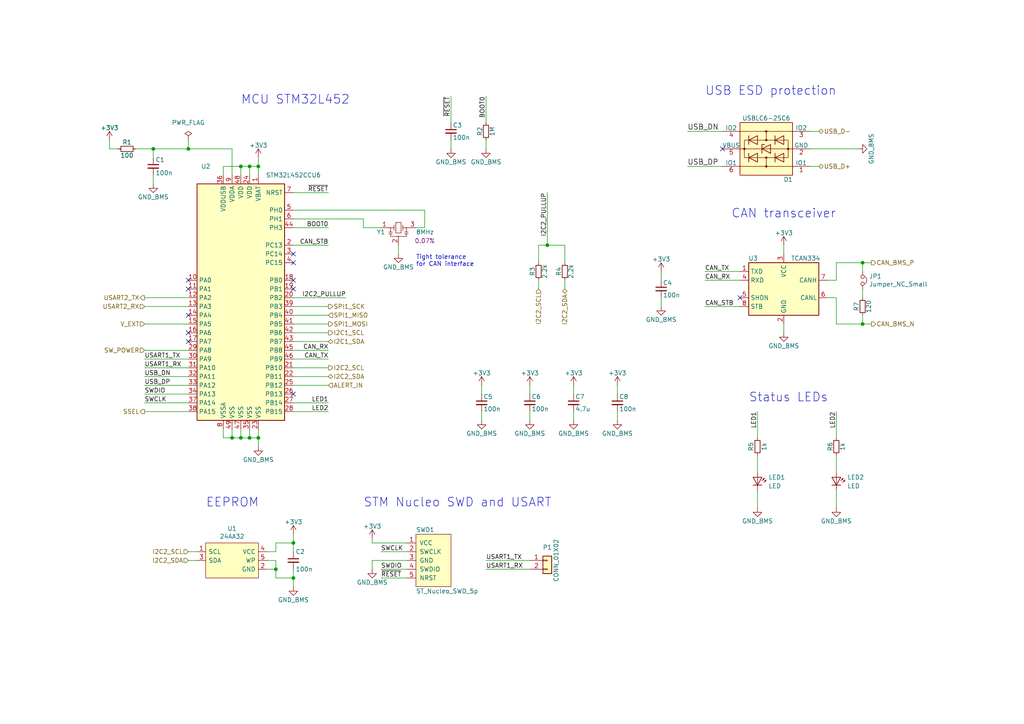
<source format=kicad_sch>
(kicad_sch
	(version 20231120)
	(generator "eeschema")
	(generator_version "8.0")
	(uuid "a3a2b155-6ccf-4a19-9083-24e68b86cae9")
	(paper "A4")
	(lib_symbols
		(symbol "Interface_CAN_LIN:TCAN334"
			(exclude_from_sim no)
			(in_bom yes)
			(on_board yes)
			(property "Reference" "U"
				(at -10.16 8.89 0)
				(effects
					(font
						(size 1.27 1.27)
					)
					(justify left)
				)
			)
			(property "Value" "TCAN334"
				(at 2.54 8.89 0)
				(effects
					(font
						(size 1.27 1.27)
					)
					(justify left)
				)
			)
			(property "Footprint" ""
				(at 0 -12.7 0)
				(effects
					(font
						(size 1.27 1.27)
						(italic yes)
					)
					(hide yes)
				)
			)
			(property "Datasheet" "http://www.ti.com/lit/ds/symlink/tcan337.pdf"
				(at 0 0 0)
				(effects
					(font
						(size 1.27 1.27)
					)
					(hide yes)
				)
			)
			(property "Description" "High-Speed CAN Transceiver, 1Mbps, 3.3V supply, low power standby mode, shutdown mode, SOT-23-8/SOIC-8"
				(at 0 0 0)
				(effects
					(font
						(size 1.27 1.27)
					)
					(hide yes)
				)
			)
			(property "ki_keywords" "High-Speed CAN Transceiver"
				(at 0 0 0)
				(effects
					(font
						(size 1.27 1.27)
					)
					(hide yes)
				)
			)
			(property "ki_fp_filters" "*TSOT?23* *SOIC*3.9x4.9mm*P1.27mm*"
				(at 0 0 0)
				(effects
					(font
						(size 1.27 1.27)
					)
					(hide yes)
				)
			)
			(symbol "TCAN334_0_1"
				(rectangle
					(start -10.16 7.62)
					(end 10.16 -7.62)
					(stroke
						(width 0.254)
						(type default)
					)
					(fill
						(type background)
					)
				)
			)
			(symbol "TCAN334_1_1"
				(pin input line
					(at -12.7 5.08 0)
					(length 2.54)
					(name "TXD"
						(effects
							(font
								(size 1.27 1.27)
							)
						)
					)
					(number "1"
						(effects
							(font
								(size 1.27 1.27)
							)
						)
					)
				)
				(pin power_in line
					(at 0 -10.16 90)
					(length 2.54)
					(name "GND"
						(effects
							(font
								(size 1.27 1.27)
							)
						)
					)
					(number "2"
						(effects
							(font
								(size 1.27 1.27)
							)
						)
					)
				)
				(pin power_in line
					(at 0 10.16 270)
					(length 2.54)
					(name "VCC"
						(effects
							(font
								(size 1.27 1.27)
							)
						)
					)
					(number "3"
						(effects
							(font
								(size 1.27 1.27)
							)
						)
					)
				)
				(pin tri_state line
					(at -12.7 2.54 0)
					(length 2.54)
					(name "RXD"
						(effects
							(font
								(size 1.27 1.27)
							)
						)
					)
					(number "4"
						(effects
							(font
								(size 1.27 1.27)
							)
						)
					)
				)
				(pin input line
					(at -12.7 -2.54 0)
					(length 2.54)
					(name "SHDN"
						(effects
							(font
								(size 1.27 1.27)
							)
						)
					)
					(number "5"
						(effects
							(font
								(size 1.27 1.27)
							)
						)
					)
				)
				(pin bidirectional line
					(at 12.7 -2.54 180)
					(length 2.54)
					(name "CANL"
						(effects
							(font
								(size 1.27 1.27)
							)
						)
					)
					(number "6"
						(effects
							(font
								(size 1.27 1.27)
							)
						)
					)
				)
				(pin bidirectional line
					(at 12.7 2.54 180)
					(length 2.54)
					(name "CANH"
						(effects
							(font
								(size 1.27 1.27)
							)
						)
					)
					(number "7"
						(effects
							(font
								(size 1.27 1.27)
							)
						)
					)
				)
				(pin input line
					(at -12.7 -5.08 0)
					(length 2.54)
					(name "STB"
						(effects
							(font
								(size 1.27 1.27)
							)
						)
					)
					(number "8"
						(effects
							(font
								(size 1.27 1.27)
							)
						)
					)
				)
			)
		)
		(symbol "LibreSolar:24AAxx-OT"
			(pin_names
				(offset 0.762)
			)
			(exclude_from_sim no)
			(in_bom yes)
			(on_board yes)
			(property "Reference" "U"
				(at 0 6.35 0)
				(effects
					(font
						(size 1.27 1.27)
					)
				)
			)
			(property "Value" "24AAxx-OT"
				(at 0 -6.35 0)
				(effects
					(font
						(size 1.27 1.27)
					)
				)
			)
			(property "Footprint" "TO_SOT_Packages_SMD:SOT-23-5"
				(at 0 -10.16 0)
				(effects
					(font
						(size 1.27 1.27)
					)
					(hide yes)
				)
			)
			(property "Datasheet" ""
				(at 0 6.35 0)
				(effects
					(font
						(size 1.524 1.524)
					)
				)
			)
			(property "Description" "Microchip 24AAxx/24LCxx I2C EEPROM, SOT-23-5"
				(at 0 0 0)
				(effects
					(font
						(size 1.27 1.27)
					)
					(hide yes)
				)
			)
			(property "Manufacturer" "Microchip"
				(at 0 12.7 0)
				(effects
					(font
						(size 1.524 1.524)
					)
					(hide yes)
				)
			)
			(property "ki_keywords" "EEPROM"
				(at 0 0 0)
				(effects
					(font
						(size 1.27 1.27)
					)
					(hide yes)
				)
			)
			(symbol "24AAxx-OT_1_0"
				(pin power_in line
					(at 10.16 -2.54 180)
					(length 2.54)
					(name "GND"
						(effects
							(font
								(size 1.27 1.27)
							)
						)
					)
					(number "2"
						(effects
							(font
								(size 1.27 1.27)
							)
						)
					)
				)
				(pin power_in line
					(at 10.16 2.54 180)
					(length 2.54)
					(name "VCC"
						(effects
							(font
								(size 1.27 1.27)
							)
						)
					)
					(number "4"
						(effects
							(font
								(size 1.27 1.27)
							)
						)
					)
				)
			)
			(symbol "24AAxx-OT_1_1"
				(rectangle
					(start -7.62 -5.08)
					(end 7.62 5.08)
					(stroke
						(width 0)
						(type default)
					)
					(fill
						(type background)
					)
				)
				(pin input line
					(at -10.16 2.54 0)
					(length 2.54)
					(name "SCL"
						(effects
							(font
								(size 1.27 1.27)
							)
						)
					)
					(number "1"
						(effects
							(font
								(size 1.27 1.27)
							)
						)
					)
				)
				(pin bidirectional line
					(at -10.16 0 0)
					(length 2.54)
					(name "SDA"
						(effects
							(font
								(size 1.27 1.27)
							)
						)
					)
					(number "3"
						(effects
							(font
								(size 1.27 1.27)
							)
						)
					)
				)
				(pin passive line
					(at 10.16 0 180)
					(length 2.54)
					(name "WP"
						(effects
							(font
								(size 1.27 1.27)
							)
						)
					)
					(number "5"
						(effects
							(font
								(size 1.27 1.27)
							)
						)
					)
				)
			)
		)
		(symbol "LibreSolar:ST_Nucleo_SWD_5p"
			(pin_names
				(offset 1.016)
			)
			(exclude_from_sim no)
			(in_bom yes)
			(on_board yes)
			(property "Reference" "J"
				(at 0 8.89 0)
				(effects
					(font
						(size 1.27 1.27)
					)
				)
			)
			(property "Value" "ST_Nucleo_SWD_5p"
				(at 0 -8.89 0)
				(effects
					(font
						(size 1.27 1.27)
					)
				)
			)
			(property "Footprint" "Connector_PinHeader_2.54mm:PinHeader_1x05_P2.54mm_Vertical"
				(at 0 -11.43 0)
				(effects
					(font
						(size 0.762 0.762)
						(italic yes)
					)
					(hide yes)
				)
			)
			(property "Datasheet" ""
				(at 3.81 1.27 0)
				(effects
					(font
						(size 1.524 1.524)
					)
				)
			)
			(property "Description" "STM32 Nucleo Board SWD connector (5 pins w/o SWO)"
				(at 0 0 0)
				(effects
					(font
						(size 1.27 1.27)
					)
					(hide yes)
				)
			)
			(property "ki_keywords" "stm32 nucleo swd"
				(at 0 0 0)
				(effects
					(font
						(size 1.27 1.27)
					)
					(hide yes)
				)
			)
			(symbol "ST_Nucleo_SWD_5p_0_1"
				(rectangle
					(start -5.08 7.62)
					(end 5.08 -7.62)
					(stroke
						(width 0)
						(type default)
					)
					(fill
						(type background)
					)
				)
			)
			(symbol "ST_Nucleo_SWD_5p_1_1"
				(pin passive line
					(at -7.62 5.08 0)
					(length 2.54)
					(name "VCC"
						(effects
							(font
								(size 1.27 1.27)
							)
						)
					)
					(number "1"
						(effects
							(font
								(size 1.27 1.27)
							)
						)
					)
				)
				(pin passive line
					(at -7.62 2.54 0)
					(length 2.54)
					(name "SWCLK"
						(effects
							(font
								(size 1.27 1.27)
							)
						)
					)
					(number "2"
						(effects
							(font
								(size 1.27 1.27)
							)
						)
					)
				)
				(pin passive line
					(at -7.62 0 0)
					(length 2.54)
					(name "GND"
						(effects
							(font
								(size 1.27 1.27)
							)
						)
					)
					(number "3"
						(effects
							(font
								(size 1.27 1.27)
							)
						)
					)
				)
				(pin passive line
					(at -7.62 -2.54 0)
					(length 2.54)
					(name "SWDIO"
						(effects
							(font
								(size 1.27 1.27)
							)
						)
					)
					(number "4"
						(effects
							(font
								(size 1.27 1.27)
							)
						)
					)
				)
				(pin passive line
					(at -7.62 -5.08 0)
					(length 2.54)
					(name "NRST"
						(effects
							(font
								(size 1.27 1.27)
							)
						)
					)
					(number "5"
						(effects
							(font
								(size 1.27 1.27)
							)
						)
					)
				)
			)
		)
		(symbol "LibreSolar:USBLC6-2SC6"
			(pin_names
				(offset 0)
			)
			(exclude_from_sim no)
			(in_bom yes)
			(on_board yes)
			(property "Reference" "U"
				(at 0 8.89 0)
				(effects
					(font
						(size 1.27 1.27)
					)
				)
			)
			(property "Value" "USBLC6-2SC6"
				(at 0 -8.89 0)
				(effects
					(font
						(size 1.27 1.27)
					)
				)
			)
			(property "Footprint" "TO_SOT_Packages_SMD:SOT-23-6"
				(at 0 -11.43 0)
				(effects
					(font
						(size 1.27 1.27)
					)
					(hide yes)
				)
			)
			(property "Datasheet" ""
				(at -6.35 8.89 0)
				(effects
					(font
						(size 1.27 1.27)
					)
					(hide yes)
				)
			)
			(property "Description" ""
				(at 0 0 0)
				(effects
					(font
						(size 1.27 1.27)
					)
					(hide yes)
				)
			)
			(property "ki_fp_filters" "SOT-23-*"
				(at 0 0 0)
				(effects
					(font
						(size 1.27 1.27)
					)
					(hide yes)
				)
			)
			(symbol "USBLC6-2SC6_0_1"
				(rectangle
					(start -7.62 7.62)
					(end 7.62 -7.62)
					(stroke
						(width 0.2032)
						(type default)
					)
					(fill
						(type background)
					)
				)
				(circle
					(center -6.35 0)
					(radius 0.254)
					(stroke
						(width 0)
						(type default)
					)
					(fill
						(type outline)
					)
				)
				(circle
					(center 0 -5.08)
					(radius 0.254)
					(stroke
						(width 0)
						(type default)
					)
					(fill
						(type outline)
					)
				)
				(circle
					(center 0 -2.54)
					(radius 0.254)
					(stroke
						(width 0)
						(type default)
					)
					(fill
						(type outline)
					)
				)
				(polyline
					(pts
						(xy -7.62 0) (xy -6.35 0)
					)
					(stroke
						(width 0)
						(type default)
					)
					(fill
						(type none)
					)
				)
				(polyline
					(pts
						(xy -6.35 0) (xy 1.27 0)
					)
					(stroke
						(width 0)
						(type default)
					)
					(fill
						(type none)
					)
				)
				(polyline
					(pts
						(xy -2.54 -2.54) (xy 5.08 -2.54)
					)
					(stroke
						(width 0)
						(type default)
					)
					(fill
						(type none)
					)
				)
				(polyline
					(pts
						(xy -2.54 -1.27) (xy -2.54 -3.81)
					)
					(stroke
						(width 0.2032)
						(type default)
					)
					(fill
						(type none)
					)
				)
				(polyline
					(pts
						(xy -2.54 1.27) (xy -2.54 3.81)
					)
					(stroke
						(width 0.2032)
						(type default)
					)
					(fill
						(type none)
					)
				)
				(polyline
					(pts
						(xy -2.54 2.54) (xy 5.08 2.54)
					)
					(stroke
						(width 0)
						(type default)
					)
					(fill
						(type none)
					)
				)
				(polyline
					(pts
						(xy 0 -5.08) (xy -7.62 -5.08)
					)
					(stroke
						(width 0)
						(type default)
					)
					(fill
						(type none)
					)
				)
				(polyline
					(pts
						(xy 0 5.08) (xy -7.62 5.08)
					)
					(stroke
						(width 0)
						(type default)
					)
					(fill
						(type none)
					)
				)
				(polyline
					(pts
						(xy 1.27 0) (xy 6.35 0)
					)
					(stroke
						(width 0)
						(type default)
					)
					(fill
						(type none)
					)
				)
				(polyline
					(pts
						(xy 5.08 -1.27) (xy 5.08 -3.81)
					)
					(stroke
						(width 0.2032)
						(type default)
					)
					(fill
						(type none)
					)
				)
				(polyline
					(pts
						(xy 5.08 1.27) (xy 5.08 3.81)
					)
					(stroke
						(width 0.2032)
						(type default)
					)
					(fill
						(type none)
					)
				)
				(polyline
					(pts
						(xy 6.35 0) (xy 7.62 0)
					)
					(stroke
						(width 0)
						(type default)
					)
					(fill
						(type none)
					)
				)
				(polyline
					(pts
						(xy -6.35 0) (xy -6.35 2.54) (xy -2.54 2.54)
					)
					(stroke
						(width 0)
						(type default)
					)
					(fill
						(type none)
					)
				)
				(polyline
					(pts
						(xy -2.54 -2.54) (xy -6.35 -2.54) (xy -6.35 0)
					)
					(stroke
						(width 0)
						(type default)
					)
					(fill
						(type none)
					)
				)
				(polyline
					(pts
						(xy 0 -2.54) (xy 0 -5.08) (xy 7.62 -5.08)
					)
					(stroke
						(width 0)
						(type default)
					)
					(fill
						(type none)
					)
				)
				(polyline
					(pts
						(xy 0 2.54) (xy 0 5.08) (xy 7.62 5.08)
					)
					(stroke
						(width 0)
						(type default)
					)
					(fill
						(type none)
					)
				)
				(polyline
					(pts
						(xy -5.08 -3.81) (xy -5.08 -1.27) (xy -2.54 -2.54) (xy -5.08 -3.81)
					)
					(stroke
						(width 0.2032)
						(type default)
					)
					(fill
						(type none)
					)
				)
				(polyline
					(pts
						(xy -5.08 3.81) (xy -5.08 1.27) (xy -2.54 2.54) (xy -5.08 3.81)
					)
					(stroke
						(width 0.2032)
						(type default)
					)
					(fill
						(type none)
					)
				)
				(polyline
					(pts
						(xy -1.27 1.27) (xy -1.27 -1.27) (xy 1.27 0) (xy -1.27 1.27)
					)
					(stroke
						(width 0.2032)
						(type default)
					)
					(fill
						(type none)
					)
				)
				(polyline
					(pts
						(xy 0.508 -1.27) (xy 1.27 -1.27) (xy 1.27 0.762) (xy 1.27 1.27)
					)
					(stroke
						(width 0.2032)
						(type default)
					)
					(fill
						(type none)
					)
				)
				(polyline
					(pts
						(xy 2.54 -3.81) (xy 2.54 -1.27) (xy 5.08 -2.54) (xy 2.54 -3.81)
					)
					(stroke
						(width 0.2032)
						(type default)
					)
					(fill
						(type none)
					)
				)
				(polyline
					(pts
						(xy 2.54 3.81) (xy 2.54 1.27) (xy 5.08 2.54) (xy 2.54 3.81)
					)
					(stroke
						(width 0.2032)
						(type default)
					)
					(fill
						(type none)
					)
				)
				(polyline
					(pts
						(xy 5.08 2.54) (xy 6.35 2.54) (xy 6.35 -2.54) (xy 5.08 -2.54)
					)
					(stroke
						(width 0)
						(type default)
					)
					(fill
						(type none)
					)
				)
				(circle
					(center 0 2.54)
					(radius 0.254)
					(stroke
						(width 0)
						(type default)
					)
					(fill
						(type outline)
					)
				)
				(circle
					(center 0 5.08)
					(radius 0.254)
					(stroke
						(width 0)
						(type default)
					)
					(fill
						(type outline)
					)
				)
				(circle
					(center 6.35 0)
					(radius 0.254)
					(stroke
						(width 0)
						(type default)
					)
					(fill
						(type outline)
					)
				)
			)
			(symbol "USBLC6-2SC6_1_1"
				(pin passive line
					(at -12.7 5.08 0)
					(length 5.08)
					(name "IO1"
						(effects
							(font
								(size 1.27 1.27)
							)
						)
					)
					(number "1"
						(effects
							(font
								(size 1.27 1.27)
							)
						)
					)
				)
				(pin power_in line
					(at -12.7 0 0)
					(length 5.08)
					(name "GND"
						(effects
							(font
								(size 1.27 1.27)
							)
						)
					)
					(number "2"
						(effects
							(font
								(size 1.27 1.27)
							)
						)
					)
				)
				(pin passive line
					(at -12.7 -5.08 0)
					(length 5.08)
					(name "IO2"
						(effects
							(font
								(size 1.27 1.27)
							)
						)
					)
					(number "3"
						(effects
							(font
								(size 1.27 1.27)
							)
						)
					)
				)
				(pin passive line
					(at 12.7 -5.08 180)
					(length 5.08)
					(name "IO2"
						(effects
							(font
								(size 1.27 1.27)
							)
						)
					)
					(number "4"
						(effects
							(font
								(size 1.27 1.27)
							)
						)
					)
				)
				(pin passive line
					(at 12.7 0 180)
					(length 5.08)
					(name "VBUS"
						(effects
							(font
								(size 1.27 1.27)
							)
						)
					)
					(number "5"
						(effects
							(font
								(size 1.27 1.27)
							)
						)
					)
				)
				(pin passive line
					(at 12.7 5.08 180)
					(length 5.08)
					(name "IO1"
						(effects
							(font
								(size 1.27 1.27)
							)
						)
					)
					(number "6"
						(effects
							(font
								(size 1.27 1.27)
							)
						)
					)
				)
			)
		)
		(symbol "Project:C"
			(pin_numbers hide)
			(pin_names
				(offset 0.254) hide)
			(exclude_from_sim no)
			(in_bom yes)
			(on_board yes)
			(property "Reference" "C"
				(at 0.635 1.905 0)
				(effects
					(font
						(size 1.27 1.27)
					)
					(justify left)
				)
			)
			(property "Value" "C"
				(at 0.635 -1.905 0)
				(effects
					(font
						(size 1.27 1.27)
					)
					(justify left)
				)
			)
			(property "Footprint" ""
				(at 0 -5.08 0)
				(effects
					(font
						(size 1.27 1.27)
					)
					(hide yes)
				)
			)
			(property "Datasheet" ""
				(at 0.635 1.905 0)
				(effects
					(font
						(size 1.27 1.27)
					)
				)
			)
			(property "Description" "Unpolarized capacitor"
				(at 0 0 0)
				(effects
					(font
						(size 1.27 1.27)
					)
					(hide yes)
				)
			)
			(property "ki_fp_filters" "C? C_????_* C_???? SMD*_c Capacitor*"
				(at 0 0 0)
				(effects
					(font
						(size 1.27 1.27)
					)
					(hide yes)
				)
			)
			(symbol "C_0_1"
				(polyline
					(pts
						(xy -1.524 -0.508) (xy 1.524 -0.508)
					)
					(stroke
						(width 0.3302)
						(type solid)
					)
					(fill
						(type none)
					)
				)
				(polyline
					(pts
						(xy -1.524 0.508) (xy 0 0.508) (xy 1.524 0.508)
					)
					(stroke
						(width 0.3048)
						(type solid)
					)
					(fill
						(type none)
					)
				)
			)
			(symbol "C_1_1"
				(pin passive line
					(at 0 2.54 270)
					(length 1.905)
					(name "~"
						(effects
							(font
								(size 1.016 1.016)
							)
						)
					)
					(number "1"
						(effects
							(font
								(size 1.016 1.016)
							)
						)
					)
				)
				(pin passive line
					(at 0 -2.54 90)
					(length 2.032)
					(name "~"
						(effects
							(font
								(size 1.016 1.016)
							)
						)
					)
					(number "2"
						(effects
							(font
								(size 1.016 1.016)
							)
						)
					)
				)
			)
		)
		(symbol "Project:Conn_01x02"
			(pin_names
				(offset 1.016) hide)
			(exclude_from_sim no)
			(in_bom yes)
			(on_board yes)
			(property "Reference" "J"
				(at 0 2.54 0)
				(effects
					(font
						(size 1.27 1.27)
					)
				)
			)
			(property "Value" "Conn_01x02"
				(at 0 -5.08 0)
				(effects
					(font
						(size 1.27 1.27)
					)
				)
			)
			(property "Footprint" ""
				(at 0 0 0)
				(effects
					(font
						(size 1.27 1.27)
					)
					(hide yes)
				)
			)
			(property "Datasheet" "~"
				(at 0 0 0)
				(effects
					(font
						(size 1.27 1.27)
					)
					(hide yes)
				)
			)
			(property "Description" "Generic connector, single row, 01x02, script generated (kicad-library-utils/schlib/autogen/connector/)"
				(at 0 0 0)
				(effects
					(font
						(size 1.27 1.27)
					)
					(hide yes)
				)
			)
			(property "ki_keywords" "connector"
				(at 0 0 0)
				(effects
					(font
						(size 1.27 1.27)
					)
					(hide yes)
				)
			)
			(property "ki_fp_filters" "Connector*:*_1x??_*"
				(at 0 0 0)
				(effects
					(font
						(size 1.27 1.27)
					)
					(hide yes)
				)
			)
			(symbol "Conn_01x02_1_1"
				(rectangle
					(start -1.27 -2.413)
					(end 0 -2.667)
					(stroke
						(width 0.1524)
						(type solid)
					)
					(fill
						(type none)
					)
				)
				(rectangle
					(start -1.27 0.127)
					(end 0 -0.127)
					(stroke
						(width 0.1524)
						(type solid)
					)
					(fill
						(type none)
					)
				)
				(rectangle
					(start -1.27 1.27)
					(end 1.27 -3.81)
					(stroke
						(width 0.254)
						(type solid)
					)
					(fill
						(type background)
					)
				)
				(pin passive line
					(at -5.08 0 0)
					(length 3.81)
					(name "Pin_1"
						(effects
							(font
								(size 1.27 1.27)
							)
						)
					)
					(number "1"
						(effects
							(font
								(size 1.27 1.27)
							)
						)
					)
				)
				(pin passive line
					(at -5.08 -2.54 0)
					(length 3.81)
					(name "Pin_2"
						(effects
							(font
								(size 1.27 1.27)
							)
						)
					)
					(number "2"
						(effects
							(font
								(size 1.27 1.27)
							)
						)
					)
				)
			)
		)
		(symbol "Project:D_LED"
			(pin_numbers hide)
			(pin_names
				(offset 1.016) hide)
			(exclude_from_sim no)
			(in_bom yes)
			(on_board yes)
			(property "Reference" "D"
				(at 3.175 1.27 0)
				(effects
					(font
						(size 1.27 1.27)
					)
					(justify left)
				)
			)
			(property "Value" "D_LED"
				(at 3.175 -1.27 0)
				(effects
					(font
						(size 1.27 1.27)
					)
					(justify left)
				)
			)
			(property "Footprint" ""
				(at 0.635 -1.27 0)
				(effects
					(font
						(size 1.27 1.27)
					)
					(hide yes)
				)
			)
			(property "Datasheet" ""
				(at 3.175 1.27 0)
				(effects
					(font
						(size 1.27 1.27)
					)
					(hide yes)
				)
			)
			(property "Description" ""
				(at 0 0 0)
				(effects
					(font
						(size 1.27 1.27)
					)
					(hide yes)
				)
			)
			(property "ki_fp_filters" "LED*"
				(at 0 0 0)
				(effects
					(font
						(size 1.27 1.27)
					)
					(hide yes)
				)
			)
			(symbol "D_LED_0_1"
				(polyline
					(pts
						(xy 0 -1.27) (xy 0 1.27)
					)
					(stroke
						(width 0)
						(type solid)
					)
					(fill
						(type none)
					)
				)
				(polyline
					(pts
						(xy 1.27 -1.016) (xy -1.27 -1.016)
					)
					(stroke
						(width 0.2032)
						(type solid)
					)
					(fill
						(type none)
					)
				)
				(polyline
					(pts
						(xy 1.27 1.27) (xy -1.27 1.27) (xy 0 -1.016) (xy 1.27 1.27)
					)
					(stroke
						(width 0.2032)
						(type solid)
					)
					(fill
						(type none)
					)
				)
				(polyline
					(pts
						(xy 1.778 -0.254) (xy 2.54 0.508) (xy 2.032 0.254) (xy 2.54 0.508) (xy 2.286 0)
					)
					(stroke
						(width 0)
						(type solid)
					)
					(fill
						(type none)
					)
				)
				(polyline
					(pts
						(xy 1.27 0.254) (xy 1.524 0.508) (xy 2.032 1.016) (xy 1.524 0.762) (xy 2.032 1.016) (xy 1.778 0.508)
					)
					(stroke
						(width 0)
						(type solid)
					)
					(fill
						(type none)
					)
				)
			)
			(symbol "D_LED_1_1"
				(pin passive line
					(at 0 -2.54 90)
					(length 1.27)
					(name "K"
						(effects
							(font
								(size 1.27 1.27)
							)
						)
					)
					(number "1"
						(effects
							(font
								(size 1.27 1.27)
							)
						)
					)
				)
				(pin passive line
					(at 0 2.54 270)
					(length 1.27)
					(name "A"
						(effects
							(font
								(size 1.27 1.27)
							)
						)
					)
					(number "2"
						(effects
							(font
								(size 1.27 1.27)
							)
						)
					)
				)
			)
		)
		(symbol "Project:R"
			(pin_numbers hide)
			(pin_names
				(offset 0.254) hide)
			(exclude_from_sim no)
			(in_bom yes)
			(on_board yes)
			(property "Reference" "R"
				(at -1.905 0 90)
				(effects
					(font
						(size 1.27 1.27)
					)
				)
			)
			(property "Value" "R"
				(at 1.905 0 90)
				(effects
					(font
						(size 1.27 1.27)
					)
				)
			)
			(property "Footprint" ""
				(at -4.445 -2.54 90)
				(effects
					(font
						(size 1.27 1.27)
					)
					(hide yes)
				)
			)
			(property "Datasheet" ""
				(at 0 0 0)
				(effects
					(font
						(size 1.27 1.27)
					)
				)
			)
			(property "Description" "Resistor"
				(at 0 0 0)
				(effects
					(font
						(size 1.27 1.27)
					)
					(hide yes)
				)
			)
			(property "ki_fp_filters" "Resistor_* R_*"
				(at 0 0 0)
				(effects
					(font
						(size 1.27 1.27)
					)
					(hide yes)
				)
			)
			(symbol "R_0_1"
				(rectangle
					(start -0.762 1.778)
					(end 0.762 -1.778)
					(stroke
						(width 0.2032)
						(type solid)
					)
					(fill
						(type none)
					)
				)
			)
			(symbol "R_1_1"
				(pin passive line
					(at 0 2.54 270)
					(length 0.762)
					(name "~"
						(effects
							(font
								(size 1.016 1.016)
							)
						)
					)
					(number "1"
						(effects
							(font
								(size 1.016 1.016)
							)
						)
					)
				)
				(pin passive line
					(at 0 -2.54 90)
					(length 0.762)
					(name "~"
						(effects
							(font
								(size 1.016 1.016)
							)
						)
					)
					(number "2"
						(effects
							(font
								(size 1.016 1.016)
							)
						)
					)
				)
			)
		)
		(symbol "Project:Resonator"
			(pin_names
				(offset 1.016) hide)
			(exclude_from_sim no)
			(in_bom yes)
			(on_board yes)
			(property "Reference" "Y"
				(at 0 2.54 0)
				(effects
					(font
						(size 1.27 1.27)
					)
				)
			)
			(property "Value" "Resonator"
				(at 1.016 -4.572 0)
				(effects
					(font
						(size 1.27 1.27)
					)
					(justify left)
				)
			)
			(property "Footprint" ""
				(at 0 0 0)
				(effects
					(font
						(size 1.27 1.27)
					)
				)
			)
			(property "Datasheet" ""
				(at 0 0 0)
				(effects
					(font
						(size 1.27 1.27)
					)
				)
			)
			(property "Description" "Two pin crystal"
				(at 0 0 0)
				(effects
					(font
						(size 1.27 1.27)
					)
					(hide yes)
				)
			)
			(property "ki_keywords" "Quartz, Resonator, Ceramic, Filter"
				(at 0 0 0)
				(effects
					(font
						(size 1.27 1.27)
					)
					(hide yes)
				)
			)
			(property "ki_fp_filters" "Crystal_"
				(at 0 0 0)
				(effects
					(font
						(size 1.27 1.27)
					)
					(hide yes)
				)
			)
			(symbol "Resonator_0_1"
				(rectangle
					(start -0.762 -1.524)
					(end 0.762 1.524)
					(stroke
						(width 0)
						(type solid)
					)
					(fill
						(type none)
					)
				)
				(polyline
					(pts
						(xy -3.048 0) (xy -1.27 0)
					)
					(stroke
						(width 0)
						(type solid)
					)
					(fill
						(type none)
					)
				)
				(polyline
					(pts
						(xy -2.794 -1.778) (xy -1.778 -1.778)
					)
					(stroke
						(width 0)
						(type solid)
					)
					(fill
						(type none)
					)
				)
				(polyline
					(pts
						(xy -2.286 0) (xy -2.286 -1.27)
					)
					(stroke
						(width 0)
						(type solid)
					)
					(fill
						(type none)
					)
				)
				(polyline
					(pts
						(xy -1.27 -0.762) (xy -1.27 0.762)
					)
					(stroke
						(width 0)
						(type solid)
					)
					(fill
						(type none)
					)
				)
				(polyline
					(pts
						(xy 1.27 -0.762) (xy 1.27 0.762)
					)
					(stroke
						(width 0)
						(type solid)
					)
					(fill
						(type none)
					)
				)
				(polyline
					(pts
						(xy 1.27 0) (xy 3.048 0)
					)
					(stroke
						(width 0)
						(type solid)
					)
					(fill
						(type none)
					)
				)
				(polyline
					(pts
						(xy 1.778 -1.778) (xy 2.794 -1.778)
					)
					(stroke
						(width 0)
						(type solid)
					)
					(fill
						(type none)
					)
				)
				(polyline
					(pts
						(xy 1.778 -1.27) (xy 2.794 -1.27)
					)
					(stroke
						(width 0)
						(type solid)
					)
					(fill
						(type none)
					)
				)
				(polyline
					(pts
						(xy 2.286 0) (xy 2.286 -1.27)
					)
					(stroke
						(width 0)
						(type solid)
					)
					(fill
						(type none)
					)
				)
				(polyline
					(pts
						(xy -2.286 -1.778) (xy -2.286 -2.54) (xy 0 -2.54)
					)
					(stroke
						(width 0)
						(type solid)
					)
					(fill
						(type none)
					)
				)
				(polyline
					(pts
						(xy 2.286 -1.778) (xy 2.286 -2.54) (xy -0.254 -2.54)
					)
					(stroke
						(width 0)
						(type solid)
					)
					(fill
						(type none)
					)
				)
			)
			(symbol "Resonator_1_1"
				(polyline
					(pts
						(xy -2.794 -1.27) (xy -1.778 -1.27)
					)
					(stroke
						(width 0)
						(type solid)
					)
					(fill
						(type none)
					)
				)
				(pin passive line
					(at -5.08 0 0)
					(length 2.032)
					(name "1"
						(effects
							(font
								(size 1.27 1.27)
							)
						)
					)
					(number "1"
						(effects
							(font
								(size 1.27 1.27)
							)
						)
					)
				)
				(pin input line
					(at 0 -5.08 90)
					(length 2.54)
					(name "2"
						(effects
							(font
								(size 1.27 1.27)
							)
						)
					)
					(number "2"
						(effects
							(font
								(size 1.27 1.27)
							)
						)
					)
				)
				(pin passive line
					(at 5.08 0 180)
					(length 2.032)
					(name "3"
						(effects
							(font
								(size 1.27 1.27)
							)
						)
					)
					(number "3"
						(effects
							(font
								(size 1.27 1.27)
							)
						)
					)
				)
			)
		)
		(symbol "bms-8s50-ic-rescue:+3.3V-power"
			(power)
			(pin_names
				(offset 0)
			)
			(exclude_from_sim no)
			(in_bom yes)
			(on_board yes)
			(property "Reference" "#PWR"
				(at 0 -3.81 0)
				(effects
					(font
						(size 1.27 1.27)
					)
					(hide yes)
				)
			)
			(property "Value" "power_+3.3V"
				(at 0 3.556 0)
				(effects
					(font
						(size 1.27 1.27)
					)
				)
			)
			(property "Footprint" ""
				(at 0 0 0)
				(effects
					(font
						(size 1.27 1.27)
					)
					(hide yes)
				)
			)
			(property "Datasheet" ""
				(at 0 0 0)
				(effects
					(font
						(size 1.27 1.27)
					)
					(hide yes)
				)
			)
			(property "Description" ""
				(at 0 0 0)
				(effects
					(font
						(size 1.27 1.27)
					)
					(hide yes)
				)
			)
			(symbol "+3.3V-power_0_1"
				(polyline
					(pts
						(xy -0.762 1.27) (xy 0 2.54)
					)
					(stroke
						(width 0)
						(type solid)
					)
					(fill
						(type none)
					)
				)
				(polyline
					(pts
						(xy 0 0) (xy 0 2.54)
					)
					(stroke
						(width 0)
						(type solid)
					)
					(fill
						(type none)
					)
				)
				(polyline
					(pts
						(xy 0 2.54) (xy 0.762 1.27)
					)
					(stroke
						(width 0)
						(type solid)
					)
					(fill
						(type none)
					)
				)
			)
			(symbol "+3.3V-power_1_1"
				(pin power_in line
					(at 0 0 90)
					(length 0) hide
					(name "+3V3"
						(effects
							(font
								(size 1.27 1.27)
							)
						)
					)
					(number "1"
						(effects
							(font
								(size 1.27 1.27)
							)
						)
					)
				)
			)
		)
		(symbol "bms-8s50-ic-rescue:GND-power"
			(power)
			(pin_names
				(offset 0)
			)
			(exclude_from_sim no)
			(in_bom yes)
			(on_board yes)
			(property "Reference" "#PWR"
				(at 0 -6.35 0)
				(effects
					(font
						(size 1.27 1.27)
					)
					(hide yes)
				)
			)
			(property "Value" "power_GND"
				(at 0 -3.81 0)
				(effects
					(font
						(size 1.27 1.27)
					)
				)
			)
			(property "Footprint" ""
				(at 0 0 0)
				(effects
					(font
						(size 1.27 1.27)
					)
					(hide yes)
				)
			)
			(property "Datasheet" ""
				(at 0 0 0)
				(effects
					(font
						(size 1.27 1.27)
					)
					(hide yes)
				)
			)
			(property "Description" ""
				(at 0 0 0)
				(effects
					(font
						(size 1.27 1.27)
					)
					(hide yes)
				)
			)
			(symbol "GND-power_0_1"
				(polyline
					(pts
						(xy 0 0) (xy 0 -1.27) (xy 1.27 -1.27) (xy 0 -2.54) (xy -1.27 -1.27) (xy 0 -1.27)
					)
					(stroke
						(width 0)
						(type solid)
					)
					(fill
						(type none)
					)
				)
			)
			(symbol "GND-power_1_1"
				(pin power_in line
					(at 0 0 270)
					(length 0) hide
					(name "GND"
						(effects
							(font
								(size 1.27 1.27)
							)
						)
					)
					(number "1"
						(effects
							(font
								(size 1.27 1.27)
							)
						)
					)
				)
			)
		)
		(symbol "bms-8s50-ic-rescue:Jumper_NC_Small-Device"
			(pin_numbers hide)
			(pin_names
				(offset 0.762) hide)
			(exclude_from_sim no)
			(in_bom yes)
			(on_board yes)
			(property "Reference" "JP"
				(at 0 2.032 0)
				(effects
					(font
						(size 1.27 1.27)
					)
				)
			)
			(property "Value" "Device_Jumper_NC_Small"
				(at 0.254 -1.524 0)
				(effects
					(font
						(size 1.27 1.27)
					)
				)
			)
			(property "Footprint" ""
				(at 0 0 0)
				(effects
					(font
						(size 1.27 1.27)
					)
					(hide yes)
				)
			)
			(property "Datasheet" ""
				(at 0 0 0)
				(effects
					(font
						(size 1.27 1.27)
					)
					(hide yes)
				)
			)
			(property "Description" ""
				(at 0 0 0)
				(effects
					(font
						(size 1.27 1.27)
					)
					(hide yes)
				)
			)
			(property "ki_fp_filters" "SolderJumper*Bridged* Jumper* TestPoint*2Pads* TestPoint*Bridge*"
				(at 0 0 0)
				(effects
					(font
						(size 1.27 1.27)
					)
					(hide yes)
				)
			)
			(symbol "Jumper_NC_Small-Device_0_1"
				(circle
					(center -1.016 0)
					(radius 0.508)
					(stroke
						(width 0)
						(type solid)
					)
					(fill
						(type none)
					)
				)
				(circle
					(center 1.016 0)
					(radius 0.508)
					(stroke
						(width 0)
						(type solid)
					)
					(fill
						(type none)
					)
				)
				(arc
					(start 1.016 0.762)
					(mid 0 1.1828)
					(end -1.016 0.762)
					(stroke
						(width 0)
						(type solid)
					)
					(fill
						(type none)
					)
				)
				(pin passive line
					(at -2.54 0 0)
					(length 1.016)
					(name "1"
						(effects
							(font
								(size 1.27 1.27)
							)
						)
					)
					(number "1"
						(effects
							(font
								(size 1.27 1.27)
							)
						)
					)
				)
				(pin passive line
					(at 2.54 0 180)
					(length 1.016)
					(name "2"
						(effects
							(font
								(size 1.27 1.27)
							)
						)
					)
					(number "2"
						(effects
							(font
								(size 1.27 1.27)
							)
						)
					)
				)
			)
		)
		(symbol "bms-8s50-ic-rescue:PWR_FLAG-power"
			(power)
			(pin_numbers hide)
			(pin_names
				(offset 0) hide)
			(exclude_from_sim no)
			(in_bom yes)
			(on_board yes)
			(property "Reference" "#FLG"
				(at 0 1.905 0)
				(effects
					(font
						(size 1.27 1.27)
					)
					(hide yes)
				)
			)
			(property "Value" "power_PWR_FLAG"
				(at 0 3.81 0)
				(effects
					(font
						(size 1.27 1.27)
					)
				)
			)
			(property "Footprint" ""
				(at 0 0 0)
				(effects
					(font
						(size 1.27 1.27)
					)
					(hide yes)
				)
			)
			(property "Datasheet" ""
				(at 0 0 0)
				(effects
					(font
						(size 1.27 1.27)
					)
					(hide yes)
				)
			)
			(property "Description" ""
				(at 0 0 0)
				(effects
					(font
						(size 1.27 1.27)
					)
					(hide yes)
				)
			)
			(symbol "PWR_FLAG-power_0_0"
				(pin power_out line
					(at 0 0 90)
					(length 0)
					(name "pwr"
						(effects
							(font
								(size 1.27 1.27)
							)
						)
					)
					(number "1"
						(effects
							(font
								(size 1.27 1.27)
							)
						)
					)
				)
			)
			(symbol "PWR_FLAG-power_0_1"
				(polyline
					(pts
						(xy 0 0) (xy 0 1.27) (xy -1.016 1.905) (xy 0 2.54) (xy 1.016 1.905) (xy 0 1.27)
					)
					(stroke
						(width 0)
						(type solid)
					)
					(fill
						(type none)
					)
				)
			)
		)
		(symbol "bms-8s50-ic-rescue:STM32L452CCUx-MCU_ST_STM32L4"
			(exclude_from_sim no)
			(in_bom yes)
			(on_board yes)
			(property "Reference" "U"
				(at -12.7 34.29 0)
				(effects
					(font
						(size 1.27 1.27)
					)
					(justify left)
				)
			)
			(property "Value" "MCU_ST_STM32L4_STM32L452CCUx"
				(at 7.62 34.29 0)
				(effects
					(font
						(size 1.27 1.27)
					)
					(justify left)
				)
			)
			(property "Footprint" "Package_DFN_QFN:QFN-48-1EP_7x7mm_P0.5mm_EP5.6x5.6mm"
				(at -12.7 -35.56 0)
				(effects
					(font
						(size 1.27 1.27)
					)
					(justify right)
					(hide yes)
				)
			)
			(property "Datasheet" ""
				(at 0 0 0)
				(effects
					(font
						(size 1.27 1.27)
					)
					(hide yes)
				)
			)
			(property "Description" ""
				(at 0 0 0)
				(effects
					(font
						(size 1.27 1.27)
					)
					(hide yes)
				)
			)
			(property "ki_fp_filters" "QFN*1EP*7x7mm*P0.5mm*"
				(at 0 0 0)
				(effects
					(font
						(size 1.27 1.27)
					)
					(hide yes)
				)
			)
			(symbol "STM32L452CCUx-MCU_ST_STM32L4_0_1"
				(rectangle
					(start -12.7 -35.56)
					(end 12.7 33.02)
					(stroke
						(width 0.254)
						(type solid)
					)
					(fill
						(type background)
					)
				)
			)
			(symbol "STM32L452CCUx-MCU_ST_STM32L4_1_1"
				(pin power_in line
					(at -5.08 35.56 270)
					(length 2.54)
					(name "VBAT"
						(effects
							(font
								(size 1.27 1.27)
							)
						)
					)
					(number "1"
						(effects
							(font
								(size 1.27 1.27)
							)
						)
					)
				)
				(pin bidirectional line
					(at 15.24 5.08 180)
					(length 2.54)
					(name "PA0"
						(effects
							(font
								(size 1.27 1.27)
							)
						)
					)
					(number "10"
						(effects
							(font
								(size 1.27 1.27)
							)
						)
					)
				)
				(pin bidirectional line
					(at 15.24 2.54 180)
					(length 2.54)
					(name "PA1"
						(effects
							(font
								(size 1.27 1.27)
							)
						)
					)
					(number "11"
						(effects
							(font
								(size 1.27 1.27)
							)
						)
					)
				)
				(pin bidirectional line
					(at 15.24 0 180)
					(length 2.54)
					(name "PA2"
						(effects
							(font
								(size 1.27 1.27)
							)
						)
					)
					(number "12"
						(effects
							(font
								(size 1.27 1.27)
							)
						)
					)
				)
				(pin bidirectional line
					(at 15.24 -2.54 180)
					(length 2.54)
					(name "PA3"
						(effects
							(font
								(size 1.27 1.27)
							)
						)
					)
					(number "13"
						(effects
							(font
								(size 1.27 1.27)
							)
						)
					)
				)
				(pin bidirectional line
					(at 15.24 -5.08 180)
					(length 2.54)
					(name "PA4"
						(effects
							(font
								(size 1.27 1.27)
							)
						)
					)
					(number "14"
						(effects
							(font
								(size 1.27 1.27)
							)
						)
					)
				)
				(pin bidirectional line
					(at 15.24 -7.62 180)
					(length 2.54)
					(name "PA5"
						(effects
							(font
								(size 1.27 1.27)
							)
						)
					)
					(number "15"
						(effects
							(font
								(size 1.27 1.27)
							)
						)
					)
				)
				(pin bidirectional line
					(at 15.24 -10.16 180)
					(length 2.54)
					(name "PA6"
						(effects
							(font
								(size 1.27 1.27)
							)
						)
					)
					(number "16"
						(effects
							(font
								(size 1.27 1.27)
							)
						)
					)
				)
				(pin bidirectional line
					(at 15.24 -12.7 180)
					(length 2.54)
					(name "PA7"
						(effects
							(font
								(size 1.27 1.27)
							)
						)
					)
					(number "17"
						(effects
							(font
								(size 1.27 1.27)
							)
						)
					)
				)
				(pin bidirectional line
					(at -15.24 5.08 0)
					(length 2.54)
					(name "PB0"
						(effects
							(font
								(size 1.27 1.27)
							)
						)
					)
					(number "18"
						(effects
							(font
								(size 1.27 1.27)
							)
						)
					)
				)
				(pin bidirectional line
					(at -15.24 2.54 0)
					(length 2.54)
					(name "PB1"
						(effects
							(font
								(size 1.27 1.27)
							)
						)
					)
					(number "19"
						(effects
							(font
								(size 1.27 1.27)
							)
						)
					)
				)
				(pin bidirectional line
					(at -15.24 15.24 0)
					(length 2.54)
					(name "PC13"
						(effects
							(font
								(size 1.27 1.27)
							)
						)
					)
					(number "2"
						(effects
							(font
								(size 1.27 1.27)
							)
						)
					)
				)
				(pin bidirectional line
					(at -15.24 0 0)
					(length 2.54)
					(name "PB2"
						(effects
							(font
								(size 1.27 1.27)
							)
						)
					)
					(number "20"
						(effects
							(font
								(size 1.27 1.27)
							)
						)
					)
				)
				(pin bidirectional line
					(at -15.24 -20.32 0)
					(length 2.54)
					(name "PB10"
						(effects
							(font
								(size 1.27 1.27)
							)
						)
					)
					(number "21"
						(effects
							(font
								(size 1.27 1.27)
							)
						)
					)
				)
				(pin bidirectional line
					(at -15.24 -22.86 0)
					(length 2.54)
					(name "PB11"
						(effects
							(font
								(size 1.27 1.27)
							)
						)
					)
					(number "22"
						(effects
							(font
								(size 1.27 1.27)
							)
						)
					)
				)
				(pin power_in line
					(at -5.08 -38.1 90)
					(length 2.54)
					(name "VSS"
						(effects
							(font
								(size 1.27 1.27)
							)
						)
					)
					(number "23"
						(effects
							(font
								(size 1.27 1.27)
							)
						)
					)
				)
				(pin power_in line
					(at -2.54 35.56 270)
					(length 2.54)
					(name "VDD"
						(effects
							(font
								(size 1.27 1.27)
							)
						)
					)
					(number "24"
						(effects
							(font
								(size 1.27 1.27)
							)
						)
					)
				)
				(pin bidirectional line
					(at -15.24 -25.4 0)
					(length 2.54)
					(name "PB12"
						(effects
							(font
								(size 1.27 1.27)
							)
						)
					)
					(number "25"
						(effects
							(font
								(size 1.27 1.27)
							)
						)
					)
				)
				(pin bidirectional line
					(at -15.24 -27.94 0)
					(length 2.54)
					(name "PB13"
						(effects
							(font
								(size 1.27 1.27)
							)
						)
					)
					(number "26"
						(effects
							(font
								(size 1.27 1.27)
							)
						)
					)
				)
				(pin bidirectional line
					(at -15.24 -30.48 0)
					(length 2.54)
					(name "PB14"
						(effects
							(font
								(size 1.27 1.27)
							)
						)
					)
					(number "27"
						(effects
							(font
								(size 1.27 1.27)
							)
						)
					)
				)
				(pin bidirectional line
					(at -15.24 -33.02 0)
					(length 2.54)
					(name "PB15"
						(effects
							(font
								(size 1.27 1.27)
							)
						)
					)
					(number "28"
						(effects
							(font
								(size 1.27 1.27)
							)
						)
					)
				)
				(pin bidirectional line
					(at 15.24 -15.24 180)
					(length 2.54)
					(name "PA8"
						(effects
							(font
								(size 1.27 1.27)
							)
						)
					)
					(number "29"
						(effects
							(font
								(size 1.27 1.27)
							)
						)
					)
				)
				(pin bidirectional line
					(at -15.24 12.7 0)
					(length 2.54)
					(name "PC14"
						(effects
							(font
								(size 1.27 1.27)
							)
						)
					)
					(number "3"
						(effects
							(font
								(size 1.27 1.27)
							)
						)
					)
				)
				(pin bidirectional line
					(at 15.24 -17.78 180)
					(length 2.54)
					(name "PA9"
						(effects
							(font
								(size 1.27 1.27)
							)
						)
					)
					(number "30"
						(effects
							(font
								(size 1.27 1.27)
							)
						)
					)
				)
				(pin bidirectional line
					(at 15.24 -20.32 180)
					(length 2.54)
					(name "PA10"
						(effects
							(font
								(size 1.27 1.27)
							)
						)
					)
					(number "31"
						(effects
							(font
								(size 1.27 1.27)
							)
						)
					)
				)
				(pin bidirectional line
					(at 15.24 -22.86 180)
					(length 2.54)
					(name "PA11"
						(effects
							(font
								(size 1.27 1.27)
							)
						)
					)
					(number "32"
						(effects
							(font
								(size 1.27 1.27)
							)
						)
					)
				)
				(pin bidirectional line
					(at 15.24 -25.4 180)
					(length 2.54)
					(name "PA12"
						(effects
							(font
								(size 1.27 1.27)
							)
						)
					)
					(number "33"
						(effects
							(font
								(size 1.27 1.27)
							)
						)
					)
				)
				(pin bidirectional line
					(at 15.24 -27.94 180)
					(length 2.54)
					(name "PA13"
						(effects
							(font
								(size 1.27 1.27)
							)
						)
					)
					(number "34"
						(effects
							(font
								(size 1.27 1.27)
							)
						)
					)
				)
				(pin power_in line
					(at -2.54 -38.1 90)
					(length 2.54)
					(name "VSS"
						(effects
							(font
								(size 1.27 1.27)
							)
						)
					)
					(number "35"
						(effects
							(font
								(size 1.27 1.27)
							)
						)
					)
				)
				(pin power_in line
					(at 5.08 35.56 270)
					(length 2.54)
					(name "VDDUSB"
						(effects
							(font
								(size 1.27 1.27)
							)
						)
					)
					(number "36"
						(effects
							(font
								(size 1.27 1.27)
							)
						)
					)
				)
				(pin bidirectional line
					(at 15.24 -30.48 180)
					(length 2.54)
					(name "PA14"
						(effects
							(font
								(size 1.27 1.27)
							)
						)
					)
					(number "37"
						(effects
							(font
								(size 1.27 1.27)
							)
						)
					)
				)
				(pin bidirectional line
					(at 15.24 -33.02 180)
					(length 2.54)
					(name "PA15"
						(effects
							(font
								(size 1.27 1.27)
							)
						)
					)
					(number "38"
						(effects
							(font
								(size 1.27 1.27)
							)
						)
					)
				)
				(pin bidirectional line
					(at -15.24 -2.54 0)
					(length 2.54)
					(name "PB3"
						(effects
							(font
								(size 1.27 1.27)
							)
						)
					)
					(number "39"
						(effects
							(font
								(size 1.27 1.27)
							)
						)
					)
				)
				(pin bidirectional line
					(at -15.24 10.16 0)
					(length 2.54)
					(name "PC15"
						(effects
							(font
								(size 1.27 1.27)
							)
						)
					)
					(number "4"
						(effects
							(font
								(size 1.27 1.27)
							)
						)
					)
				)
				(pin bidirectional line
					(at -15.24 -5.08 0)
					(length 2.54)
					(name "PB4"
						(effects
							(font
								(size 1.27 1.27)
							)
						)
					)
					(number "40"
						(effects
							(font
								(size 1.27 1.27)
							)
						)
					)
				)
				(pin bidirectional line
					(at -15.24 -7.62 0)
					(length 2.54)
					(name "PB5"
						(effects
							(font
								(size 1.27 1.27)
							)
						)
					)
					(number "41"
						(effects
							(font
								(size 1.27 1.27)
							)
						)
					)
				)
				(pin bidirectional line
					(at -15.24 -10.16 0)
					(length 2.54)
					(name "PB6"
						(effects
							(font
								(size 1.27 1.27)
							)
						)
					)
					(number "42"
						(effects
							(font
								(size 1.27 1.27)
							)
						)
					)
				)
				(pin bidirectional line
					(at -15.24 -12.7 0)
					(length 2.54)
					(name "PB7"
						(effects
							(font
								(size 1.27 1.27)
							)
						)
					)
					(number "43"
						(effects
							(font
								(size 1.27 1.27)
							)
						)
					)
				)
				(pin bidirectional line
					(at -15.24 20.32 0)
					(length 2.54)
					(name "PH3"
						(effects
							(font
								(size 1.27 1.27)
							)
						)
					)
					(number "44"
						(effects
							(font
								(size 1.27 1.27)
							)
						)
					)
				)
				(pin bidirectional line
					(at -15.24 -15.24 0)
					(length 2.54)
					(name "PB8"
						(effects
							(font
								(size 1.27 1.27)
							)
						)
					)
					(number "45"
						(effects
							(font
								(size 1.27 1.27)
							)
						)
					)
				)
				(pin bidirectional line
					(at -15.24 -17.78 0)
					(length 2.54)
					(name "PB9"
						(effects
							(font
								(size 1.27 1.27)
							)
						)
					)
					(number "46"
						(effects
							(font
								(size 1.27 1.27)
							)
						)
					)
				)
				(pin power_in line
					(at 0 -38.1 90)
					(length 2.54)
					(name "VSS"
						(effects
							(font
								(size 1.27 1.27)
							)
						)
					)
					(number "47"
						(effects
							(font
								(size 1.27 1.27)
							)
						)
					)
				)
				(pin power_in line
					(at 0 35.56 270)
					(length 2.54)
					(name "VDD"
						(effects
							(font
								(size 1.27 1.27)
							)
						)
					)
					(number "48"
						(effects
							(font
								(size 1.27 1.27)
							)
						)
					)
				)
				(pin power_in line
					(at 2.54 -38.1 90)
					(length 2.54)
					(name "VSS"
						(effects
							(font
								(size 1.27 1.27)
							)
						)
					)
					(number "49"
						(effects
							(font
								(size 1.27 1.27)
							)
						)
					)
				)
				(pin input line
					(at -15.24 25.4 0)
					(length 2.54)
					(name "PH0"
						(effects
							(font
								(size 1.27 1.27)
							)
						)
					)
					(number "5"
						(effects
							(font
								(size 1.27 1.27)
							)
						)
					)
				)
				(pin input line
					(at -15.24 22.86 0)
					(length 2.54)
					(name "PH1"
						(effects
							(font
								(size 1.27 1.27)
							)
						)
					)
					(number "6"
						(effects
							(font
								(size 1.27 1.27)
							)
						)
					)
				)
				(pin input line
					(at -15.24 30.48 0)
					(length 2.54)
					(name "NRST"
						(effects
							(font
								(size 1.27 1.27)
							)
						)
					)
					(number "7"
						(effects
							(font
								(size 1.27 1.27)
							)
						)
					)
				)
				(pin power_in line
					(at 5.08 -38.1 90)
					(length 2.54)
					(name "VSSA"
						(effects
							(font
								(size 1.27 1.27)
							)
						)
					)
					(number "8"
						(effects
							(font
								(size 1.27 1.27)
							)
						)
					)
				)
				(pin power_in line
					(at 2.54 35.56 270)
					(length 2.54)
					(name "VDDA"
						(effects
							(font
								(size 1.27 1.27)
							)
						)
					)
					(number "9"
						(effects
							(font
								(size 1.27 1.27)
							)
						)
					)
				)
			)
		)
	)
	(junction
		(at 74.93 127)
		(diameter 0)
		(color 0 0 0 0)
		(uuid "06ffccaa-3f8c-4d18-a8e3-1bbcab845013")
	)
	(junction
		(at 74.93 48.26)
		(diameter 0)
		(color 0 0 0 0)
		(uuid "1e454cf1-8a8a-4639-bbae-ce7c008f8c50")
	)
	(junction
		(at 69.85 127)
		(diameter 0)
		(color 0 0 0 0)
		(uuid "201b2801-b6ea-4b9e-95d3-00f3b751ea1f")
	)
	(junction
		(at 250.19 76.2)
		(diameter 0)
		(color 0 0 0 0)
		(uuid "4aab2b87-c5f9-4db2-9206-4da0f05575df")
	)
	(junction
		(at 250.19 93.98)
		(diameter 0)
		(color 0 0 0 0)
		(uuid "60dcfca8-26b4-496b-b6d4-18cdf925bb50")
	)
	(junction
		(at 67.31 127)
		(diameter 0)
		(color 0 0 0 0)
		(uuid "7a9827e3-299d-4f90-84a8-8ab1d067bb7a")
	)
	(junction
		(at 54.61 43.18)
		(diameter 0)
		(color 0 0 0 0)
		(uuid "9659ecc0-d474-4b3a-a9e2-90afcce0bf49")
	)
	(junction
		(at 85.09 157.48)
		(diameter 0)
		(color 0 0 0 0)
		(uuid "98862e07-fe1a-4194-8511-2f03d3990fda")
	)
	(junction
		(at 44.45 43.18)
		(diameter 0)
		(color 0 0 0 0)
		(uuid "99399541-ef2d-4d8d-ac69-583a68bf64e5")
	)
	(junction
		(at 72.39 127)
		(diameter 0)
		(color 0 0 0 0)
		(uuid "9b02643b-e8cf-428d-9fe3-6932a5c78807")
	)
	(junction
		(at 80.01 165.1)
		(diameter 0)
		(color 0 0 0 0)
		(uuid "ae57913f-547b-45e5-bc5c-26e8a4f39e99")
	)
	(junction
		(at 69.85 48.26)
		(diameter 0)
		(color 0 0 0 0)
		(uuid "bcee937a-ffef-49ac-b531-164894debd39")
	)
	(junction
		(at 85.09 167.64)
		(diameter 0)
		(color 0 0 0 0)
		(uuid "e53bcd60-af80-4ee4-b521-66335fa72993")
	)
	(junction
		(at 158.75 71.12)
		(diameter 0)
		(color 0 0 0 0)
		(uuid "e78eb3fc-f476-4481-8406-c672b6b44ff0")
	)
	(junction
		(at 72.39 48.26)
		(diameter 0)
		(color 0 0 0 0)
		(uuid "f1787910-5727-4669-b3d7-13499c2b9414")
	)
	(no_connect
		(at 85.09 73.66)
		(uuid "299c8db7-49ce-4dd3-91cb-9387ff500ed5")
	)
	(no_connect
		(at 54.61 91.44)
		(uuid "481f9b53-bf62-4a7f-9519-987639a34e2d")
	)
	(no_connect
		(at 214.63 86.36)
		(uuid "4ca56bf5-e270-4500-adb8-696658491ef5")
	)
	(no_connect
		(at 85.09 83.82)
		(uuid "57c6f961-0c2e-4103-8d8b-4fd8a3e52143")
	)
	(no_connect
		(at 85.09 114.3)
		(uuid "58f8c687-01d4-45b1-b6ef-4a76f893faff")
	)
	(no_connect
		(at 54.61 81.28)
		(uuid "6e33d107-db4d-418a-8fd9-782d250f8684")
	)
	(no_connect
		(at 209.55 43.18)
		(uuid "755cdd21-a370-4352-a1bd-832574143aff")
	)
	(no_connect
		(at 54.61 99.06)
		(uuid "9d12a758-3364-4a28-ae16-31abac842900")
	)
	(no_connect
		(at 85.09 76.2)
		(uuid "a9354f46-85cd-4dfc-a0fd-7fdef8d23f62")
	)
	(no_connect
		(at 54.61 96.52)
		(uuid "c2b323b4-3c07-4b64-9498-bd3321b5d976")
	)
	(no_connect
		(at 54.61 83.82)
		(uuid "cc5d7a00-d7c8-4f6a-b67d-02c1851a47eb")
	)
	(no_connect
		(at 85.09 81.28)
		(uuid "eda41c33-059a-4aaa-95a8-5caed88739c6")
	)
	(wire
		(pts
			(xy 166.37 114.3) (xy 166.37 111.76)
		)
		(stroke
			(width 0)
			(type default)
		)
		(uuid "030da4a3-4e94-4e86-be28-ae6f2b43fc43")
	)
	(wire
		(pts
			(xy 140.97 165.1) (xy 153.67 165.1)
		)
		(stroke
			(width 0)
			(type default)
		)
		(uuid "0bff94fd-77c0-47fa-b12e-b2220171887b")
	)
	(wire
		(pts
			(xy 74.93 48.26) (xy 74.93 45.72)
		)
		(stroke
			(width 0)
			(type default)
		)
		(uuid "0d9a9a31-d640-4219-b57b-9a303b113ea8")
	)
	(wire
		(pts
			(xy 118.11 167.64) (xy 110.49 167.64)
		)
		(stroke
			(width 0)
			(type default)
		)
		(uuid "12019bd5-c321-4128-93dd-9b4b5f71245f")
	)
	(wire
		(pts
			(xy 74.93 50.8) (xy 74.93 48.26)
		)
		(stroke
			(width 0)
			(type default)
		)
		(uuid "1a18e3d8-aada-4cd3-8417-aa54efa17951")
	)
	(wire
		(pts
			(xy 80.01 157.48) (xy 85.09 157.48)
		)
		(stroke
			(width 0)
			(type default)
		)
		(uuid "1a7f23b6-1e04-4b32-97ff-67d71950b88e")
	)
	(wire
		(pts
			(xy 219.71 132.08) (xy 219.71 137.16)
		)
		(stroke
			(width 0)
			(type default)
		)
		(uuid "1b9b850c-a530-4b23-add5-390fb3993d84")
	)
	(wire
		(pts
			(xy 227.33 71.12) (xy 227.33 73.66)
		)
		(stroke
			(width 0)
			(type default)
		)
		(uuid "1d5e33d8-286e-4089-b4b9-92fb6bab21d5")
	)
	(wire
		(pts
			(xy 80.01 167.64) (xy 85.09 167.64)
		)
		(stroke
			(width 0)
			(type default)
		)
		(uuid "1ecc5d3f-af4e-44e7-9c73-a81389d85a7f")
	)
	(wire
		(pts
			(xy 69.85 48.26) (xy 72.39 48.26)
		)
		(stroke
			(width 0)
			(type default)
		)
		(uuid "240e973b-0033-495f-8e95-6fd0eee8e1d6")
	)
	(wire
		(pts
			(xy 85.09 63.5) (xy 105.41 63.5)
		)
		(stroke
			(width 0)
			(type default)
		)
		(uuid "296fcee4-7ffb-4f8b-95cc-290cabc68f8b")
	)
	(wire
		(pts
			(xy 54.61 114.3) (xy 41.91 114.3)
		)
		(stroke
			(width 0)
			(type default)
		)
		(uuid "29aba76b-28f0-4141-a099-3d7effa6ee68")
	)
	(wire
		(pts
			(xy 140.97 27.94) (xy 140.97 35.56)
		)
		(stroke
			(width 0)
			(type default)
		)
		(uuid "2c232f2e-ae8e-4c78-91d8-cb92fc06ce36")
	)
	(wire
		(pts
			(xy 80.01 160.02) (xy 80.01 157.48)
		)
		(stroke
			(width 0)
			(type default)
		)
		(uuid "2c500f93-a315-4f0b-9714-8b9e9ec4dad4")
	)
	(wire
		(pts
			(xy 31.75 43.18) (xy 34.29 43.18)
		)
		(stroke
			(width 0)
			(type default)
		)
		(uuid "2c9bc54d-ea2c-4447-b655-3e9f3737cd36")
	)
	(wire
		(pts
			(xy 54.61 111.76) (xy 41.91 111.76)
		)
		(stroke
			(width 0)
			(type default)
		)
		(uuid "2db0db84-44e0-49cb-9c7c-a9648001aeac")
	)
	(wire
		(pts
			(xy 242.57 142.24) (xy 242.57 147.32)
		)
		(stroke
			(width 0)
			(type default)
		)
		(uuid "2f8f8ded-398e-4c22-a432-d562df5dd4fa")
	)
	(wire
		(pts
			(xy 54.61 116.84) (xy 41.91 116.84)
		)
		(stroke
			(width 0)
			(type default)
		)
		(uuid "301ba76f-967d-450b-9bb4-260e9fab26d5")
	)
	(wire
		(pts
			(xy 80.01 165.1) (xy 80.01 167.64)
		)
		(stroke
			(width 0)
			(type default)
		)
		(uuid "34b045fb-2bcf-42c9-a37f-1e153122f059")
	)
	(wire
		(pts
			(xy 54.61 88.9) (xy 41.91 88.9)
		)
		(stroke
			(width 0)
			(type default)
		)
		(uuid "34cf4dc1-35ef-49b1-9a01-c8223b050029")
	)
	(wire
		(pts
			(xy 199.39 48.26) (xy 209.55 48.26)
		)
		(stroke
			(width 0)
			(type default)
		)
		(uuid "38c09d3b-e4ee-4377-b08b-1135baf71b01")
	)
	(wire
		(pts
			(xy 156.21 81.28) (xy 156.21 83.82)
		)
		(stroke
			(width 0)
			(type default)
		)
		(uuid "3b9fc52e-0996-4498-8a18-baa4a6fa095a")
	)
	(wire
		(pts
			(xy 105.41 63.5) (xy 105.41 66.04)
		)
		(stroke
			(width 0)
			(type default)
		)
		(uuid "3fd9c3e6-bfa5-446c-8493-baaa1eb75f89")
	)
	(wire
		(pts
			(xy 74.93 127) (xy 74.93 129.54)
		)
		(stroke
			(width 0)
			(type default)
		)
		(uuid "4102a34b-a716-4f19-b5d1-434591ae3281")
	)
	(wire
		(pts
			(xy 85.09 96.52) (xy 95.25 96.52)
		)
		(stroke
			(width 0)
			(type default)
		)
		(uuid "4268c42f-d1bc-4f8d-87ee-b48e0fd6074f")
	)
	(wire
		(pts
			(xy 130.81 27.94) (xy 130.81 35.56)
		)
		(stroke
			(width 0)
			(type default)
		)
		(uuid "43358c60-4806-4653-a1e1-c29b1be2b25a")
	)
	(wire
		(pts
			(xy 57.15 162.56) (xy 54.61 162.56)
		)
		(stroke
			(width 0)
			(type default)
		)
		(uuid "43c87e27-6ed6-48f5-9c27-3209424f5ff8")
	)
	(wire
		(pts
			(xy 54.61 109.22) (xy 41.91 109.22)
		)
		(stroke
			(width 0)
			(type default)
		)
		(uuid "447f1703-2169-4070-bc4c-8227e2173119")
	)
	(wire
		(pts
			(xy 85.09 86.36) (xy 100.33 86.36)
		)
		(stroke
			(width 0)
			(type default)
		)
		(uuid "45a83e7b-2838-442e-a400-e645b864ff35")
	)
	(wire
		(pts
			(xy 64.77 48.26) (xy 69.85 48.26)
		)
		(stroke
			(width 0)
			(type default)
		)
		(uuid "4606fba8-4b89-4b2b-8d6e-851f6358fa25")
	)
	(wire
		(pts
			(xy 74.93 127) (xy 74.93 124.46)
		)
		(stroke
			(width 0)
			(type default)
		)
		(uuid "4c43211c-4f4a-43ff-a538-2c21ea688eba")
	)
	(wire
		(pts
			(xy 156.21 71.12) (xy 156.21 76.2)
		)
		(stroke
			(width 0)
			(type default)
		)
		(uuid "4d481439-6b87-42f4-8872-f1287553a96c")
	)
	(wire
		(pts
			(xy 69.85 124.46) (xy 69.85 127)
		)
		(stroke
			(width 0)
			(type default)
		)
		(uuid "4e890ee0-3c7c-44b5-92c4-d2d50c85ec0e")
	)
	(wire
		(pts
			(xy 234.95 48.26) (xy 237.49 48.26)
		)
		(stroke
			(width 0)
			(type default)
		)
		(uuid "4e910dee-159c-4ec4-b257-76ba58a2609d")
	)
	(wire
		(pts
			(xy 248.92 43.18) (xy 234.95 43.18)
		)
		(stroke
			(width 0)
			(type default)
		)
		(uuid "50890ef4-41cf-4434-90cb-d1d6c1250fb5")
	)
	(wire
		(pts
			(xy 77.47 162.56) (xy 80.01 162.56)
		)
		(stroke
			(width 0)
			(type default)
		)
		(uuid "52ea8f7d-fc4d-440e-bee7-43fc6e709659")
	)
	(wire
		(pts
			(xy 64.77 50.8) (xy 64.77 48.26)
		)
		(stroke
			(width 0)
			(type default)
		)
		(uuid "52f61e2f-3646-46b8-ab4f-a4a50dcb2e57")
	)
	(wire
		(pts
			(xy 163.83 81.28) (xy 163.83 83.82)
		)
		(stroke
			(width 0)
			(type default)
		)
		(uuid "52fb36ec-a0ab-47ba-b941-410294674742")
	)
	(wire
		(pts
			(xy 191.77 88.9) (xy 191.77 86.36)
		)
		(stroke
			(width 0)
			(type default)
		)
		(uuid "54f35998-96cf-4ba3-b530-356eb2d1774a")
	)
	(wire
		(pts
			(xy 139.7 121.92) (xy 139.7 119.38)
		)
		(stroke
			(width 0)
			(type default)
		)
		(uuid "5732bba5-8666-40f2-a596-1700ffeffbbe")
	)
	(wire
		(pts
			(xy 85.09 119.38) (xy 95.25 119.38)
		)
		(stroke
			(width 0)
			(type default)
		)
		(uuid "578a0627-ec40-40a2-8951-5d319fa75670")
	)
	(wire
		(pts
			(xy 107.95 156.21) (xy 107.95 157.48)
		)
		(stroke
			(width 0)
			(type default)
		)
		(uuid "584ebdb6-67b3-4caf-a350-3ea4f9ccec6e")
	)
	(wire
		(pts
			(xy 64.77 124.46) (xy 64.77 127)
		)
		(stroke
			(width 0)
			(type default)
		)
		(uuid "58784b4b-108d-4216-8032-2659d28e287e")
	)
	(wire
		(pts
			(xy 191.77 78.74) (xy 191.77 81.28)
		)
		(stroke
			(width 0)
			(type default)
		)
		(uuid "5a141583-d9ee-4b27-89ea-56aacd1c5ea6")
	)
	(wire
		(pts
			(xy 85.09 93.98) (xy 95.25 93.98)
		)
		(stroke
			(width 0)
			(type default)
		)
		(uuid "5b596c97-cf34-40c1-a94f-5134a8ac91f7")
	)
	(wire
		(pts
			(xy 107.95 157.48) (xy 118.11 157.48)
		)
		(stroke
			(width 0)
			(type default)
		)
		(uuid "5b8d0309-2fbd-4581-a015-6e6a137061a5")
	)
	(wire
		(pts
			(xy 158.75 55.88) (xy 158.75 71.12)
		)
		(stroke
			(width 0)
			(type default)
		)
		(uuid "5c9ca96d-9ee4-4e89-9535-d9dae09c982b")
	)
	(wire
		(pts
			(xy 234.95 38.1) (xy 237.49 38.1)
		)
		(stroke
			(width 0)
			(type default)
		)
		(uuid "5ca09955-24d1-46d9-8a34-e4a3d909575b")
	)
	(wire
		(pts
			(xy 64.77 127) (xy 67.31 127)
		)
		(stroke
			(width 0)
			(type default)
		)
		(uuid "5cb005ae-b298-46d0-9fbc-5c50ee3fc3dd")
	)
	(wire
		(pts
			(xy 54.61 40.64) (xy 54.61 43.18)
		)
		(stroke
			(width 0)
			(type default)
		)
		(uuid "605392ed-4406-473e-8bc0-b7ef2ef54f87")
	)
	(wire
		(pts
			(xy 250.19 76.2) (xy 252.73 76.2)
		)
		(stroke
			(width 0)
			(type default)
		)
		(uuid "6662650c-6ab5-4894-a28b-47d7b6993b02")
	)
	(wire
		(pts
			(xy 72.39 124.46) (xy 72.39 127)
		)
		(stroke
			(width 0)
			(type default)
		)
		(uuid "68593de7-0f1b-4d7a-ab04-d4b595b6a9a4")
	)
	(wire
		(pts
			(xy 242.57 76.2) (xy 250.19 76.2)
		)
		(stroke
			(width 0)
			(type default)
		)
		(uuid "6a745533-12bf-49e2-88e8-19ffd8098ad5")
	)
	(wire
		(pts
			(xy 118.11 165.1) (xy 110.49 165.1)
		)
		(stroke
			(width 0)
			(type default)
		)
		(uuid "6d46dca6-7a89-4b59-b9ea-50559ff53bfd")
	)
	(wire
		(pts
			(xy 118.11 160.02) (xy 110.49 160.02)
		)
		(stroke
			(width 0)
			(type default)
		)
		(uuid "6ffbb8f4-681c-499b-bfcb-ed4421dcda73")
	)
	(wire
		(pts
			(xy 31.75 43.18) (xy 31.75 40.64)
		)
		(stroke
			(width 0)
			(type default)
		)
		(uuid "703e0979-f22c-435b-bffe-1d88f11bc760")
	)
	(wire
		(pts
			(xy 77.47 160.02) (xy 80.01 160.02)
		)
		(stroke
			(width 0)
			(type default)
		)
		(uuid "73806596-56b3-4190-9a06-0ea2299ce3ff")
	)
	(wire
		(pts
			(xy 123.19 66.04) (xy 123.19 60.96)
		)
		(stroke
			(width 0)
			(type default)
		)
		(uuid "73bc6147-f7bb-4e76-b252-86046ed19fb4")
	)
	(wire
		(pts
			(xy 252.73 93.98) (xy 250.19 93.98)
		)
		(stroke
			(width 0)
			(type default)
		)
		(uuid "751f71c3-663b-45c7-b5ca-1655cc72ec54")
	)
	(wire
		(pts
			(xy 204.47 78.74) (xy 214.63 78.74)
		)
		(stroke
			(width 0)
			(type default)
		)
		(uuid "77d8c2e5-e120-4799-a740-ed7ab706d6e5")
	)
	(wire
		(pts
			(xy 72.39 48.26) (xy 74.93 48.26)
		)
		(stroke
			(width 0)
			(type default)
		)
		(uuid "79f6aaf8-86cc-47ea-82f6-195e6bcc1c74")
	)
	(wire
		(pts
			(xy 54.61 106.68) (xy 41.91 106.68)
		)
		(stroke
			(width 0)
			(type default)
		)
		(uuid "850ba8f7-76b0-4b2e-ba15-f9c887c8869c")
	)
	(wire
		(pts
			(xy 242.57 81.28) (xy 242.57 76.2)
		)
		(stroke
			(width 0)
			(type default)
		)
		(uuid "8b99c0a2-0b4a-47e6-9bcd-02ff37f5ec0d")
	)
	(wire
		(pts
			(xy 80.01 162.56) (xy 80.01 165.1)
		)
		(stroke
			(width 0)
			(type default)
		)
		(uuid "8d52194d-4a32-41fc-9812-f1677d673889")
	)
	(wire
		(pts
			(xy 44.45 43.18) (xy 44.45 45.72)
		)
		(stroke
			(width 0)
			(type default)
		)
		(uuid "9000ebde-f57c-4c94-828d-b53243ca6eba")
	)
	(wire
		(pts
			(xy 118.11 162.56) (xy 107.95 162.56)
		)
		(stroke
			(width 0)
			(type default)
		)
		(uuid "9373b0c0-651c-479d-af3e-6dc44a483a74")
	)
	(wire
		(pts
			(xy 107.95 162.56) (xy 107.95 165.1)
		)
		(stroke
			(width 0)
			(type default)
		)
		(uuid "94584a77-e306-4fff-bd4f-8b8960484b31")
	)
	(wire
		(pts
			(xy 158.75 71.12) (xy 163.83 71.12)
		)
		(stroke
			(width 0)
			(type default)
		)
		(uuid "96a8e40b-2c90-488d-ac09-78a60d2976cb")
	)
	(wire
		(pts
			(xy 105.41 66.04) (xy 110.49 66.04)
		)
		(stroke
			(width 0)
			(type default)
		)
		(uuid "96c3f005-8c0c-4f27-a2f2-83337ce7661c")
	)
	(wire
		(pts
			(xy 57.15 160.02) (xy 54.61 160.02)
		)
		(stroke
			(width 0)
			(type default)
		)
		(uuid "9cd2ecb6-d911-46aa-96ad-457973824489")
	)
	(wire
		(pts
			(xy 85.09 66.04) (xy 95.25 66.04)
		)
		(stroke
			(width 0)
			(type default)
		)
		(uuid "9fc8e560-84ea-4681-afc4-b85f54c6977b")
	)
	(wire
		(pts
			(xy 85.09 116.84) (xy 95.25 116.84)
		)
		(stroke
			(width 0)
			(type default)
		)
		(uuid "a29aee95-f57f-44b4-bb3a-3c21aec2a5d3")
	)
	(wire
		(pts
			(xy 85.09 106.68) (xy 95.25 106.68)
		)
		(stroke
			(width 0)
			(type default)
		)
		(uuid "a462321e-f746-4142-9872-00b235c1c581")
	)
	(wire
		(pts
			(xy 54.61 104.14) (xy 41.91 104.14)
		)
		(stroke
			(width 0)
			(type default)
		)
		(uuid "a75e0441-a023-40eb-ad05-8b01568c2530")
	)
	(wire
		(pts
			(xy 85.09 101.6) (xy 95.25 101.6)
		)
		(stroke
			(width 0)
			(type default)
		)
		(uuid "a99fa432-5aa6-43ba-81cc-d8196ec4b0ca")
	)
	(wire
		(pts
			(xy 250.19 93.98) (xy 242.57 93.98)
		)
		(stroke
			(width 0)
			(type default)
		)
		(uuid "ade28284-644c-4743-be9f-73e2cb9fce25")
	)
	(wire
		(pts
			(xy 85.09 157.48) (xy 85.09 160.02)
		)
		(stroke
			(width 0)
			(type default)
		)
		(uuid "af74a84f-3677-4535-b417-c20fa183c825")
	)
	(wire
		(pts
			(xy 85.09 88.9) (xy 95.25 88.9)
		)
		(stroke
			(width 0)
			(type default)
		)
		(uuid "afe9d237-d21e-45e7-8edc-747fdfe30367")
	)
	(wire
		(pts
			(xy 250.19 93.98) (xy 250.19 91.44)
		)
		(stroke
			(width 0)
			(type default)
		)
		(uuid "b12369fe-80e1-4c6e-ae9b-78c4945e4f75")
	)
	(wire
		(pts
			(xy 85.09 104.14) (xy 95.25 104.14)
		)
		(stroke
			(width 0)
			(type default)
		)
		(uuid "b4d7061d-90f8-4e09-bb27-e5a34faca782")
	)
	(wire
		(pts
			(xy 85.09 154.94) (xy 85.09 157.48)
		)
		(stroke
			(width 0)
			(type default)
		)
		(uuid "b70f31a7-89d7-4b6a-9fa4-77eab2bb73ee")
	)
	(wire
		(pts
			(xy 85.09 91.44) (xy 95.25 91.44)
		)
		(stroke
			(width 0)
			(type default)
		)
		(uuid "ba00a6a5-af01-4db1-acd5-28f7a59cf2c6")
	)
	(wire
		(pts
			(xy 163.83 71.12) (xy 163.83 76.2)
		)
		(stroke
			(width 0)
			(type default)
		)
		(uuid "ba2238fa-9358-4ffa-a518-52198f177734")
	)
	(wire
		(pts
			(xy 209.55 38.1) (xy 199.39 38.1)
		)
		(stroke
			(width 0)
			(type default)
		)
		(uuid "bb0469da-bacf-4027-b5b9-e29520195521")
	)
	(wire
		(pts
			(xy 219.71 142.24) (xy 219.71 147.32)
		)
		(stroke
			(width 0)
			(type default)
		)
		(uuid "be86dc1c-5133-43c6-9c90-9a67f544f7a8")
	)
	(wire
		(pts
			(xy 153.67 111.76) (xy 153.67 114.3)
		)
		(stroke
			(width 0)
			(type default)
		)
		(uuid "bed27858-c1cf-447e-9ebe-4b2c8446641d")
	)
	(wire
		(pts
			(xy 54.61 93.98) (xy 41.91 93.98)
		)
		(stroke
			(width 0)
			(type default)
		)
		(uuid "c284dae0-5731-4eba-aec2-6ef418dab3f0")
	)
	(wire
		(pts
			(xy 85.09 167.64) (xy 85.09 170.18)
		)
		(stroke
			(width 0)
			(type default)
		)
		(uuid "c2d8e524-a723-419c-a872-114446661ebb")
	)
	(wire
		(pts
			(xy 240.03 81.28) (xy 242.57 81.28)
		)
		(stroke
			(width 0)
			(type default)
		)
		(uuid "c3994c90-e9b5-4fef-8c5b-631ad158e1b7")
	)
	(wire
		(pts
			(xy 67.31 127) (xy 69.85 127)
		)
		(stroke
			(width 0)
			(type default)
		)
		(uuid "c5a3f9de-8ee0-43c5-b7b6-c71cda784e79")
	)
	(wire
		(pts
			(xy 54.61 86.36) (xy 41.91 86.36)
		)
		(stroke
			(width 0)
			(type default)
		)
		(uuid "c61ef0a2-74cb-41e4-a20b-6cfb122cab8c")
	)
	(wire
		(pts
			(xy 85.09 99.06) (xy 95.25 99.06)
		)
		(stroke
			(width 0)
			(type default)
		)
		(uuid "c75bd76e-1dd8-4b15-be20-357ca8b13d86")
	)
	(wire
		(pts
			(xy 77.47 165.1) (xy 80.01 165.1)
		)
		(stroke
			(width 0)
			(type default)
		)
		(uuid "c8173c1b-aa1b-4347-9b12-c1f01a5a4a50")
	)
	(wire
		(pts
			(xy 204.47 81.28) (xy 214.63 81.28)
		)
		(stroke
			(width 0)
			(type default)
		)
		(uuid "c8e72e99-67b2-418a-8d80-f083420802ab")
	)
	(wire
		(pts
			(xy 54.61 119.38) (xy 41.91 119.38)
		)
		(stroke
			(width 0)
			(type default)
		)
		(uuid "c923388b-ac31-4119-b3c8-c5f8f7acb145")
	)
	(wire
		(pts
			(xy 242.57 132.08) (xy 242.57 137.16)
		)
		(stroke
			(width 0)
			(type default)
		)
		(uuid "c99889ba-ddad-4599-99ca-bd2f11d47a15")
	)
	(wire
		(pts
			(xy 85.09 111.76) (xy 95.25 111.76)
		)
		(stroke
			(width 0)
			(type default)
		)
		(uuid "caf11245-bf91-4281-a226-1b37ccd24862")
	)
	(wire
		(pts
			(xy 250.19 78.74) (xy 250.19 76.2)
		)
		(stroke
			(width 0)
			(type default)
		)
		(uuid "caf29187-cc9b-4435-aed6-eee8acdae655")
	)
	(wire
		(pts
			(xy 69.85 127) (xy 72.39 127)
		)
		(stroke
			(width 0)
			(type default)
		)
		(uuid "cc6517b8-04cf-4087-b6e6-39adf1485f02")
	)
	(wire
		(pts
			(xy 166.37 119.38) (xy 166.37 121.92)
		)
		(stroke
			(width 0)
			(type default)
		)
		(uuid "cca6b217-d167-4fab-8ea6-c33279720824")
	)
	(wire
		(pts
			(xy 156.21 71.12) (xy 158.75 71.12)
		)
		(stroke
			(width 0)
			(type default)
		)
		(uuid "cd1dad2b-36c3-45da-8ff9-c9e5e163d320")
	)
	(wire
		(pts
			(xy 219.71 127) (xy 219.71 119.38)
		)
		(stroke
			(width 0)
			(type default)
		)
		(uuid "d01c60cf-3129-42b0-87e2-8c5573b91339")
	)
	(wire
		(pts
			(xy 72.39 50.8) (xy 72.39 48.26)
		)
		(stroke
			(width 0)
			(type default)
		)
		(uuid "d340aae6-71b9-463b-ba74-3bb4dd05ddca")
	)
	(wire
		(pts
			(xy 39.37 43.18) (xy 44.45 43.18)
		)
		(stroke
			(width 0)
			(type default)
		)
		(uuid "d342ea61-f746-4d36-a968-42070b71c1f2")
	)
	(wire
		(pts
			(xy 242.57 86.36) (xy 240.03 86.36)
		)
		(stroke
			(width 0)
			(type default)
		)
		(uuid "d5e23bb1-81f8-4129-a2a4-12a82ec79458")
	)
	(wire
		(pts
			(xy 179.07 114.3) (xy 179.07 111.76)
		)
		(stroke
			(width 0)
			(type default)
		)
		(uuid "d7b47bcb-174d-42f5-9509-81698de8d3e5")
	)
	(wire
		(pts
			(xy 242.57 93.98) (xy 242.57 86.36)
		)
		(stroke
			(width 0)
			(type default)
		)
		(uuid "d9bf9d29-02e4-454d-8805-1aaac3256e7e")
	)
	(wire
		(pts
			(xy 85.09 165.1) (xy 85.09 167.64)
		)
		(stroke
			(width 0)
			(type default)
		)
		(uuid "dac1ac13-b55d-4064-a0fb-96e1296dd1ec")
	)
	(wire
		(pts
			(xy 140.97 40.64) (xy 140.97 43.18)
		)
		(stroke
			(width 0)
			(type default)
		)
		(uuid "de0a18a6-a046-4ef8-8cca-71050f55e44a")
	)
	(wire
		(pts
			(xy 204.47 88.9) (xy 214.63 88.9)
		)
		(stroke
			(width 0)
			(type default)
		)
		(uuid "de7fbb61-6322-4839-abae-8c42c2ed279f")
	)
	(wire
		(pts
			(xy 179.07 121.92) (xy 179.07 119.38)
		)
		(stroke
			(width 0)
			(type default)
		)
		(uuid "df5be235-c597-414b-9136-03a7282e724c")
	)
	(wire
		(pts
			(xy 54.61 43.18) (xy 67.31 43.18)
		)
		(stroke
			(width 0)
			(type default)
		)
		(uuid "e4145513-8296-45c6-b109-b2a906f9c0fd")
	)
	(wire
		(pts
			(xy 130.81 40.64) (xy 130.81 43.18)
		)
		(stroke
			(width 0)
			(type default)
		)
		(uuid "e43acc08-33fd-4d0e-91f3-bd3df0e4751f")
	)
	(wire
		(pts
			(xy 67.31 124.46) (xy 67.31 127)
		)
		(stroke
			(width 0)
			(type default)
		)
		(uuid "e54e01bf-08c6-4eea-a46d-4a2d3029e4f8")
	)
	(wire
		(pts
			(xy 72.39 127) (xy 74.93 127)
		)
		(stroke
			(width 0)
			(type default)
		)
		(uuid "e6f9b157-df2c-461b-9822-bc8419051915")
	)
	(wire
		(pts
			(xy 69.85 50.8) (xy 69.85 48.26)
		)
		(stroke
			(width 0)
			(type default)
		)
		(uuid "e91021b0-c51a-4215-9d70-1896cf76f749")
	)
	(wire
		(pts
			(xy 67.31 43.18) (xy 67.31 50.8)
		)
		(stroke
			(width 0)
			(type default)
		)
		(uuid "eb3e22ad-e750-4a1b-a43d-281ea52554d5")
	)
	(wire
		(pts
			(xy 227.33 93.98) (xy 227.33 96.52)
		)
		(stroke
			(width 0)
			(type default)
		)
		(uuid "ee3af46a-ba70-4deb-914b-2ca3f786e127")
	)
	(wire
		(pts
			(xy 242.57 127) (xy 242.57 119.38)
		)
		(stroke
			(width 0)
			(type default)
		)
		(uuid "eff18c8e-af9b-4682-95fe-ad5882e38a55")
	)
	(wire
		(pts
			(xy 153.67 119.38) (xy 153.67 121.92)
		)
		(stroke
			(width 0)
			(type default)
		)
		(uuid "f34e5f81-4caa-477d-b485-f03939950a1e")
	)
	(wire
		(pts
			(xy 250.19 83.82) (xy 250.19 86.36)
		)
		(stroke
			(width 0)
			(type default)
		)
		(uuid "f3fc0a58-93a1-4383-8b10-0a9ee2486174")
	)
	(wire
		(pts
			(xy 54.61 101.6) (xy 41.91 101.6)
		)
		(stroke
			(width 0)
			(type default)
		)
		(uuid "f4e301a4-d2c3-4571-a89c-46039a59438e")
	)
	(wire
		(pts
			(xy 139.7 111.76) (xy 139.7 114.3)
		)
		(stroke
			(width 0)
			(type default)
		)
		(uuid "f793262a-927c-45ad-84cd-11bde174d78c")
	)
	(wire
		(pts
			(xy 85.09 109.22) (xy 95.25 109.22)
		)
		(stroke
			(width 0)
			(type default)
		)
		(uuid "fa2d91a9-37eb-448f-8b62-f8c1b6496988")
	)
	(wire
		(pts
			(xy 85.09 60.96) (xy 123.19 60.96)
		)
		(stroke
			(width 0)
			(type default)
		)
		(uuid "fb89b85a-8e68-4d90-99b6-515205c8548e")
	)
	(wire
		(pts
			(xy 85.09 71.12) (xy 95.25 71.12)
		)
		(stroke
			(width 0)
			(type default)
		)
		(uuid "fc2c873a-0090-420a-87ce-1aa8dce7f93c")
	)
	(wire
		(pts
			(xy 120.65 66.04) (xy 123.19 66.04)
		)
		(stroke
			(width 0)
			(type default)
		)
		(uuid "fc4b9be6-51fe-4ded-b97b-bd04695b0c94")
	)
	(wire
		(pts
			(xy 44.45 43.18) (xy 54.61 43.18)
		)
		(stroke
			(width 0)
			(type default)
		)
		(uuid "fcc8d4c1-116a-46a0-8080-33837b930e2f")
	)
	(wire
		(pts
			(xy 44.45 50.8) (xy 44.45 53.34)
		)
		(stroke
			(width 0)
			(type default)
		)
		(uuid "fea0e35b-2294-44c3-b91d-b818fc2fa44f")
	)
	(wire
		(pts
			(xy 140.97 162.56) (xy 153.67 162.56)
		)
		(stroke
			(width 0)
			(type default)
		)
		(uuid "ff83a1f3-7518-4d74-ac67-e5b9bff72d60")
	)
	(wire
		(pts
			(xy 85.09 55.88) (xy 95.25 55.88)
		)
		(stroke
			(width 0)
			(type default)
		)
		(uuid "ffb6a317-f505-4343-8b56-cd0a37ba8f8e")
	)
	(wire
		(pts
			(xy 115.57 71.12) (xy 115.57 73.66)
		)
		(stroke
			(width 0)
			(type default)
		)
		(uuid "ffca2672-3d55-43e0-8dc5-d3260aacfcf5")
	)
	(text "USB ESD protection"
		(exclude_from_sim no)
		(at 204.47 27.94 0)
		(effects
			(font
				(size 2.54 2.54)
			)
			(justify left bottom)
		)
		(uuid "0c8ef709-a7bc-450a-a59b-56dd779ed61f")
	)
	(text "STM Nucleo SWD and USART"
		(exclude_from_sim no)
		(at 105.41 147.32 0)
		(effects
			(font
				(size 2.54 2.54)
			)
			(justify left bottom)
		)
		(uuid "8a3141ad-5216-4dba-a95c-da6388966942")
	)
	(text "Status LEDs"
		(exclude_from_sim no)
		(at 217.17 116.84 0)
		(effects
			(font
				(size 2.54 2.54)
			)
			(justify left bottom)
		)
		(uuid "a00211cd-ca83-4b2e-ac88-04ca18c7dad8")
	)
	(text "EEPROM"
		(exclude_from_sim no)
		(at 59.69 147.32 0)
		(effects
			(font
				(size 2.54 2.54)
			)
			(justify left bottom)
		)
		(uuid "d6149592-d1d6-4fad-99ad-0cecdc9cf8ba")
	)
	(text "Tight tolerance\nfor CAN interface"
		(exclude_from_sim no)
		(at 120.65 77.47 0)
		(effects
			(font
				(size 1.27 1.27)
			)
			(justify left bottom)
		)
		(uuid "dd364337-44c4-4629-851f-74884ec38dcf")
	)
	(text "MCU STM32L452"
		(exclude_from_sim no)
		(at 69.85 30.48 0)
		(effects
			(font
				(size 2.54 2.54)
			)
			(justify left bottom)
		)
		(uuid "e1d614f5-82a4-4a7b-97b8-6e5416074901")
	)
	(text "CAN transceiver"
		(exclude_from_sim no)
		(at 212.09 63.5 0)
		(effects
			(font
				(size 2.54 2.54)
			)
			(justify left bottom)
		)
		(uuid "fa2e5736-8e03-4a03-b83e-a7c8c200919b")
	)
	(label "USB_DP"
		(at 41.91 111.76 0)
		(effects
			(font
				(size 1.27 1.27)
			)
			(justify left bottom)
		)
		(uuid "044256d2-7be6-43ad-a861-6f058d7ecefe")
	)
	(label "I2C2_PULLUP"
		(at 100.33 86.36 180)
		(effects
			(font
				(size 1.27 1.27)
			)
			(justify right bottom)
		)
		(uuid "06857ccb-b654-416d-bcda-ead2f03e7194")
	)
	(label "LED1"
		(at 219.71 119.38 270)
		(effects
			(font
				(size 1.27 1.27)
			)
			(justify right bottom)
		)
		(uuid "155bfda9-7217-42e5-bc94-1c3b6f7036cb")
	)
	(label "BOOT0"
		(at 95.25 66.04 180)
		(effects
			(font
				(size 1.27 1.27)
			)
			(justify right bottom)
		)
		(uuid "156d3c03-1acc-4c77-8dbb-7c1388fe38ce")
	)
	(label "CAN_STB"
		(at 204.47 88.9 0)
		(effects
			(font
				(size 1.27 1.27)
			)
			(justify left bottom)
		)
		(uuid "1b957bf5-dd4c-45a8-8f42-745668587dca")
	)
	(label "CAN_RX"
		(at 204.47 81.28 0)
		(effects
			(font
				(size 1.27 1.27)
			)
			(justify left bottom)
		)
		(uuid "2c907d32-8db3-414c-b938-36de708efc64")
	)
	(label "USART1_RX"
		(at 41.91 106.68 0)
		(effects
			(font
				(size 1.27 1.27)
			)
			(justify left bottom)
		)
		(uuid "2ef467a5-ef2c-4c1e-93e2-bf898f0e031f")
	)
	(label "~{RESET}"
		(at 110.49 167.64 0)
		(effects
			(font
				(size 1.27 1.27)
			)
			(justify left bottom)
		)
		(uuid "4d57422d-2719-422d-b08f-796e811d5da8")
	)
	(label "LED1"
		(at 95.25 116.84 180)
		(effects
			(font
				(size 1.27 1.27)
			)
			(justify right bottom)
		)
		(uuid "6c0e4b32-7cc3-43cd-9a67-ff7734b8d7df")
	)
	(label "CAN_STB"
		(at 95.25 71.12 180)
		(effects
			(font
				(size 1.27 1.27)
			)
			(justify right bottom)
		)
		(uuid "83a28a6b-cf70-4c46-bbc1-12a7719cf38a")
	)
	(label "~{RESET}"
		(at 95.25 55.88 180)
		(effects
			(font
				(size 1.27 1.27)
			)
			(justify right bottom)
		)
		(uuid "87b85c6c-ecd8-4dba-8d3a-96f1091fb520")
	)
	(label "SWCLK"
		(at 110.49 160.02 0)
		(effects
			(font
				(size 1.27 1.27)
			)
			(justify left bottom)
		)
		(uuid "8b2e92e9-1c6b-45ef-8a1d-d529ecf09a6c")
	)
	(label "LED2"
		(at 242.57 119.38 270)
		(effects
			(font
				(size 1.27 1.27)
			)
			(justify right bottom)
		)
		(uuid "93251ef6-f8df-461b-9c46-f7a9bd104030")
	)
	(label "BOOT0"
		(at 140.97 27.94 270)
		(effects
			(font
				(size 1.27 1.27)
			)
			(justify right bottom)
		)
		(uuid "a95a0db9-91a2-486c-91f4-98aa4ca66ac4")
	)
	(label "SWDIO"
		(at 110.49 165.1 0)
		(effects
			(font
				(size 1.27 1.27)
			)
			(justify left bottom)
		)
		(uuid "b00ad764-e62e-40ef-89e3-b367baf3aee7")
	)
	(label "USART1_TX"
		(at 41.91 104.14 0)
		(effects
			(font
				(size 1.27 1.27)
			)
			(justify left bottom)
		)
		(uuid "b83d38b3-08e2-404f-8474-358ab88eb24b")
	)
	(label "I2C2_PULLUP"
		(at 158.75 55.88 270)
		(effects
			(font
				(size 1.27 1.27)
			)
			(justify right bottom)
		)
		(uuid "c3da665f-2f89-4840-8030-ff743991fcdd")
	)
	(label "LED2"
		(at 95.25 119.38 180)
		(effects
			(font
				(size 1.27 1.27)
			)
			(justify right bottom)
		)
		(uuid "ca12a045-30bf-4df5-98ed-0f9811a71459")
	)
	(label "SWCLK"
		(at 41.91 116.84 0)
		(effects
			(font
				(size 1.27 1.27)
			)
			(justify left bottom)
		)
		(uuid "cf7586f5-83d8-4921-a2b6-b975ae1b98aa")
	)
	(label "CAN_RX"
		(at 95.25 101.6 180)
		(effects
			(font
				(size 1.27 1.27)
			)
			(justify right bottom)
		)
		(uuid "d28605b3-db09-4a12-b6d6-adc3f62ca186")
	)
	(label "CAN_TX"
		(at 204.47 78.74 0)
		(effects
			(font
				(size 1.27 1.27)
			)
			(justify left bottom)
		)
		(uuid "d507b880-0c86-497c-b585-42bb2b307883")
	)
	(label "USB_DN"
		(at 41.91 109.22 0)
		(effects
			(font
				(size 1.27 1.27)
			)
			(justify left bottom)
		)
		(uuid "d643dfd5-7463-4e12-b249-2831ba99c986")
	)
	(label "USB_DN"
		(at 199.39 38.1 0)
		(effects
			(font
				(size 1.524 1.524)
			)
			(justify left bottom)
		)
		(uuid "df1fa803-a4ee-45e8-8802-3969646d8bce")
	)
	(label "USB_DP"
		(at 199.39 48.26 0)
		(effects
			(font
				(size 1.524 1.524)
			)
			(justify left bottom)
		)
		(uuid "dfd4d12d-b7e0-4240-92e5-198c3b345caa")
	)
	(label "CAN_TX"
		(at 95.25 104.14 180)
		(effects
			(font
				(size 1.27 1.27)
			)
			(justify right bottom)
		)
		(uuid "e4b831d3-937f-473a-84a3-837f2168365f")
	)
	(label "SWDIO"
		(at 41.91 114.3 0)
		(effects
			(font
				(size 1.27 1.27)
			)
			(justify left bottom)
		)
		(uuid "e5f39fc6-3eef-4195-ba32-996f8bdfdc30")
	)
	(label "~{RESET}"
		(at 130.81 27.94 270)
		(effects
			(font
				(size 1.27 1.27)
			)
			(justify right bottom)
		)
		(uuid "eb66f1c8-44d5-421e-ba67-daf3043a8b61")
	)
	(label "USART1_TX"
		(at 140.97 162.56 0)
		(effects
			(font
				(size 1.27 1.27)
			)
			(justify left bottom)
		)
		(uuid "f536b211-bbf9-466c-9c1f-7100aa18534e")
	)
	(label "USART1_RX"
		(at 140.97 165.1 0)
		(effects
			(font
				(size 1.27 1.27)
			)
			(justify left bottom)
		)
		(uuid "ffb21799-a094-4eb4-a300-a4a4993f350a")
	)
	(hierarchical_label "I2C2_SDA"
		(shape input)
		(at 54.61 162.56 180)
		(effects
			(font
				(size 1.27 1.27)
			)
			(justify right)
		)
		(uuid "1a32b15e-99e9-4bf1-8c8f-ad173837b6ed")
	)
	(hierarchical_label "CAN_BMS_P"
		(shape output)
		(at 252.73 76.2 0)
		(effects
			(font
				(size 1.27 1.27)
			)
			(justify left)
		)
		(uuid "20882bc4-62e0-4bca-9ca8-45379d8803fc")
	)
	(hierarchical_label "CAN_BMS_N"
		(shape output)
		(at 252.73 93.98 0)
		(effects
			(font
				(size 1.27 1.27)
			)
			(justify left)
		)
		(uuid "350fe027-9351-45d0-9da0-b817981161f2")
	)
	(hierarchical_label "I2C2_SCL"
		(shape input)
		(at 54.61 160.02 180)
		(effects
			(font
				(size 1.27 1.27)
			)
			(justify right)
		)
		(uuid "3d720b8d-cae0-41c4-977c-d5f324fb3a0d")
	)
	(hierarchical_label "ALERT_IN"
		(shape input)
		(at 95.25 111.76 0)
		(effects
			(font
				(size 1.27 1.27)
			)
			(justify left)
		)
		(uuid "4b954262-6a7f-42a2-8230-e414d37501cf")
	)
	(hierarchical_label "SPI1_MOSI"
		(shape output)
		(at 95.25 93.98 0)
		(effects
			(font
				(size 1.27 1.27)
			)
			(justify left)
		)
		(uuid "583ae63b-50ae-4114-aca8-7b16993b9de9")
	)
	(hierarchical_label "SPI1_MISO"
		(shape input)
		(at 95.25 91.44 0)
		(effects
			(font
				(size 1.27 1.27)
			)
			(justify left)
		)
		(uuid "59e30885-4ab8-41c7-b54b-40d68cfccf72")
	)
	(hierarchical_label "I2C2_SDA"
		(shape bidirectional)
		(at 163.83 83.82 270)
		(effects
			(font
				(size 1.27 1.27)
			)
			(justify right)
		)
		(uuid "5db71b2e-bda9-4d8a-b2d6-3344775d4cd4")
	)
	(hierarchical_label "I2C1_SCL"
		(shape output)
		(at 95.25 96.52 0)
		(effects
			(font
				(size 1.27 1.27)
			)
			(justify left)
		)
		(uuid "5feb3d95-7ffb-4283-8245-a31b51b1f1eb")
	)
	(hierarchical_label "USB_D-"
		(shape bidirectional)
		(at 237.49 38.1 0)
		(effects
			(font
				(size 1.27 1.27)
			)
			(justify left)
		)
		(uuid "6f408410-b4d1-480c-b16f-6291b19c279d")
	)
	(hierarchical_label "I2C1_SDA"
		(shape bidirectional)
		(at 95.25 99.06 0)
		(effects
			(font
				(size 1.27 1.27)
			)
			(justify left)
		)
		(uuid "791984ec-d970-4210-b49d-e471e8bd21d6")
	)
	(hierarchical_label "V_EXT"
		(shape input)
		(at 41.91 93.98 180)
		(effects
			(font
				(size 1.27 1.27)
			)
			(justify right)
		)
		(uuid "793e08d5-116f-4866-b26f-343f23aa9c43")
	)
	(hierarchical_label "SW_POWER"
		(shape input)
		(at 41.91 101.6 180)
		(effects
			(font
				(size 1.27 1.27)
			)
			(justify right)
		)
		(uuid "85bb38b9-7a37-4416-bc79-fc54be6b7a5e")
	)
	(hierarchical_label "USART2_TX"
		(shape output)
		(at 41.91 86.36 180)
		(effects
			(font
				(size 1.27 1.27)
			)
			(justify right)
		)
		(uuid "87d14f6e-51cd-4f04-8895-474055d97c75")
	)
	(hierarchical_label "I2C2_SCL"
		(shape output)
		(at 95.25 106.68 0)
		(effects
			(font
				(size 1.27 1.27)
			)
			(justify left)
		)
		(uuid "8af384d5-2882-4871-8419-1e24d86ffbda")
	)
	(hierarchical_label "USART2_RX"
		(shape input)
		(at 41.91 88.9 180)
		(effects
			(font
				(size 1.27 1.27)
			)
			(justify right)
		)
		(uuid "962f2eb1-524c-4c86-b90c-11a940cd7c0d")
	)
	(hierarchical_label "SPI1_SCK"
		(shape output)
		(at 95.25 88.9 0)
		(effects
			(font
				(size 1.27 1.27)
			)
			(justify left)
		)
		(uuid "c18434b8-c37b-4136-93ba-09e454c43183")
	)
	(hierarchical_label "I2C2_SDA"
		(shape bidirectional)
		(at 95.25 109.22 0)
		(effects
			(font
				(size 1.27 1.27)
			)
			(justify left)
		)
		(uuid "c9daa169-0cb9-4162-a024-c96b4df6a6f3")
	)
	(hierarchical_label "SSEL"
		(shape output)
		(at 41.91 119.38 180)
		(effects
			(font
				(size 1.27 1.27)
			)
			(justify right)
		)
		(uuid "df9f522f-eeff-4fee-9b4a-65a9cd03d1b5")
	)
	(hierarchical_label "I2C2_SCL"
		(shape input)
		(at 156.21 83.82 270)
		(effects
			(font
				(size 1.27 1.27)
			)
			(justify right)
		)
		(uuid "e06ded9a-715d-44c3-a73d-2ffe0d84377b")
	)
	(hierarchical_label "USB_D+"
		(shape bidirectional)
		(at 237.49 48.26 0)
		(effects
			(font
				(size 1.27 1.27)
			)
			(justify left)
		)
		(uuid "f8dd1482-d7eb-457b-a6b4-7ae77f886cf0")
	)
	(symbol
		(lib_id "bms-8s50-ic-rescue:GND-power")
		(at 140.97 43.18 0)
		(unit 1)
		(exclude_from_sim no)
		(in_bom yes)
		(on_board yes)
		(dnp no)
		(uuid "02f9a68b-dfef-4fb6-a6dc-feb4ac935fb0")
		(property "Reference" "#PWR013"
			(at 140.97 49.53 0)
			(effects
				(font
					(size 1.27 1.27)
				)
				(hide yes)
			)
		)
		(property "Value" "GND_BMS"
			(at 140.97 46.99 0)
			(effects
				(font
					(size 1.27 1.27)
				)
			)
		)
		(property "Footprint" ""
			(at 140.97 43.18 0)
			(effects
				(font
					(size 1.27 1.27)
				)
			)
		)
		(property "Datasheet" ""
			(at 140.97 43.18 0)
			(effects
				(font
					(size 1.27 1.27)
				)
			)
		)
		(property "Description" ""
			(at 140.97 43.18 0)
			(effects
				(font
					(size 1.27 1.27)
				)
				(hide yes)
			)
		)
		(pin "1"
			(uuid "8a18be18-0c27-4b05-93ff-7754c91e5787")
		)
		(instances
			(project "mcu"
				(path "/9f3d5417-5867-46b7-82ba-aa6fc05c5c88/981f23f2-2857-49eb-8334-6092f170093b/e76eeb55-c855-4875-874e-ef0dfdc9b09e"
					(reference "#PWR013")
					(unit 1)
				)
				(path "/9f3d5417-5867-46b7-82ba-aa6fc05c5c88/a92f775e-c0c2-49ee-8011-82d82ba63276/22b8ca2a-29d0-4158-9760-e0ee6e4afe75"
					(reference "#PWR045")
					(unit 1)
				)
			)
			(project "mcu"
				(path "/a3a2b155-6ccf-4a19-9083-24e68b86cae9"
					(reference "#PWR013")
					(unit 1)
				)
			)
		)
	)
	(symbol
		(lib_id "bms-8s50-ic-rescue:+3.3V-power")
		(at 153.67 111.76 0)
		(unit 1)
		(exclude_from_sim no)
		(in_bom yes)
		(on_board yes)
		(dnp no)
		(uuid "0ed798dd-d1b8-4fd6-8a6e-a3eeebe5a367")
		(property "Reference" "#PWR016"
			(at 153.67 115.57 0)
			(effects
				(font
					(size 1.27 1.27)
				)
				(hide yes)
			)
		)
		(property "Value" "+3V3"
			(at 153.67 108.204 0)
			(effects
				(font
					(size 1.27 1.27)
				)
			)
		)
		(property "Footprint" ""
			(at 153.67 111.76 0)
			(effects
				(font
					(size 1.27 1.27)
				)
			)
		)
		(property "Datasheet" ""
			(at 153.67 111.76 0)
			(effects
				(font
					(size 1.27 1.27)
				)
			)
		)
		(property "Description" ""
			(at 153.67 111.76 0)
			(effects
				(font
					(size 1.27 1.27)
				)
				(hide yes)
			)
		)
		(pin "1"
			(uuid "c2dc9e53-43df-4c73-854b-a875ab4f9e95")
		)
		(instances
			(project "mcu"
				(path "/9f3d5417-5867-46b7-82ba-aa6fc05c5c88/981f23f2-2857-49eb-8334-6092f170093b/e76eeb55-c855-4875-874e-ef0dfdc9b09e"
					(reference "#PWR016")
					(unit 1)
				)
				(path "/9f3d5417-5867-46b7-82ba-aa6fc05c5c88/a92f775e-c0c2-49ee-8011-82d82ba63276/22b8ca2a-29d0-4158-9760-e0ee6e4afe75"
					(reference "#PWR048")
					(unit 1)
				)
			)
			(project "mcu"
				(path "/a3a2b155-6ccf-4a19-9083-24e68b86cae9"
					(reference "#PWR016")
					(unit 1)
				)
			)
		)
	)
	(symbol
		(lib_id "Project:R")
		(at 163.83 78.74 0)
		(mirror x)
		(unit 1)
		(exclude_from_sim no)
		(in_bom yes)
		(on_board yes)
		(dnp no)
		(uuid "127fbc38-e0b4-4b4e-a400-6be27d94b1c9")
		(property "Reference" "R4"
			(at 162.052 78.74 90)
			(effects
				(font
					(size 1.27 1.27)
				)
			)
		)
		(property "Value" "2.2k"
			(at 165.608 78.74 90)
			(effects
				(font
					(size 1.27 1.27)
				)
			)
		)
		(property "Footprint" "LibreSolar:R_0603_1608"
			(at 163.83 78.74 0)
			(effects
				(font
					(size 1.27 1.27)
				)
				(hide yes)
			)
		)
		(property "Datasheet" ""
			(at 163.83 78.74 0)
			(effects
				(font
					(size 1.27 1.27)
				)
			)
		)
		(property "Description" ""
			(at 163.83 78.74 0)
			(effects
				(font
					(size 1.27 1.27)
				)
				(hide yes)
			)
		)
		(property "Manufacturer" "Yageo"
			(at 33.02 -57.15 0)
			(effects
				(font
					(size 1.27 1.27)
				)
				(hide yes)
			)
		)
		(property "PartNumber" "RC0603FR-072K2L"
			(at 33.02 -57.15 0)
			(effects
				(font
					(size 1.27 1.27)
				)
				(hide yes)
			)
		)
		(pin "1"
			(uuid "0055ad02-e6a9-4cbc-9320-24af36a5a438")
		)
		(pin "2"
			(uuid "8db98af7-f648-495b-ae0d-c1296dd1ff82")
		)
		(instances
			(project "mcu"
				(path "/9f3d5417-5867-46b7-82ba-aa6fc05c5c88/981f23f2-2857-49eb-8334-6092f170093b/e76eeb55-c855-4875-874e-ef0dfdc9b09e"
					(reference "R4")
					(unit 1)
				)
				(path "/9f3d5417-5867-46b7-82ba-aa6fc05c5c88/a92f775e-c0c2-49ee-8011-82d82ba63276/22b8ca2a-29d0-4158-9760-e0ee6e4afe75"
					(reference "R55")
					(unit 1)
				)
			)
			(project "mcu"
				(path "/a3a2b155-6ccf-4a19-9083-24e68b86cae9"
					(reference "R4")
					(unit 1)
				)
			)
		)
	)
	(symbol
		(lib_id "Project:D_LED")
		(at 219.71 139.7 0)
		(unit 1)
		(exclude_from_sim no)
		(in_bom yes)
		(on_board yes)
		(dnp no)
		(uuid "1708c005-9b0a-4ccd-ac1f-2ee30962be22")
		(property "Reference" "LED1"
			(at 222.885 138.43 0)
			(effects
				(font
					(size 1.27 1.27)
				)
				(justify left)
			)
		)
		(property "Value" "LED"
			(at 222.885 140.97 0)
			(effects
				(font
					(size 1.27 1.27)
				)
				(justify left)
			)
		)
		(property "Footprint" "LibreSolar:LED_0603_D3.0mm"
			(at 219.71 139.7 90)
			(effects
				(font
					(size 1.27 1.27)
				)
				(hide yes)
			)
		)
		(property "Datasheet" ""
			(at 219.71 139.7 90)
			(effects
				(font
					(size 1.27 1.27)
				)
			)
		)
		(property "Description" ""
			(at 219.71 139.7 0)
			(effects
				(font
					(size 1.27 1.27)
				)
				(hide yes)
			)
		)
		(pin "1"
			(uuid "12618f22-5317-4329-9593-0b87a7cbcbd5")
		)
		(pin "2"
			(uuid "f70c8948-d406-4c90-90ef-dc51c49f2b93")
		)
		(instances
			(project "mcu"
				(path "/9f3d5417-5867-46b7-82ba-aa6fc05c5c88/981f23f2-2857-49eb-8334-6092f170093b/e76eeb55-c855-4875-874e-ef0dfdc9b09e"
					(reference "LED1")
					(unit 1)
				)
				(path "/9f3d5417-5867-46b7-82ba-aa6fc05c5c88/a92f775e-c0c2-49ee-8011-82d82ba63276/22b8ca2a-29d0-4158-9760-e0ee6e4afe75"
					(reference "LED1")
					(unit 1)
				)
			)
			(project "mcu"
				(path "/a3a2b155-6ccf-4a19-9083-24e68b86cae9"
					(reference "LED1")
					(unit 1)
				)
			)
		)
	)
	(symbol
		(lib_id "bms-8s50-ic-rescue:GND-power")
		(at 166.37 121.92 0)
		(unit 1)
		(exclude_from_sim no)
		(in_bom yes)
		(on_board yes)
		(dnp no)
		(uuid "1992a0d7-b9c3-416c-a94d-1aadfbdd3951")
		(property "Reference" "#PWR019"
			(at 166.37 128.27 0)
			(effects
				(font
					(size 1.27 1.27)
				)
				(hide yes)
			)
		)
		(property "Value" "GND_BMS"
			(at 166.37 125.73 0)
			(effects
				(font
					(size 1.27 1.27)
				)
			)
		)
		(property "Footprint" ""
			(at 166.37 121.92 0)
			(effects
				(font
					(size 1.27 1.27)
				)
			)
		)
		(property "Datasheet" ""
			(at 166.37 121.92 0)
			(effects
				(font
					(size 1.27 1.27)
				)
			)
		)
		(property "Description" ""
			(at 166.37 121.92 0)
			(effects
				(font
					(size 1.27 1.27)
				)
				(hide yes)
			)
		)
		(pin "1"
			(uuid "152f657a-9e58-4803-974e-54a25d49ac9e")
		)
		(instances
			(project "mcu"
				(path "/9f3d5417-5867-46b7-82ba-aa6fc05c5c88/981f23f2-2857-49eb-8334-6092f170093b/e76eeb55-c855-4875-874e-ef0dfdc9b09e"
					(reference "#PWR019")
					(unit 1)
				)
				(path "/9f3d5417-5867-46b7-82ba-aa6fc05c5c88/a92f775e-c0c2-49ee-8011-82d82ba63276/22b8ca2a-29d0-4158-9760-e0ee6e4afe75"
					(reference "#PWR051")
					(unit 1)
				)
			)
			(project "mcu"
				(path "/a3a2b155-6ccf-4a19-9083-24e68b86cae9"
					(reference "#PWR019")
					(unit 1)
				)
			)
		)
	)
	(symbol
		(lib_id "Project:D_LED")
		(at 242.57 139.7 0)
		(unit 1)
		(exclude_from_sim no)
		(in_bom yes)
		(on_board yes)
		(dnp no)
		(uuid "1b51f155-39b4-43ea-a906-80a7d253c0d2")
		(property "Reference" "LED2"
			(at 245.745 138.43 0)
			(effects
				(font
					(size 1.27 1.27)
				)
				(justify left)
			)
		)
		(property "Value" "LED"
			(at 245.745 140.97 0)
			(effects
				(font
					(size 1.27 1.27)
				)
				(justify left)
			)
		)
		(property "Footprint" "LibreSolar:LED_0603_D3.0mm"
			(at 242.57 139.7 90)
			(effects
				(font
					(size 1.27 1.27)
				)
				(hide yes)
			)
		)
		(property "Datasheet" ""
			(at 242.57 139.7 90)
			(effects
				(font
					(size 1.27 1.27)
				)
			)
		)
		(property "Description" ""
			(at 242.57 139.7 0)
			(effects
				(font
					(size 1.27 1.27)
				)
				(hide yes)
			)
		)
		(pin "1"
			(uuid "beca9458-ff0f-4822-8bbf-d93473815141")
		)
		(pin "2"
			(uuid "40f163c2-828d-4b50-a975-b5ce5f20de31")
		)
		(instances
			(project "mcu"
				(path "/9f3d5417-5867-46b7-82ba-aa6fc05c5c88/981f23f2-2857-49eb-8334-6092f170093b/e76eeb55-c855-4875-874e-ef0dfdc9b09e"
					(reference "LED2")
					(unit 1)
				)
				(path "/9f3d5417-5867-46b7-82ba-aa6fc05c5c88/a92f775e-c0c2-49ee-8011-82d82ba63276/22b8ca2a-29d0-4158-9760-e0ee6e4afe75"
					(reference "LED2")
					(unit 1)
				)
			)
			(project "mcu"
				(path "/a3a2b155-6ccf-4a19-9083-24e68b86cae9"
					(reference "LED2")
					(unit 1)
				)
			)
		)
	)
	(symbol
		(lib_id "bms-8s50-ic-rescue:+3.3V-power")
		(at 74.93 45.72 0)
		(unit 1)
		(exclude_from_sim no)
		(in_bom yes)
		(on_board yes)
		(dnp no)
		(uuid "1c2a6cf1-4200-49ef-8f8e-e2b32ce7f619")
		(property "Reference" "#PWR03"
			(at 74.93 49.53 0)
			(effects
				(font
					(size 1.27 1.27)
				)
				(hide yes)
			)
		)
		(property "Value" "+3V3"
			(at 74.93 42.164 0)
			(effects
				(font
					(size 1.27 1.27)
				)
			)
		)
		(property "Footprint" ""
			(at 74.93 45.72 0)
			(effects
				(font
					(size 1.27 1.27)
				)
			)
		)
		(property "Datasheet" ""
			(at 74.93 45.72 0)
			(effects
				(font
					(size 1.27 1.27)
				)
			)
		)
		(property "Description" ""
			(at 74.93 45.72 0)
			(effects
				(font
					(size 1.27 1.27)
				)
				(hide yes)
			)
		)
		(pin "1"
			(uuid "594863dc-7295-419a-a904-6558fcd368a8")
		)
		(instances
			(project "mcu"
				(path "/9f3d5417-5867-46b7-82ba-aa6fc05c5c88/981f23f2-2857-49eb-8334-6092f170093b/e76eeb55-c855-4875-874e-ef0dfdc9b09e"
					(reference "#PWR03")
					(unit 1)
				)
				(path "/9f3d5417-5867-46b7-82ba-aa6fc05c5c88/a92f775e-c0c2-49ee-8011-82d82ba63276/22b8ca2a-29d0-4158-9760-e0ee6e4afe75"
					(reference "#PWR035")
					(unit 1)
				)
			)
			(project "mcu"
				(path "/a3a2b155-6ccf-4a19-9083-24e68b86cae9"
					(reference "#PWR03")
					(unit 1)
				)
			)
		)
	)
	(symbol
		(lib_id "Project:C")
		(at 139.7 116.84 0)
		(unit 1)
		(exclude_from_sim no)
		(in_bom yes)
		(on_board yes)
		(dnp no)
		(uuid "1c6ae759-3b4a-4b41-9a4f-27abb4fdab0b")
		(property "Reference" "C5"
			(at 140.208 115.062 0)
			(effects
				(font
					(size 1.27 1.27)
				)
				(justify left)
			)
		)
		(property "Value" "100n"
			(at 140.208 118.618 0)
			(effects
				(font
					(size 1.27 1.27)
				)
				(justify left)
			)
		)
		(property "Footprint" "LibreSolar:C_0603_1608"
			(at 139.7 116.84 0)
			(effects
				(font
					(size 1.27 1.27)
				)
				(hide yes)
			)
		)
		(property "Datasheet" ""
			(at 139.7 116.84 0)
			(effects
				(font
					(size 1.27 1.27)
				)
			)
		)
		(property "Description" ""
			(at 139.7 116.84 0)
			(effects
				(font
					(size 1.27 1.27)
				)
				(hide yes)
			)
		)
		(property "Manufacturer" "Yageo"
			(at 95.25 256.54 0)
			(effects
				(font
					(size 1.27 1.27)
				)
				(hide yes)
			)
		)
		(property "PartNumber" "CC0603KRX7R9BB104"
			(at 95.25 256.54 0)
			(effects
				(font
					(size 1.27 1.27)
				)
				(hide yes)
			)
		)
		(pin "1"
			(uuid "cb0979ca-4d2f-4c4d-a205-b14a3d018c34")
		)
		(pin "2"
			(uuid "c9903083-a29c-468f-b29b-8faf161710c3")
		)
		(instances
			(project "mcu"
				(path "/9f3d5417-5867-46b7-82ba-aa6fc05c5c88/981f23f2-2857-49eb-8334-6092f170093b/e76eeb55-c855-4875-874e-ef0dfdc9b09e"
					(reference "C5")
					(unit 1)
				)
				(path "/9f3d5417-5867-46b7-82ba-aa6fc05c5c88/a92f775e-c0c2-49ee-8011-82d82ba63276/22b8ca2a-29d0-4158-9760-e0ee6e4afe75"
					(reference "C23")
					(unit 1)
				)
			)
			(project "mcu"
				(path "/a3a2b155-6ccf-4a19-9083-24e68b86cae9"
					(reference "C5")
					(unit 1)
				)
			)
		)
	)
	(symbol
		(lib_id "bms-8s50-ic-rescue:Jumper_NC_Small-Device")
		(at 250.19 81.28 270)
		(unit 1)
		(exclude_from_sim no)
		(in_bom yes)
		(on_board yes)
		(dnp no)
		(uuid "2007b3b9-f319-4b75-b476-aea0895e6a19")
		(property "Reference" "JP1"
			(at 252.0696 80.1116 90)
			(effects
				(font
					(size 1.27 1.27)
				)
				(justify left)
			)
		)
		(property "Value" "Jumper_NC_Small"
			(at 252.0696 82.423 90)
			(effects
				(font
					(size 1.27 1.27)
				)
				(justify left)
			)
		)
		(property "Footprint" "Connector_PinHeader_2.54mm:PinHeader_1x02_P2.54mm_Vertical"
			(at 250.19 81.28 0)
			(effects
				(font
					(size 1.27 1.27)
				)
				(hide yes)
			)
		)
		(property "Datasheet" "~"
			(at 250.19 81.28 0)
			(effects
				(font
					(size 1.27 1.27)
				)
				(hide yes)
			)
		)
		(property "Description" ""
			(at 250.19 81.28 0)
			(effects
				(font
					(size 1.27 1.27)
				)
				(hide yes)
			)
		)
		(pin "2"
			(uuid "be173a86-b879-47e2-a891-e43e1bce6fbf")
		)
		(pin "1"
			(uuid "f4fbaadf-8328-4b2a-91d1-43dcc7954ed5")
		)
		(instances
			(project "mcu"
				(path "/9f3d5417-5867-46b7-82ba-aa6fc05c5c88/981f23f2-2857-49eb-8334-6092f170093b/e76eeb55-c855-4875-874e-ef0dfdc9b09e"
					(reference "JP1")
					(unit 1)
				)
				(path "/9f3d5417-5867-46b7-82ba-aa6fc05c5c88/a92f775e-c0c2-49ee-8011-82d82ba63276/22b8ca2a-29d0-4158-9760-e0ee6e4afe75"
					(reference "JP3")
					(unit 1)
				)
			)
			(project "mcu"
				(path "/a3a2b155-6ccf-4a19-9083-24e68b86cae9"
					(reference "JP1")
					(unit 1)
				)
			)
		)
	)
	(symbol
		(lib_id "Project:C")
		(at 179.07 116.84 0)
		(unit 1)
		(exclude_from_sim no)
		(in_bom yes)
		(on_board yes)
		(dnp no)
		(uuid "24bac191-611b-4ccc-a595-e017932eb57e")
		(property "Reference" "C8"
			(at 179.578 115.062 0)
			(effects
				(font
					(size 1.27 1.27)
				)
				(justify left)
			)
		)
		(property "Value" "100n"
			(at 179.578 118.618 0)
			(effects
				(font
					(size 1.27 1.27)
				)
				(justify left)
			)
		)
		(property "Footprint" "LibreSolar:C_0603_1608"
			(at 179.07 116.84 0)
			(effects
				(font
					(size 1.27 1.27)
				)
				(hide yes)
			)
		)
		(property "Datasheet" ""
			(at 179.07 116.84 0)
			(effects
				(font
					(size 1.27 1.27)
				)
			)
		)
		(property "Description" ""
			(at 179.07 116.84 0)
			(effects
				(font
					(size 1.27 1.27)
				)
				(hide yes)
			)
		)
		(property "Manufacturer" "Yageo"
			(at 6.35 161.29 0)
			(effects
				(font
					(size 1.27 1.27)
				)
				(hide yes)
			)
		)
		(property "PartNumber" "CC0603KRX7R9BB104"
			(at 6.35 161.29 0)
			(effects
				(font
					(size 1.27 1.27)
				)
				(hide yes)
			)
		)
		(pin "2"
			(uuid "45a81baf-1fd7-408f-87e2-f75128484b79")
		)
		(pin "1"
			(uuid "28c04abd-3b8d-415f-97f8-2381267a0663")
		)
		(instances
			(project "mcu"
				(path "/9f3d5417-5867-46b7-82ba-aa6fc05c5c88/981f23f2-2857-49eb-8334-6092f170093b/e76eeb55-c855-4875-874e-ef0dfdc9b09e"
					(reference "C8")
					(unit 1)
				)
				(path "/9f3d5417-5867-46b7-82ba-aa6fc05c5c88/a92f775e-c0c2-49ee-8011-82d82ba63276/22b8ca2a-29d0-4158-9760-e0ee6e4afe75"
					(reference "C26")
					(unit 1)
				)
			)
			(project "mcu"
				(path "/a3a2b155-6ccf-4a19-9083-24e68b86cae9"
					(reference "C8")
					(unit 1)
				)
			)
		)
	)
	(symbol
		(lib_id "bms-8s50-ic-rescue:+3.3V-power")
		(at 179.07 111.76 0)
		(unit 1)
		(exclude_from_sim no)
		(in_bom yes)
		(on_board yes)
		(dnp no)
		(uuid "268faf6b-eed3-43dd-b26a-8a53b6a7d128")
		(property "Reference" "#PWR020"
			(at 179.07 115.57 0)
			(effects
				(font
					(size 1.27 1.27)
				)
				(hide yes)
			)
		)
		(property "Value" "+3V3"
			(at 179.07 108.204 0)
			(effects
				(font
					(size 1.27 1.27)
				)
			)
		)
		(property "Footprint" ""
			(at 179.07 111.76 0)
			(effects
				(font
					(size 1.27 1.27)
				)
			)
		)
		(property "Datasheet" ""
			(at 179.07 111.76 0)
			(effects
				(font
					(size 1.27 1.27)
				)
			)
		)
		(property "Description" ""
			(at 179.07 111.76 0)
			(effects
				(font
					(size 1.27 1.27)
				)
				(hide yes)
			)
		)
		(pin "1"
			(uuid "c0bd4324-0b3f-4a41-911b-3325f2666ef1")
		)
		(instances
			(project "mcu"
				(path "/9f3d5417-5867-46b7-82ba-aa6fc05c5c88/981f23f2-2857-49eb-8334-6092f170093b/e76eeb55-c855-4875-874e-ef0dfdc9b09e"
					(reference "#PWR020")
					(unit 1)
				)
				(path "/9f3d5417-5867-46b7-82ba-aa6fc05c5c88/a92f775e-c0c2-49ee-8011-82d82ba63276/22b8ca2a-29d0-4158-9760-e0ee6e4afe75"
					(reference "#PWR052")
					(unit 1)
				)
			)
			(project "mcu"
				(path "/a3a2b155-6ccf-4a19-9083-24e68b86cae9"
					(reference "#PWR020")
					(unit 1)
				)
			)
		)
	)
	(symbol
		(lib_id "bms-8s50-ic-rescue:GND-power")
		(at 227.33 96.52 0)
		(unit 1)
		(exclude_from_sim no)
		(in_bom yes)
		(on_board yes)
		(dnp no)
		(uuid "2c4a1d69-77f8-4039-ae01-1cb2dcda4fa0")
		(property "Reference" "#PWR024"
			(at 227.33 102.87 0)
			(effects
				(font
					(size 1.27 1.27)
				)
				(hide yes)
			)
		)
		(property "Value" "GND_BMS"
			(at 227.33 100.33 0)
			(effects
				(font
					(size 1.27 1.27)
				)
			)
		)
		(property "Footprint" ""
			(at 227.33 96.52 0)
			(effects
				(font
					(size 1.27 1.27)
				)
			)
		)
		(property "Datasheet" ""
			(at 227.33 96.52 0)
			(effects
				(font
					(size 1.27 1.27)
				)
			)
		)
		(property "Description" ""
			(at 227.33 96.52 0)
			(effects
				(font
					(size 1.27 1.27)
				)
				(hide yes)
			)
		)
		(pin "1"
			(uuid "26938281-c6f1-47b8-a87e-5a94a526e26c")
		)
		(instances
			(project "mcu"
				(path "/9f3d5417-5867-46b7-82ba-aa6fc05c5c88/981f23f2-2857-49eb-8334-6092f170093b/e76eeb55-c855-4875-874e-ef0dfdc9b09e"
					(reference "#PWR024")
					(unit 1)
				)
				(path "/9f3d5417-5867-46b7-82ba-aa6fc05c5c88/a92f775e-c0c2-49ee-8011-82d82ba63276/22b8ca2a-29d0-4158-9760-e0ee6e4afe75"
					(reference "#PWR056")
					(unit 1)
				)
			)
			(project "mcu"
				(path "/a3a2b155-6ccf-4a19-9083-24e68b86cae9"
					(reference "#PWR024")
					(unit 1)
				)
			)
		)
	)
	(symbol
		(lib_id "bms-8s50-ic-rescue:GND-power")
		(at 219.71 147.32 0)
		(unit 1)
		(exclude_from_sim no)
		(in_bom yes)
		(on_board yes)
		(dnp no)
		(uuid "2c53f2f5-7e8b-45a4-b279-3e611e7124e5")
		(property "Reference" "#PWR022"
			(at 219.71 153.67 0)
			(effects
				(font
					(size 1.27 1.27)
				)
				(hide yes)
			)
		)
		(property "Value" "GND_BMS"
			(at 219.71 151.13 0)
			(effects
				(font
					(size 1.27 1.27)
				)
			)
		)
		(property "Footprint" ""
			(at 219.71 147.32 0)
			(effects
				(font
					(size 1.27 1.27)
				)
			)
		)
		(property "Datasheet" ""
			(at 219.71 147.32 0)
			(effects
				(font
					(size 1.27 1.27)
				)
			)
		)
		(property "Description" ""
			(at 219.71 147.32 0)
			(effects
				(font
					(size 1.27 1.27)
				)
				(hide yes)
			)
		)
		(pin "1"
			(uuid "dd51745e-fba7-471d-8fe8-4d4bb8863a11")
		)
		(instances
			(project "mcu"
				(path "/9f3d5417-5867-46b7-82ba-aa6fc05c5c88/981f23f2-2857-49eb-8334-6092f170093b/e76eeb55-c855-4875-874e-ef0dfdc9b09e"
					(reference "#PWR022")
					(unit 1)
				)
				(path "/9f3d5417-5867-46b7-82ba-aa6fc05c5c88/a92f775e-c0c2-49ee-8011-82d82ba63276/22b8ca2a-29d0-4158-9760-e0ee6e4afe75"
					(reference "#PWR054")
					(unit 1)
				)
			)
			(project "mcu"
				(path "/a3a2b155-6ccf-4a19-9083-24e68b86cae9"
					(reference "#PWR022")
					(unit 1)
				)
			)
		)
	)
	(symbol
		(lib_id "Project:C")
		(at 191.77 83.82 0)
		(unit 1)
		(exclude_from_sim no)
		(in_bom yes)
		(on_board yes)
		(dnp no)
		(uuid "3a5e96ba-f866-44b5-9981-11e15e1c036e")
		(property "Reference" "C4"
			(at 192.278 82.042 0)
			(effects
				(font
					(size 1.27 1.27)
				)
				(justify left)
			)
		)
		(property "Value" "100n"
			(at 192.278 85.598 0)
			(effects
				(font
					(size 1.27 1.27)
				)
				(justify left)
			)
		)
		(property "Footprint" "LibreSolar:C_0603_1608"
			(at 191.77 83.82 0)
			(effects
				(font
					(size 1.27 1.27)
				)
				(hide yes)
			)
		)
		(property "Datasheet" ""
			(at 191.77 83.82 0)
			(effects
				(font
					(size 1.27 1.27)
				)
			)
		)
		(property "Description" ""
			(at 191.77 83.82 0)
			(effects
				(font
					(size 1.27 1.27)
				)
				(hide yes)
			)
		)
		(property "Manufacturer" "Yageo"
			(at 156.21 223.52 0)
			(effects
				(font
					(size 1.27 1.27)
				)
				(hide yes)
			)
		)
		(property "PartNumber" "CC0603KRX7R9BB104"
			(at 156.21 223.52 0)
			(effects
				(font
					(size 1.27 1.27)
				)
				(hide yes)
			)
		)
		(pin "1"
			(uuid "a8d798fa-ba54-4790-b5b9-7557fe638e0a")
		)
		(pin "2"
			(uuid "3ffd708f-001b-43c4-93c3-8bcd3860de13")
		)
		(instances
			(project "mcu"
				(path "/9f3d5417-5867-46b7-82ba-aa6fc05c5c88/981f23f2-2857-49eb-8334-6092f170093b/e76eeb55-c855-4875-874e-ef0dfdc9b09e"
					(reference "C4")
					(unit 1)
				)
				(path "/9f3d5417-5867-46b7-82ba-aa6fc05c5c88/a92f775e-c0c2-49ee-8011-82d82ba63276/22b8ca2a-29d0-4158-9760-e0ee6e4afe75"
					(reference "C22")
					(unit 1)
				)
			)
			(project "mcu"
				(path "/a3a2b155-6ccf-4a19-9083-24e68b86cae9"
					(reference "C4")
					(unit 1)
				)
			)
		)
	)
	(symbol
		(lib_id "bms-8s50-ic-rescue:GND-power")
		(at 153.67 121.92 0)
		(unit 1)
		(exclude_from_sim no)
		(in_bom yes)
		(on_board yes)
		(dnp no)
		(uuid "4204ca32-d2aa-41ce-8eb3-7e25561fbc72")
		(property "Reference" "#PWR017"
			(at 153.67 128.27 0)
			(effects
				(font
					(size 1.27 1.27)
				)
				(hide yes)
			)
		)
		(property "Value" "GND_BMS"
			(at 153.67 125.73 0)
			(effects
				(font
					(size 1.27 1.27)
				)
			)
		)
		(property "Footprint" ""
			(at 153.67 121.92 0)
			(effects
				(font
					(size 1.27 1.27)
				)
			)
		)
		(property "Datasheet" ""
			(at 153.67 121.92 0)
			(effects
				(font
					(size 1.27 1.27)
				)
			)
		)
		(property "Description" ""
			(at 153.67 121.92 0)
			(effects
				(font
					(size 1.27 1.27)
				)
				(hide yes)
			)
		)
		(pin "1"
			(uuid "8c9eec6c-d11a-4094-b963-4829651c5bb7")
		)
		(instances
			(project "mcu"
				(path "/9f3d5417-5867-46b7-82ba-aa6fc05c5c88/981f23f2-2857-49eb-8334-6092f170093b/e76eeb55-c855-4875-874e-ef0dfdc9b09e"
					(reference "#PWR017")
					(unit 1)
				)
				(path "/9f3d5417-5867-46b7-82ba-aa6fc05c5c88/a92f775e-c0c2-49ee-8011-82d82ba63276/22b8ca2a-29d0-4158-9760-e0ee6e4afe75"
					(reference "#PWR049")
					(unit 1)
				)
			)
			(project "mcu"
				(path "/a3a2b155-6ccf-4a19-9083-24e68b86cae9"
					(reference "#PWR017")
					(unit 1)
				)
			)
		)
	)
	(symbol
		(lib_id "LibreSolar:USBLC6-2SC6")
		(at 222.25 43.18 180)
		(unit 1)
		(exclude_from_sim no)
		(in_bom yes)
		(on_board yes)
		(dnp no)
		(uuid "4d6274f7-e41a-4f77-9edb-5eb172620d54")
		(property "Reference" "D1"
			(at 228.6 52.07 0)
			(effects
				(font
					(size 1.27 1.27)
				)
			)
		)
		(property "Value" "USBLC6-2SC6"
			(at 222.25 34.29 0)
			(effects
				(font
					(size 1.27 1.27)
				)
			)
		)
		(property "Footprint" "LibreSolar:SOT-23-6"
			(at 205.74 52.07 0)
			(effects
				(font
					(size 1.27 1.27)
				)
				(hide yes)
			)
		)
		(property "Datasheet" ""
			(at 228.6 52.07 0)
			(effects
				(font
					(size 1.27 1.27)
				)
				(hide yes)
			)
		)
		(property "Description" ""
			(at 222.25 43.18 0)
			(effects
				(font
					(size 1.27 1.27)
				)
				(hide yes)
			)
		)
		(property "Manufacturer" "STMicroelectronics"
			(at 302.26 -8.89 0)
			(effects
				(font
					(size 1.27 1.27)
				)
				(hide yes)
			)
		)
		(property "PartNumber" "USBLC6-2SC6"
			(at 302.26 -8.89 0)
			(effects
				(font
					(size 1.27 1.27)
				)
				(hide yes)
			)
		)
		(property "Remarks" "Alternative: WE-TVS 82400102"
			(at 222.25 43.18 0)
			(effects
				(font
					(size 1.27 1.27)
				)
				(hide yes)
			)
		)
		(pin "2"
			(uuid "dde9f526-656e-4b5b-abfe-79d01a5f502c")
		)
		(pin "3"
			(uuid "e1691200-ea18-416d-af1f-29ecc2d09fbb")
		)
		(pin "4"
			(uuid "5f71dc5a-a398-418b-8248-f1ccbe25cbc2")
		)
		(pin "6"
			(uuid "dbf52355-b44f-4ec9-830c-b9f62fe61330")
		)
		(pin "1"
			(uuid "95708dbc-b915-4124-b0b8-7a87b3a753a7")
		)
		(pin "5"
			(uuid "0c3dc511-038b-4edd-abf4-dbf7748961f1")
		)
		(instances
			(project "mcu"
				(path "/9f3d5417-5867-46b7-82ba-aa6fc05c5c88/981f23f2-2857-49eb-8334-6092f170093b/e76eeb55-c855-4875-874e-ef0dfdc9b09e"
					(reference "D1")
					(unit 1)
				)
				(path "/9f3d5417-5867-46b7-82ba-aa6fc05c5c88/a92f775e-c0c2-49ee-8011-82d82ba63276/22b8ca2a-29d0-4158-9760-e0ee6e4afe75"
					(reference "D8")
					(unit 1)
				)
			)
			(project "mcu"
				(path "/a3a2b155-6ccf-4a19-9083-24e68b86cae9"
					(reference "D1")
					(unit 1)
				)
			)
		)
	)
	(symbol
		(lib_id "bms-8s50-ic-rescue:GND-power")
		(at 248.92 43.18 90)
		(mirror x)
		(unit 1)
		(exclude_from_sim no)
		(in_bom yes)
		(on_board yes)
		(dnp no)
		(uuid "4e5883c1-fd0b-4329-833e-22454954e1ab")
		(property "Reference" "#PWR025"
			(at 255.27 43.18 0)
			(effects
				(font
					(size 1.27 1.27)
				)
				(hide yes)
			)
		)
		(property "Value" "GND_BMS"
			(at 252.73 43.18 0)
			(effects
				(font
					(size 1.27 1.27)
				)
			)
		)
		(property "Footprint" ""
			(at 248.92 43.18 0)
			(effects
				(font
					(size 1.27 1.27)
				)
			)
		)
		(property "Datasheet" ""
			(at 248.92 43.18 0)
			(effects
				(font
					(size 1.27 1.27)
				)
			)
		)
		(property "Description" ""
			(at 248.92 43.18 0)
			(effects
				(font
					(size 1.27 1.27)
				)
				(hide yes)
			)
		)
		(pin "1"
			(uuid "e83b7e8d-507a-40ba-bfdd-81f7a63399c2")
		)
		(instances
			(project "mcu"
				(path "/9f3d5417-5867-46b7-82ba-aa6fc05c5c88/981f23f2-2857-49eb-8334-6092f170093b/e76eeb55-c855-4875-874e-ef0dfdc9b09e"
					(reference "#PWR025")
					(unit 1)
				)
				(path "/9f3d5417-5867-46b7-82ba-aa6fc05c5c88/a92f775e-c0c2-49ee-8011-82d82ba63276/22b8ca2a-29d0-4158-9760-e0ee6e4afe75"
					(reference "#PWR057")
					(unit 1)
				)
			)
			(project "mcu"
				(path "/a3a2b155-6ccf-4a19-9083-24e68b86cae9"
					(reference "#PWR025")
					(unit 1)
				)
			)
		)
	)
	(symbol
		(lib_id "bms-8s50-ic-rescue:GND-power")
		(at 139.7 121.92 0)
		(unit 1)
		(exclude_from_sim no)
		(in_bom yes)
		(on_board yes)
		(dnp no)
		(uuid "4f8e02d5-69ce-43dc-b37c-8fdb24717fa3")
		(property "Reference" "#PWR015"
			(at 139.7 128.27 0)
			(effects
				(font
					(size 1.27 1.27)
				)
				(hide yes)
			)
		)
		(property "Value" "GND_BMS"
			(at 139.7 125.73 0)
			(effects
				(font
					(size 1.27 1.27)
				)
			)
		)
		(property "Footprint" ""
			(at 139.7 121.92 0)
			(effects
				(font
					(size 1.27 1.27)
				)
			)
		)
		(property "Datasheet" ""
			(at 139.7 121.92 0)
			(effects
				(font
					(size 1.27 1.27)
				)
			)
		)
		(property "Description" ""
			(at 139.7 121.92 0)
			(effects
				(font
					(size 1.27 1.27)
				)
				(hide yes)
			)
		)
		(pin "1"
			(uuid "74a2fe62-ecdb-41e9-9e85-2fbbc841e727")
		)
		(instances
			(project "mcu"
				(path "/9f3d5417-5867-46b7-82ba-aa6fc05c5c88/981f23f2-2857-49eb-8334-6092f170093b/e76eeb55-c855-4875-874e-ef0dfdc9b09e"
					(reference "#PWR015")
					(unit 1)
				)
				(path "/9f3d5417-5867-46b7-82ba-aa6fc05c5c88/a92f775e-c0c2-49ee-8011-82d82ba63276/22b8ca2a-29d0-4158-9760-e0ee6e4afe75"
					(reference "#PWR047")
					(unit 1)
				)
			)
			(project "mcu"
				(path "/a3a2b155-6ccf-4a19-9083-24e68b86cae9"
					(reference "#PWR015")
					(unit 1)
				)
			)
		)
	)
	(symbol
		(lib_id "Project:R")
		(at 219.71 129.54 0)
		(mirror x)
		(unit 1)
		(exclude_from_sim no)
		(in_bom yes)
		(on_board yes)
		(dnp no)
		(uuid "50f26e8a-7a10-4d3c-a299-842ce212d2d6")
		(property "Reference" "R5"
			(at 217.805 129.54 90)
			(effects
				(font
					(size 1.27 1.27)
				)
			)
		)
		(property "Value" "1k"
			(at 221.615 129.54 90)
			(effects
				(font
					(size 1.27 1.27)
				)
			)
		)
		(property "Footprint" "LibreSolar:R_0603_1608"
			(at 219.71 129.54 0)
			(effects
				(font
					(size 1.27 1.27)
				)
				(hide yes)
			)
		)
		(property "Datasheet" ""
			(at 219.71 129.54 0)
			(effects
				(font
					(size 1.27 1.27)
				)
			)
		)
		(property "Description" ""
			(at 219.71 129.54 0)
			(effects
				(font
					(size 1.27 1.27)
				)
				(hide yes)
			)
		)
		(property "Manufacturer" "Yageo"
			(at -21.59 5.08 0)
			(effects
				(font
					(size 1.27 1.27)
				)
				(hide yes)
			)
		)
		(property "PartNumber" "RC0603FR-071KL"
			(at -21.59 5.08 0)
			(effects
				(font
					(size 1.27 1.27)
				)
				(hide yes)
			)
		)
		(pin "1"
			(uuid "1227cbba-6512-4e57-8a4c-4d289591c44a")
		)
		(pin "2"
			(uuid "79eaf4fb-7094-49ae-af6a-426d427e3524")
		)
		(instances
			(project "mcu"
				(path "/9f3d5417-5867-46b7-82ba-aa6fc05c5c88/981f23f2-2857-49eb-8334-6092f170093b/e76eeb55-c855-4875-874e-ef0dfdc9b09e"
					(reference "R5")
					(unit 1)
				)
				(path "/9f3d5417-5867-46b7-82ba-aa6fc05c5c88/a92f775e-c0c2-49ee-8011-82d82ba63276/22b8ca2a-29d0-4158-9760-e0ee6e4afe75"
					(reference "R56")
					(unit 1)
				)
			)
			(project "mcu"
				(path "/a3a2b155-6ccf-4a19-9083-24e68b86cae9"
					(reference "R5")
					(unit 1)
				)
			)
		)
	)
	(symbol
		(lib_id "LibreSolar:24AAxx-OT")
		(at 67.31 162.56 0)
		(unit 1)
		(exclude_from_sim no)
		(in_bom yes)
		(on_board yes)
		(dnp no)
		(uuid "557b1853-55a3-49e3-8dc6-375918c6fd9b")
		(property "Reference" "U1"
			(at 67.31 153.289 0)
			(effects
				(font
					(size 1.27 1.27)
				)
			)
		)
		(property "Value" "24AA32"
			(at 67.31 155.6004 0)
			(effects
				(font
					(size 1.27 1.27)
				)
			)
		)
		(property "Footprint" "LibreSolar:SOT-23-5"
			(at 3.81 335.28 0)
			(effects
				(font
					(size 1.27 1.27)
				)
				(hide yes)
			)
		)
		(property "Datasheet" ""
			(at 3.81 318.77 0)
			(effects
				(font
					(size 1.524 1.524)
				)
			)
		)
		(property "Description" ""
			(at 67.31 162.56 0)
			(effects
				(font
					(size 1.27 1.27)
				)
				(hide yes)
			)
		)
		(property "Manufacturer" "Microchip"
			(at 6.35 327.66 0)
			(effects
				(font
					(size 1.524 1.524)
				)
				(hide yes)
			)
		)
		(property "PartNumber" "24AA32AFT-I/OT"
			(at 6.35 327.66 0)
			(effects
				(font
					(size 1.524 1.524)
				)
				(hide yes)
			)
		)
		(pin "2"
			(uuid "801a24c0-a1f8-495f-94b7-9724eb758638")
		)
		(pin "4"
			(uuid "6ec4f7da-ba58-4ca6-8ae5-a0197cd6ebed")
		)
		(pin "5"
			(uuid "049be490-89f5-4b4e-8ba1-f193c4a889f2")
		)
		(pin "3"
			(uuid "959197c9-7df3-4868-ba0e-9ab6255e54ec")
		)
		(pin "1"
			(uuid "734a715f-a841-4639-b449-430bc6cf88a0")
		)
		(instances
			(project "mcu"
				(path "/9f3d5417-5867-46b7-82ba-aa6fc05c5c88/981f23f2-2857-49eb-8334-6092f170093b/e76eeb55-c855-4875-874e-ef0dfdc9b09e"
					(reference "U1")
					(unit 1)
				)
				(path "/9f3d5417-5867-46b7-82ba-aa6fc05c5c88/a92f775e-c0c2-49ee-8011-82d82ba63276/22b8ca2a-29d0-4158-9760-e0ee6e4afe75"
					(reference "U2")
					(unit 1)
				)
			)
			(project "mcu"
				(path "/a3a2b155-6ccf-4a19-9083-24e68b86cae9"
					(reference "U1")
					(unit 1)
				)
			)
		)
	)
	(symbol
		(lib_id "Project:R")
		(at 156.21 78.74 0)
		(mirror x)
		(unit 1)
		(exclude_from_sim no)
		(in_bom yes)
		(on_board yes)
		(dnp no)
		(uuid "56d6caf4-9996-47eb-987e-4b5e390095e9")
		(property "Reference" "R3"
			(at 154.432 78.74 90)
			(effects
				(font
					(size 1.27 1.27)
				)
			)
		)
		(property "Value" "2.2k"
			(at 157.988 78.74 90)
			(effects
				(font
					(size 1.27 1.27)
				)
			)
		)
		(property "Footprint" "LibreSolar:R_0603_1608"
			(at 156.21 78.74 0)
			(effects
				(font
					(size 1.27 1.27)
				)
				(hide yes)
			)
		)
		(property "Datasheet" ""
			(at 156.21 78.74 0)
			(effects
				(font
					(size 1.27 1.27)
				)
			)
		)
		(property "Description" ""
			(at 156.21 78.74 0)
			(effects
				(font
					(size 1.27 1.27)
				)
				(hide yes)
			)
		)
		(property "Manufacturer" "Yageo"
			(at 34.29 -57.15 0)
			(effects
				(font
					(size 1.27 1.27)
				)
				(hide yes)
			)
		)
		(property "PartNumber" "RC0603FR-072K2L"
			(at 34.29 -57.15 0)
			(effects
				(font
					(size 1.27 1.27)
				)
				(hide yes)
			)
		)
		(pin "1"
			(uuid "0cfc0ae1-66ef-4729-a6f1-27b5942519c2")
		)
		(pin "2"
			(uuid "c48f6518-f26c-44fc-bc42-9473b8dbae54")
		)
		(instances
			(project "mcu"
				(path "/9f3d5417-5867-46b7-82ba-aa6fc05c5c88/981f23f2-2857-49eb-8334-6092f170093b/e76eeb55-c855-4875-874e-ef0dfdc9b09e"
					(reference "R3")
					(unit 1)
				)
				(path "/9f3d5417-5867-46b7-82ba-aa6fc05c5c88/a92f775e-c0c2-49ee-8011-82d82ba63276/22b8ca2a-29d0-4158-9760-e0ee6e4afe75"
					(reference "R54")
					(unit 1)
				)
			)
			(project "mcu"
				(path "/a3a2b155-6ccf-4a19-9083-24e68b86cae9"
					(reference "R3")
					(unit 1)
				)
			)
		)
	)
	(symbol
		(lib_id "bms-8s50-ic-rescue:+3.3V-power")
		(at 166.37 111.76 0)
		(unit 1)
		(exclude_from_sim no)
		(in_bom yes)
		(on_board yes)
		(dnp no)
		(uuid "5dea33af-0319-431b-974e-d83776c6eafe")
		(property "Reference" "#PWR018"
			(at 166.37 115.57 0)
			(effects
				(font
					(size 1.27 1.27)
				)
				(hide yes)
			)
		)
		(property "Value" "+3V3"
			(at 166.37 108.204 0)
			(effects
				(font
					(size 1.27 1.27)
				)
			)
		)
		(property "Footprint" ""
			(at 166.37 111.76 0)
			(effects
				(font
					(size 1.27 1.27)
				)
			)
		)
		(property "Datasheet" ""
			(at 166.37 111.76 0)
			(effects
				(font
					(size 1.27 1.27)
				)
			)
		)
		(property "Description" ""
			(at 166.37 111.76 0)
			(effects
				(font
					(size 1.27 1.27)
				)
				(hide yes)
			)
		)
		(pin "1"
			(uuid "57ab477b-f3e8-40f1-8b65-9c0fa2db7d73")
		)
		(instances
			(project "mcu"
				(path "/9f3d5417-5867-46b7-82ba-aa6fc05c5c88/981f23f2-2857-49eb-8334-6092f170093b/e76eeb55-c855-4875-874e-ef0dfdc9b09e"
					(reference "#PWR018")
					(unit 1)
				)
				(path "/9f3d5417-5867-46b7-82ba-aa6fc05c5c88/a92f775e-c0c2-49ee-8011-82d82ba63276/22b8ca2a-29d0-4158-9760-e0ee6e4afe75"
					(reference "#PWR050")
					(unit 1)
				)
			)
			(project "mcu"
				(path "/a3a2b155-6ccf-4a19-9083-24e68b86cae9"
					(reference "#PWR018")
					(unit 1)
				)
			)
		)
	)
	(symbol
		(lib_id "bms-8s50-ic-rescue:STM32L452CCUx-MCU_ST_STM32L4")
		(at 69.85 86.36 0)
		(mirror y)
		(unit 1)
		(exclude_from_sim no)
		(in_bom yes)
		(on_board yes)
		(dnp no)
		(uuid "5fe36823-6e48-4fc5-b09c-826cf28f365d")
		(property "Reference" "U2"
			(at 59.69 48.26 0)
			(effects
				(font
					(size 1.27 1.27)
				)
			)
		)
		(property "Value" "STM32L452CCU6"
			(at 85.09 50.8 0)
			(effects
				(font
					(size 1.27 1.27)
				)
			)
		)
		(property "Footprint" "Package_DFN_QFN:QFN-48-1EP_7x7mm_P0.5mm_EP5.6x5.6mm"
			(at 85.09 121.92 0)
			(effects
				(font
					(size 1.27 1.27)
				)
				(justify right)
				(hide yes)
			)
		)
		(property "Datasheet" "http://www.st.com/st-web-ui/static/active/en/resource/technical/document/datasheet/DM00090510.pdf"
			(at 69.85 86.36 0)
			(effects
				(font
					(size 1.27 1.27)
				)
				(hide yes)
			)
		)
		(property "Description" ""
			(at 69.85 86.36 0)
			(effects
				(font
					(size 1.27 1.27)
				)
				(hide yes)
			)
		)
		(property "Manufacturer" "ST Microelectronics"
			(at 69.85 86.36 0)
			(effects
				(font
					(size 1.27 1.27)
				)
				(hide yes)
			)
		)
		(property "PartNumber" "STM32L452CCU6"
			(at 69.85 86.36 0)
			(effects
				(font
					(size 1.27 1.27)
				)
				(hide yes)
			)
		)
		(pin "3"
			(uuid "7c65dec6-60a6-4553-b43e-168ca831db21")
		)
		(pin "38"
			(uuid "597d8f85-4ac9-4db0-a33c-7aaced7394fb")
		)
		(pin "5"
			(uuid "231253c5-2e2b-4871-8c88-b7c66fd40ce6")
		)
		(pin "12"
			(uuid "a024d449-bf52-4d9f-91b3-41bb226b6bda")
		)
		(pin "19"
			(uuid "0bf9914f-e4f6-40af-9ba3-5e50011b13b2")
		)
		(pin "32"
			(uuid "0f1b9f94-694e-4825-94ab-2428a6f68811")
		)
		(pin "10"
			(uuid "d9dafdb8-36bd-45f8-9356-c1b8c4f88ac6")
		)
		(pin "21"
			(uuid "0f686ee4-ae6b-4914-8066-60cdcf74082b")
		)
		(pin "29"
			(uuid "72e162d2-b355-4bf8-9c75-9658060bdc51")
		)
		(pin "31"
			(uuid "f626b101-c5c7-4627-af22-9afb630b2aeb")
		)
		(pin "7"
			(uuid "d89da668-6964-4099-8188-5fdf7c00d6e1")
		)
		(pin "39"
			(uuid "d679ce45-17d7-442c-a97a-b6eed65d75ff")
		)
		(pin "40"
			(uuid "fabd336c-4685-4745-8ca2-9a5592663b88")
		)
		(pin "6"
			(uuid "4e61c41c-f1e6-4c27-a74b-8aac59ea1f4c")
		)
		(pin "9"
			(uuid "020123ec-b1be-4c62-bbb2-357e0e433cd3")
		)
		(pin "45"
			(uuid "d37d9a28-5466-421c-9b93-211f95df7639")
		)
		(pin "24"
			(uuid "8efc7007-3f2a-4989-b806-682c0d679c65")
		)
		(pin "11"
			(uuid "6738212e-c2a0-44f1-93fd-6daae95870a8")
		)
		(pin "27"
			(uuid "9c922423-e02b-480e-9dc5-ad649bb68f88")
		)
		(pin "37"
			(uuid "7fab07b4-fcf5-407f-a34d-0d0d43e91036")
		)
		(pin "1"
			(uuid "20ff4242-303d-4bca-b3df-f28631031d37")
		)
		(pin "42"
			(uuid "867fa261-9abe-4dc7-a3ca-84541acaf737")
		)
		(pin "49"
			(uuid "77e5d725-dfa7-46c7-b0d5-5a5dcf5937fa")
		)
		(pin "36"
			(uuid "7d0c7fa8-1d17-4cd8-be58-bc4c356c8b57")
		)
		(pin "26"
			(uuid "da2c2726-0b08-4cd5-842a-15c388bcde33")
		)
		(pin "30"
			(uuid "91382167-bdaa-4cb5-a3c2-08c6b69d94f2")
		)
		(pin "17"
			(uuid "0c11e8ba-3183-49a5-88e4-712f1c2620b3")
		)
		(pin "20"
			(uuid "c0041200-9231-4158-a14b-f05db8efa9f9")
		)
		(pin "22"
			(uuid "53e53596-972a-4bb2-a6cf-c76e2b5a93e5")
		)
		(pin "25"
			(uuid "18ec8b23-0a2d-49c7-a012-dbc42dc2e5bd")
		)
		(pin "46"
			(uuid "4c1a646e-59ab-4aca-b458-076d818ab51b")
		)
		(pin "15"
			(uuid "ecc72135-5f2d-4ae8-9cc2-326ffc47bb70")
		)
		(pin "47"
			(uuid "064c3df4-df14-4ec0-98bb-abc3ebbd9d86")
		)
		(pin "34"
			(uuid "a0ce9ad1-490e-4d82-9a91-53731de3a84f")
		)
		(pin "41"
			(uuid "fe0a81cd-52c9-43c1-aae7-239ea428dc11")
		)
		(pin "18"
			(uuid "d958b10f-b979-4532-92eb-43d1db3cade0")
		)
		(pin "23"
			(uuid "64f7ef3b-e067-46ec-a213-aec91823bc89")
		)
		(pin "2"
			(uuid "23b681f1-db1d-4bf4-9363-58bd6bbe9a85")
		)
		(pin "44"
			(uuid "0ad7da1e-9e0a-49f2-bae8-527fb9ccfc20")
		)
		(pin "14"
			(uuid "f22c6e93-268a-4ac3-9d35-7ca8db3ef347")
		)
		(pin "33"
			(uuid "061300d9-ce63-423f-8a81-99cd63f9a621")
		)
		(pin "43"
			(uuid "e5cd9965-1e47-4e76-9d00-533e814fb980")
		)
		(pin "48"
			(uuid "a1b3a3bf-b9e0-4979-9f1e-978aae40a053")
		)
		(pin "28"
			(uuid "1946d3d3-a5d5-41c1-a1eb-c33e07017561")
		)
		(pin "8"
			(uuid "fa000732-dcb9-472f-a74f-6a1218a64d73")
		)
		(pin "35"
			(uuid "b71d93fc-93ab-4e4f-a77e-1ffdacb00494")
		)
		(pin "4"
			(uuid "d5b4e81f-0dff-47f1-a9a8-20012a48afcd")
		)
		(pin "16"
			(uuid "a19e9ccd-60a3-46bd-8df6-bb76886821a4")
		)
		(pin "13"
			(uuid "9db4fdfb-0bfc-430e-a2a6-1ca7f446bee1")
		)
		(instances
			(project "mcu"
				(path "/9f3d5417-5867-46b7-82ba-aa6fc05c5c88/981f23f2-2857-49eb-8334-6092f170093b/e76eeb55-c855-4875-874e-ef0dfdc9b09e"
					(reference "U2")
					(unit 1)
				)
				(path "/9f3d5417-5867-46b7-82ba-aa6fc05c5c88/a92f775e-c0c2-49ee-8011-82d82ba63276/22b8ca2a-29d0-4158-9760-e0ee6e4afe75"
					(reference "U3")
					(unit 1)
				)
			)
			(project "mcu"
				(path "/a3a2b155-6ccf-4a19-9083-24e68b86cae9"
					(reference "U2")
					(unit 1)
				)
			)
		)
	)
	(symbol
		(lib_id "bms-8s50-ic-rescue:+3.3V-power")
		(at 191.77 78.74 0)
		(unit 1)
		(exclude_from_sim no)
		(in_bom yes)
		(on_board yes)
		(dnp no)
		(uuid "631c80a6-cc4c-4b01-8817-4a4d2418ecac")
		(property "Reference" "#PWR011"
			(at 191.77 82.55 0)
			(effects
				(font
					(size 1.27 1.27)
				)
				(hide yes)
			)
		)
		(property "Value" "+3V3"
			(at 191.77 75.184 0)
			(effects
				(font
					(size 1.27 1.27)
				)
			)
		)
		(property "Footprint" ""
			(at 191.77 78.74 0)
			(effects
				(font
					(size 1.27 1.27)
				)
			)
		)
		(property "Datasheet" ""
			(at 191.77 78.74 0)
			(effects
				(font
					(size 1.27 1.27)
				)
			)
		)
		(property "Description" ""
			(at 191.77 78.74 0)
			(effects
				(font
					(size 1.27 1.27)
				)
				(hide yes)
			)
		)
		(pin "1"
			(uuid "5bb4731e-5658-4cc2-b9aa-90b306cf95d3")
		)
		(instances
			(project "mcu"
				(path "/9f3d5417-5867-46b7-82ba-aa6fc05c5c88/981f23f2-2857-49eb-8334-6092f170093b/e76eeb55-c855-4875-874e-ef0dfdc9b09e"
					(reference "#PWR011")
					(unit 1)
				)
				(path "/9f3d5417-5867-46b7-82ba-aa6fc05c5c88/a92f775e-c0c2-49ee-8011-82d82ba63276/22b8ca2a-29d0-4158-9760-e0ee6e4afe75"
					(reference "#PWR043")
					(unit 1)
				)
			)
			(project "mcu"
				(path "/a3a2b155-6ccf-4a19-9083-24e68b86cae9"
					(reference "#PWR011")
					(unit 1)
				)
			)
		)
	)
	(symbol
		(lib_id "bms-8s50-ic-rescue:GND-power")
		(at 115.57 73.66 0)
		(unit 1)
		(exclude_from_sim no)
		(in_bom yes)
		(on_board yes)
		(dnp no)
		(uuid "6f23922d-184f-4b8f-8625-d8b1d8607643")
		(property "Reference" "#PWR09"
			(at 115.57 80.01 0)
			(effects
				(font
					(size 1.27 1.27)
				)
				(hide yes)
			)
		)
		(property "Value" "GND_BMS"
			(at 115.57 77.47 0)
			(effects
				(font
					(size 1.27 1.27)
				)
			)
		)
		(property "Footprint" ""
			(at 115.57 73.66 0)
			(effects
				(font
					(size 1.27 1.27)
				)
			)
		)
		(property "Datasheet" ""
			(at 115.57 73.66 0)
			(effects
				(font
					(size 1.27 1.27)
				)
			)
		)
		(property "Description" ""
			(at 115.57 73.66 0)
			(effects
				(font
					(size 1.27 1.27)
				)
				(hide yes)
			)
		)
		(pin "1"
			(uuid "75a1cc4a-28f9-4e32-9026-c429e9d3254a")
		)
		(instances
			(project "mcu"
				(path "/9f3d5417-5867-46b7-82ba-aa6fc05c5c88/981f23f2-2857-49eb-8334-6092f170093b/e76eeb55-c855-4875-874e-ef0dfdc9b09e"
					(reference "#PWR09")
					(unit 1)
				)
				(path "/9f3d5417-5867-46b7-82ba-aa6fc05c5c88/a92f775e-c0c2-49ee-8011-82d82ba63276/22b8ca2a-29d0-4158-9760-e0ee6e4afe75"
					(reference "#PWR041")
					(unit 1)
				)
			)
			(project "mcu"
				(path "/a3a2b155-6ccf-4a19-9083-24e68b86cae9"
					(reference "#PWR09")
					(unit 1)
				)
			)
		)
	)
	(symbol
		(lib_id "bms-8s50-ic-rescue:GND-power")
		(at 191.77 88.9 0)
		(unit 1)
		(exclude_from_sim no)
		(in_bom yes)
		(on_board yes)
		(dnp no)
		(uuid "7648499d-6953-4bcc-9cec-9dcf57a4d1a8")
		(property "Reference" "#PWR012"
			(at 191.77 95.25 0)
			(effects
				(font
					(size 1.27 1.27)
				)
				(hide yes)
			)
		)
		(property "Value" "GND_BMS"
			(at 191.77 92.71 0)
			(effects
				(font
					(size 1.27 1.27)
				)
			)
		)
		(property "Footprint" ""
			(at 191.77 88.9 0)
			(effects
				(font
					(size 1.27 1.27)
				)
			)
		)
		(property "Datasheet" ""
			(at 191.77 88.9 0)
			(effects
				(font
					(size 1.27 1.27)
				)
			)
		)
		(property "Description" ""
			(at 191.77 88.9 0)
			(effects
				(font
					(size 1.27 1.27)
				)
				(hide yes)
			)
		)
		(pin "1"
			(uuid "0db3895f-fd4d-4b11-9462-2e7f8a1c7820")
		)
		(instances
			(project "mcu"
				(path "/9f3d5417-5867-46b7-82ba-aa6fc05c5c88/981f23f2-2857-49eb-8334-6092f170093b/e76eeb55-c855-4875-874e-ef0dfdc9b09e"
					(reference "#PWR012")
					(unit 1)
				)
				(path "/9f3d5417-5867-46b7-82ba-aa6fc05c5c88/a92f775e-c0c2-49ee-8011-82d82ba63276/22b8ca2a-29d0-4158-9760-e0ee6e4afe75"
					(reference "#PWR044")
					(unit 1)
				)
			)
			(project "mcu"
				(path "/a3a2b155-6ccf-4a19-9083-24e68b86cae9"
					(reference "#PWR012")
					(unit 1)
				)
			)
		)
	)
	(symbol
		(lib_id "Project:R")
		(at 36.83 43.18 270)
		(unit 1)
		(exclude_from_sim no)
		(in_bom yes)
		(on_board yes)
		(dnp no)
		(uuid "7887002f-6d92-4832-9441-195473ddac94")
		(property "Reference" "R1"
			(at 36.83 41.275 90)
			(effects
				(font
					(size 1.27 1.27)
				)
			)
		)
		(property "Value" "100"
			(at 36.83 45.085 90)
			(effects
				(font
					(size 1.27 1.27)
				)
			)
		)
		(property "Footprint" "LibreSolar:R_0603_1608"
			(at 34.29 38.735 90)
			(effects
				(font
					(size 1.27 1.27)
				)
				(hide yes)
			)
		)
		(property "Datasheet" ""
			(at 36.83 43.18 0)
			(effects
				(font
					(size 1.27 1.27)
				)
			)
		)
		(property "Description" ""
			(at 36.83 43.18 0)
			(effects
				(font
					(size 1.27 1.27)
				)
				(hide yes)
			)
		)
		(property "Manufacturer" "Yageo"
			(at -43.18 -55.88 0)
			(effects
				(font
					(size 1.27 1.27)
				)
				(hide yes)
			)
		)
		(property "PartNumber" "RC0603FR-07100RL"
			(at -43.18 -55.88 0)
			(effects
				(font
					(size 1.27 1.27)
				)
				(hide yes)
			)
		)
		(pin "1"
			(uuid "424aaacf-087a-4a4c-a163-79fa4457de92")
		)
		(pin "2"
			(uuid "8a62402c-43dc-4298-9b82-3976a7d3c4ea")
		)
		(instances
			(project "mcu"
				(path "/9f3d5417-5867-46b7-82ba-aa6fc05c5c88/981f23f2-2857-49eb-8334-6092f170093b/e76eeb55-c855-4875-874e-ef0dfdc9b09e"
					(reference "R1")
					(unit 1)
				)
				(path "/9f3d5417-5867-46b7-82ba-aa6fc05c5c88/a92f775e-c0c2-49ee-8011-82d82ba63276/22b8ca2a-29d0-4158-9760-e0ee6e4afe75"
					(reference "R52")
					(unit 1)
				)
			)
			(project "mcu"
				(path "/a3a2b155-6ccf-4a19-9083-24e68b86cae9"
					(reference "R1")
					(unit 1)
				)
			)
		)
	)
	(symbol
		(lib_id "Project:R")
		(at 242.57 129.54 0)
		(mirror x)
		(unit 1)
		(exclude_from_sim no)
		(in_bom yes)
		(on_board yes)
		(dnp no)
		(uuid "7f58bb12-6140-4967-b5a0-c6f57cbb925d")
		(property "Reference" "R6"
			(at 240.792 129.54 90)
			(effects
				(font
					(size 1.27 1.27)
				)
			)
		)
		(property "Value" "1k"
			(at 244.348 129.54 90)
			(effects
				(font
					(size 1.27 1.27)
				)
			)
		)
		(property "Footprint" "LibreSolar:R_0603_1608"
			(at 242.57 129.54 0)
			(effects
				(font
					(size 1.27 1.27)
				)
				(hide yes)
			)
		)
		(property "Datasheet" ""
			(at 242.57 129.54 0)
			(effects
				(font
					(size 1.27 1.27)
				)
			)
		)
		(property "Description" ""
			(at 242.57 129.54 0)
			(effects
				(font
					(size 1.27 1.27)
				)
				(hide yes)
			)
		)
		(property "Manufacturer" "Yageo"
			(at -19.05 5.08 0)
			(effects
				(font
					(size 1.27 1.27)
				)
				(hide yes)
			)
		)
		(property "PartNumber" "RC0603FR-071KL"
			(at -19.05 5.08 0)
			(effects
				(font
					(size 1.27 1.27)
				)
				(hide yes)
			)
		)
		(pin "1"
			(uuid "29ae8d50-4f78-479d-8155-1ac01952503e")
		)
		(pin "2"
			(uuid "0771fc21-e440-4f63-b85e-708244b59d39")
		)
		(instances
			(project "mcu"
				(path "/9f3d5417-5867-46b7-82ba-aa6fc05c5c88/981f23f2-2857-49eb-8334-6092f170093b/e76eeb55-c855-4875-874e-ef0dfdc9b09e"
					(reference "R6")
					(unit 1)
				)
				(path "/9f3d5417-5867-46b7-82ba-aa6fc05c5c88/a92f775e-c0c2-49ee-8011-82d82ba63276/22b8ca2a-29d0-4158-9760-e0ee6e4afe75"
					(reference "R57")
					(unit 1)
				)
			)
			(project "mcu"
				(path "/a3a2b155-6ccf-4a19-9083-24e68b86cae9"
					(reference "R6")
					(unit 1)
				)
			)
		)
	)
	(symbol
		(lib_id "bms-8s50-ic-rescue:+3.3V-power")
		(at 31.75 40.64 0)
		(unit 1)
		(exclude_from_sim no)
		(in_bom yes)
		(on_board yes)
		(dnp no)
		(uuid "7f97e0f4-7ebc-49d6-a3b6-f0045aa22c81")
		(property "Reference" "#PWR01"
			(at 31.75 44.45 0)
			(effects
				(font
					(size 1.27 1.27)
				)
				(hide yes)
			)
		)
		(property "Value" "+3V3"
			(at 31.75 37.084 0)
			(effects
				(font
					(size 1.27 1.27)
				)
			)
		)
		(property "Footprint" ""
			(at 31.75 40.64 0)
			(effects
				(font
					(size 1.27 1.27)
				)
			)
		)
		(property "Datasheet" ""
			(at 31.75 40.64 0)
			(effects
				(font
					(size 1.27 1.27)
				)
			)
		)
		(property "Description" ""
			(at 31.75 40.64 0)
			(effects
				(font
					(size 1.27 1.27)
				)
				(hide yes)
			)
		)
		(pin "1"
			(uuid "f8ea8dc3-3905-46fd-b6d2-d796b6b572dd")
		)
		(instances
			(project "mcu"
				(path "/9f3d5417-5867-46b7-82ba-aa6fc05c5c88/981f23f2-2857-49eb-8334-6092f170093b/e76eeb55-c855-4875-874e-ef0dfdc9b09e"
					(reference "#PWR01")
					(unit 1)
				)
				(path "/9f3d5417-5867-46b7-82ba-aa6fc05c5c88/a92f775e-c0c2-49ee-8011-82d82ba63276/22b8ca2a-29d0-4158-9760-e0ee6e4afe75"
					(reference "#PWR033")
					(unit 1)
				)
			)
			(project "mcu"
				(path "/a3a2b155-6ccf-4a19-9083-24e68b86cae9"
					(reference "#PWR01")
					(unit 1)
				)
			)
		)
	)
	(symbol
		(lib_id "Project:C")
		(at 85.09 162.56 0)
		(unit 1)
		(exclude_from_sim no)
		(in_bom yes)
		(on_board yes)
		(dnp no)
		(uuid "8053b2e3-b5a6-4a4a-9cef-1103c5ebf726")
		(property "Reference" "C2"
			(at 85.725 160.02 0)
			(effects
				(font
					(size 1.27 1.27)
				)
				(justify left)
			)
		)
		(property "Value" "100n"
			(at 85.725 165.1 0)
			(effects
				(font
					(size 1.27 1.27)
				)
				(justify left)
			)
		)
		(property "Footprint" "LibreSolar:C_0603_1608"
			(at 86.0552 166.37 0)
			(effects
				(font
					(size 1.27 1.27)
				)
				(hide yes)
			)
		)
		(property "Datasheet" ""
			(at 85.09 162.56 0)
			(effects
				(font
					(size 1.27 1.27)
				)
			)
		)
		(property "Description" ""
			(at 85.09 162.56 0)
			(effects
				(font
					(size 1.27 1.27)
				)
				(hide yes)
			)
		)
		(property "Manufacturer" "Yageo"
			(at 6.35 327.66 0)
			(effects
				(font
					(size 1.524 1.524)
				)
				(hide yes)
			)
		)
		(property "PartNumber" "CC0603KRX7R9BB104"
			(at 6.35 327.66 0)
			(effects
				(font
					(size 1.524 1.524)
				)
				(hide yes)
			)
		)
		(pin "1"
			(uuid "5e95a4a3-6680-4e64-af65-635313d4eb94")
		)
		(pin "2"
			(uuid "705c368c-c909-46c0-aaa4-d4a25c66db72")
		)
		(instances
			(project "mcu"
				(path "/9f3d5417-5867-46b7-82ba-aa6fc05c5c88/981f23f2-2857-49eb-8334-6092f170093b/e76eeb55-c855-4875-874e-ef0dfdc9b09e"
					(reference "C2")
					(unit 1)
				)
				(path "/9f3d5417-5867-46b7-82ba-aa6fc05c5c88/a92f775e-c0c2-49ee-8011-82d82ba63276/22b8ca2a-29d0-4158-9760-e0ee6e4afe75"
					(reference "C20")
					(unit 1)
				)
			)
			(project "mcu"
				(path "/a3a2b155-6ccf-4a19-9083-24e68b86cae9"
					(reference "C2")
					(unit 1)
				)
			)
		)
	)
	(symbol
		(lib_id "bms-8s50-ic-rescue:GND-power")
		(at 130.81 43.18 0)
		(unit 1)
		(exclude_from_sim no)
		(in_bom yes)
		(on_board yes)
		(dnp no)
		(uuid "83b8d0a1-234c-4e29-b1ba-65877ec7f63d")
		(property "Reference" "#PWR010"
			(at 130.81 49.53 0)
			(effects
				(font
					(size 1.27 1.27)
				)
				(hide yes)
			)
		)
		(property "Value" "GND_BMS"
			(at 130.81 46.99 0)
			(effects
				(font
					(size 1.27 1.27)
				)
			)
		)
		(property "Footprint" ""
			(at 130.81 43.18 0)
			(effects
				(font
					(size 1.27 1.27)
				)
			)
		)
		(property "Datasheet" ""
			(at 130.81 43.18 0)
			(effects
				(font
					(size 1.27 1.27)
				)
			)
		)
		(property "Description" ""
			(at 130.81 43.18 0)
			(effects
				(font
					(size 1.27 1.27)
				)
				(hide yes)
			)
		)
		(pin "1"
			(uuid "c28b96c2-a2a5-430b-a4ca-109f76b6fe26")
		)
		(instances
			(project "mcu"
				(path "/9f3d5417-5867-46b7-82ba-aa6fc05c5c88/981f23f2-2857-49eb-8334-6092f170093b/e76eeb55-c855-4875-874e-ef0dfdc9b09e"
					(reference "#PWR010")
					(unit 1)
				)
				(path "/9f3d5417-5867-46b7-82ba-aa6fc05c5c88/a92f775e-c0c2-49ee-8011-82d82ba63276/22b8ca2a-29d0-4158-9760-e0ee6e4afe75"
					(reference "#PWR042")
					(unit 1)
				)
			)
			(project "mcu"
				(path "/a3a2b155-6ccf-4a19-9083-24e68b86cae9"
					(reference "#PWR010")
					(unit 1)
				)
			)
		)
	)
	(symbol
		(lib_id "Project:R")
		(at 250.19 88.9 0)
		(unit 1)
		(exclude_from_sim no)
		(in_bom yes)
		(on_board yes)
		(dnp no)
		(uuid "83f779ef-53b2-42fe-a600-1560f24b2fab")
		(property "Reference" "R7"
			(at 248.412 88.9 90)
			(effects
				(font
					(size 1.27 1.27)
				)
			)
		)
		(property "Value" "120"
			(at 251.968 88.9 90)
			(effects
				(font
					(size 1.27 1.27)
				)
			)
		)
		(property "Footprint" "LibreSolar:R_1206_3216"
			(at 250.19 88.9 0)
			(effects
				(font
					(size 1.27 1.27)
				)
				(hide yes)
			)
		)
		(property "Datasheet" ""
			(at 250.19 88.9 0)
			(effects
				(font
					(size 1.27 1.27)
				)
			)
		)
		(property "Description" ""
			(at 250.19 88.9 0)
			(effects
				(font
					(size 1.27 1.27)
				)
				(hide yes)
			)
		)
		(property "Manufacturer" "Yageo"
			(at 8.89 134.62 0)
			(effects
				(font
					(size 1.27 1.27)
				)
				(hide yes)
			)
		)
		(property "PartNumber" "RC1206FR-07120RL"
			(at 8.89 134.62 0)
			(effects
				(font
					(size 1.27 1.27)
				)
				(hide yes)
			)
		)
		(pin "2"
			(uuid "04f1bb06-be62-49bf-b328-95791a6b9aa1")
		)
		(pin "1"
			(uuid "dd07b0f6-7fc8-4f34-b3d0-95871531d7e6")
		)
		(instances
			(project "mcu"
				(path "/9f3d5417-5867-46b7-82ba-aa6fc05c5c88/981f23f2-2857-49eb-8334-6092f170093b/e76eeb55-c855-4875-874e-ef0dfdc9b09e"
					(reference "R7")
					(unit 1)
				)
				(path "/9f3d5417-5867-46b7-82ba-aa6fc05c5c88/a92f775e-c0c2-49ee-8011-82d82ba63276/22b8ca2a-29d0-4158-9760-e0ee6e4afe75"
					(reference "R58")
					(unit 1)
				)
			)
			(project "mcu"
				(path "/a3a2b155-6ccf-4a19-9083-24e68b86cae9"
					(reference "R7")
					(unit 1)
				)
			)
		)
	)
	(symbol
		(lib_id "Project:C")
		(at 44.45 48.26 0)
		(unit 1)
		(exclude_from_sim no)
		(in_bom yes)
		(on_board yes)
		(dnp no)
		(uuid "8451a90e-1f8c-4e57-b98b-ad21b8c09a25")
		(property "Reference" "C1"
			(at 45.085 46.355 0)
			(effects
				(font
					(size 1.27 1.27)
				)
				(justify left)
			)
		)
		(property "Value" "100n"
			(at 45.085 50.165 0)
			(effects
				(font
					(size 1.27 1.27)
				)
				(justify left)
			)
		)
		(property "Footprint" "LibreSolar:C_0603_1608"
			(at 44.45 48.26 0)
			(effects
				(font
					(size 1.27 1.27)
				)
				(hide yes)
			)
		)
		(property "Datasheet" ""
			(at 44.45 48.26 0)
			(effects
				(font
					(size 1.27 1.27)
				)
			)
		)
		(property "Description" ""
			(at 44.45 48.26 0)
			(effects
				(font
					(size 1.27 1.27)
				)
				(hide yes)
			)
		)
		(property "Manufacturer" "Yageo"
			(at -11.43 83.82 0)
			(effects
				(font
					(size 1.27 1.27)
				)
				(hide yes)
			)
		)
		(property "PartNumber" "CC0603KRX7R9BB104"
			(at -11.43 83.82 0)
			(effects
				(font
					(size 1.27 1.27)
				)
				(hide yes)
			)
		)
		(pin "2"
			(uuid "043e7733-168c-4d89-85da-302e8d610f69")
		)
		(pin "1"
			(uuid "612a5886-2c8c-48ad-81c6-0265676da792")
		)
		(instances
			(project "mcu"
				(path "/9f3d5417-5867-46b7-82ba-aa6fc05c5c88/981f23f2-2857-49eb-8334-6092f170093b/e76eeb55-c855-4875-874e-ef0dfdc9b09e"
					(reference "C1")
					(unit 1)
				)
				(path "/9f3d5417-5867-46b7-82ba-aa6fc05c5c88/a92f775e-c0c2-49ee-8011-82d82ba63276/22b8ca2a-29d0-4158-9760-e0ee6e4afe75"
					(reference "C19")
					(unit 1)
				)
			)
			(project "mcu"
				(path "/a3a2b155-6ccf-4a19-9083-24e68b86cae9"
					(reference "C1")
					(unit 1)
				)
			)
		)
	)
	(symbol
		(lib_id "bms-8s50-ic-rescue:GND-power")
		(at 74.93 129.54 0)
		(unit 1)
		(exclude_from_sim no)
		(in_bom yes)
		(on_board yes)
		(dnp no)
		(uuid "95be5e03-f322-4ba2-9b0d-03da35b13c51")
		(property "Reference" "#PWR04"
			(at 74.93 135.89 0)
			(effects
				(font
					(size 1.27 1.27)
				)
				(hide yes)
			)
		)
		(property "Value" "GND_BMS"
			(at 74.93 133.35 0)
			(effects
				(font
					(size 1.27 1.27)
				)
			)
		)
		(property "Footprint" ""
			(at 74.93 129.54 0)
			(effects
				(font
					(size 1.27 1.27)
				)
			)
		)
		(property "Datasheet" ""
			(at 74.93 129.54 0)
			(effects
				(font
					(size 1.27 1.27)
				)
			)
		)
		(property "Description" ""
			(at 74.93 129.54 0)
			(effects
				(font
					(size 1.27 1.27)
				)
				(hide yes)
			)
		)
		(pin "1"
			(uuid "988dc532-385e-48aa-b7ef-ddfa785daef3")
		)
		(instances
			(project "mcu"
				(path "/9f3d5417-5867-46b7-82ba-aa6fc05c5c88/981f23f2-2857-49eb-8334-6092f170093b/e76eeb55-c855-4875-874e-ef0dfdc9b09e"
					(reference "#PWR04")
					(unit 1)
				)
				(path "/9f3d5417-5867-46b7-82ba-aa6fc05c5c88/a92f775e-c0c2-49ee-8011-82d82ba63276/22b8ca2a-29d0-4158-9760-e0ee6e4afe75"
					(reference "#PWR036")
					(unit 1)
				)
			)
			(project "mcu"
				(path "/a3a2b155-6ccf-4a19-9083-24e68b86cae9"
					(reference "#PWR04")
					(unit 1)
				)
			)
		)
	)
	(symbol
		(lib_id "bms-8s50-ic-rescue:GND-power")
		(at 44.45 53.34 0)
		(unit 1)
		(exclude_from_sim no)
		(in_bom yes)
		(on_board yes)
		(dnp no)
		(uuid "af3e9f09-38ca-4960-a5a8-faf287f99ad0")
		(property "Reference" "#PWR02"
			(at 44.45 59.69 0)
			(effects
				(font
					(size 1.27 1.27)
				)
				(hide yes)
			)
		)
		(property "Value" "GND_BMS"
			(at 44.45 57.15 0)
			(effects
				(font
					(size 1.27 1.27)
				)
			)
		)
		(property "Footprint" ""
			(at 44.45 53.34 0)
			(effects
				(font
					(size 1.27 1.27)
				)
			)
		)
		(property "Datasheet" ""
			(at 44.45 53.34 0)
			(effects
				(font
					(size 1.27 1.27)
				)
			)
		)
		(property "Description" ""
			(at 44.45 53.34 0)
			(effects
				(font
					(size 1.27 1.27)
				)
				(hide yes)
			)
		)
		(pin "1"
			(uuid "28df11d1-4a1f-4b2c-9da3-ceef20d0299c")
		)
		(instances
			(project "mcu"
				(path "/9f3d5417-5867-46b7-82ba-aa6fc05c5c88/981f23f2-2857-49eb-8334-6092f170093b/e76eeb55-c855-4875-874e-ef0dfdc9b09e"
					(reference "#PWR02")
					(unit 1)
				)
				(path "/9f3d5417-5867-46b7-82ba-aa6fc05c5c88/a92f775e-c0c2-49ee-8011-82d82ba63276/22b8ca2a-29d0-4158-9760-e0ee6e4afe75"
					(reference "#PWR034")
					(unit 1)
				)
			)
			(project "mcu"
				(path "/a3a2b155-6ccf-4a19-9083-24e68b86cae9"
					(reference "#PWR02")
					(unit 1)
				)
			)
		)
	)
	(symbol
		(lib_id "Project:C")
		(at 130.81 38.1 0)
		(unit 1)
		(exclude_from_sim no)
		(in_bom yes)
		(on_board yes)
		(dnp no)
		(uuid "b4493075-b248-4b88-8a35-2f33b82d6621")
		(property "Reference" "C3"
			(at 131.318 36.322 0)
			(effects
				(font
					(size 1.27 1.27)
				)
				(justify left)
			)
		)
		(property "Value" "100n"
			(at 131.318 39.878 0)
			(effects
				(font
					(size 1.27 1.27)
				)
				(justify left)
			)
		)
		(property "Footprint" "LibreSolar:C_0603_1608"
			(at 130.81 38.1 0)
			(effects
				(font
					(size 1.27 1.27)
				)
				(hide yes)
			)
		)
		(property "Datasheet" ""
			(at 130.81 38.1 0)
			(effects
				(font
					(size 1.27 1.27)
				)
			)
		)
		(property "Description" ""
			(at 130.81 38.1 0)
			(effects
				(font
					(size 1.27 1.27)
				)
				(hide yes)
			)
		)
		(property "Manufacturer" "Yageo"
			(at -53.34 111.76 0)
			(effects
				(font
					(size 1.27 1.27)
				)
				(hide yes)
			)
		)
		(property "PartNumber" "CC0603KRX7R9BB104"
			(at -53.34 111.76 0)
			(effects
				(font
					(size 1.27 1.27)
				)
				(hide yes)
			)
		)
		(pin "1"
			(uuid "87d848df-4ea5-4dbe-ad5e-b51242ed7480")
		)
		(pin "2"
			(uuid "216e7df6-79dd-4baa-b806-329bbef41210")
		)
		(instances
			(project "mcu"
				(path "/9f3d5417-5867-46b7-82ba-aa6fc05c5c88/981f23f2-2857-49eb-8334-6092f170093b/e76eeb55-c855-4875-874e-ef0dfdc9b09e"
					(reference "C3")
					(unit 1)
				)
				(path "/9f3d5417-5867-46b7-82ba-aa6fc05c5c88/a92f775e-c0c2-49ee-8011-82d82ba63276/22b8ca2a-29d0-4158-9760-e0ee6e4afe75"
					(reference "C21")
					(unit 1)
				)
			)
			(project "mcu"
				(path "/a3a2b155-6ccf-4a19-9083-24e68b86cae9"
					(reference "C3")
					(unit 1)
				)
			)
		)
	)
	(symbol
		(lib_id "bms-8s50-ic-rescue:+3.3V-power")
		(at 139.7 111.76 0)
		(unit 1)
		(exclude_from_sim no)
		(in_bom yes)
		(on_board yes)
		(dnp no)
		(uuid "b4b11195-16cb-4c9a-96f9-fd44fc52d8d3")
		(property "Reference" "#PWR014"
			(at 139.7 115.57 0)
			(effects
				(font
					(size 1.27 1.27)
				)
				(hide yes)
			)
		)
		(property "Value" "+3V3"
			(at 139.7 108.204 0)
			(effects
				(font
					(size 1.27 1.27)
				)
			)
		)
		(property "Footprint" ""
			(at 139.7 111.76 0)
			(effects
				(font
					(size 1.27 1.27)
				)
			)
		)
		(property "Datasheet" ""
			(at 139.7 111.76 0)
			(effects
				(font
					(size 1.27 1.27)
				)
			)
		)
		(property "Description" ""
			(at 139.7 111.76 0)
			(effects
				(font
					(size 1.27 1.27)
				)
				(hide yes)
			)
		)
		(pin "1"
			(uuid "fa2c919a-3c18-4faa-9107-7ea5e6b8b08d")
		)
		(instances
			(project "mcu"
				(path "/9f3d5417-5867-46b7-82ba-aa6fc05c5c88/981f23f2-2857-49eb-8334-6092f170093b/e76eeb55-c855-4875-874e-ef0dfdc9b09e"
					(reference "#PWR014")
					(unit 1)
				)
				(path "/9f3d5417-5867-46b7-82ba-aa6fc05c5c88/a92f775e-c0c2-49ee-8011-82d82ba63276/22b8ca2a-29d0-4158-9760-e0ee6e4afe75"
					(reference "#PWR046")
					(unit 1)
				)
			)
			(project "mcu"
				(path "/a3a2b155-6ccf-4a19-9083-24e68b86cae9"
					(reference "#PWR014")
					(unit 1)
				)
			)
		)
	)
	(symbol
		(lib_id "bms-8s50-ic-rescue:GND-power")
		(at 107.95 165.1 0)
		(unit 1)
		(exclude_from_sim no)
		(in_bom yes)
		(on_board yes)
		(dnp no)
		(uuid "b5bcee04-aefc-43aa-928b-ef41c0489216")
		(property "Reference" "#PWR08"
			(at 107.95 171.45 0)
			(effects
				(font
					(size 1.27 1.27)
				)
				(hide yes)
			)
		)
		(property "Value" "GND_BMS"
			(at 107.95 168.91 0)
			(effects
				(font
					(size 1.27 1.27)
				)
			)
		)
		(property "Footprint" ""
			(at 107.95 165.1 0)
			(effects
				(font
					(size 1.27 1.27)
				)
			)
		)
		(property "Datasheet" ""
			(at 107.95 165.1 0)
			(effects
				(font
					(size 1.27 1.27)
				)
			)
		)
		(property "Description" ""
			(at 107.95 165.1 0)
			(effects
				(font
					(size 1.27 1.27)
				)
				(hide yes)
			)
		)
		(pin "1"
			(uuid "a83a66f3-df12-4664-8d30-eb8ea93f8201")
		)
		(instances
			(project "mcu"
				(path "/9f3d5417-5867-46b7-82ba-aa6fc05c5c88/981f23f2-2857-49eb-8334-6092f170093b/e76eeb55-c855-4875-874e-ef0dfdc9b09e"
					(reference "#PWR08")
					(unit 1)
				)
				(path "/9f3d5417-5867-46b7-82ba-aa6fc05c5c88/a92f775e-c0c2-49ee-8011-82d82ba63276/22b8ca2a-29d0-4158-9760-e0ee6e4afe75"
					(reference "#PWR040")
					(unit 1)
				)
			)
			(project "mcu"
				(path "/a3a2b155-6ccf-4a19-9083-24e68b86cae9"
					(reference "#PWR08")
					(unit 1)
				)
			)
		)
	)
	(symbol
		(lib_id "bms-8s50-ic-rescue:GND-power")
		(at 242.57 147.32 0)
		(unit 1)
		(exclude_from_sim no)
		(in_bom yes)
		(on_board yes)
		(dnp no)
		(uuid "b9083575-dce4-49b4-98c8-e509fbce338c")
		(property "Reference" "#PWR026"
			(at 242.57 153.67 0)
			(effects
				(font
					(size 1.27 1.27)
				)
				(hide yes)
			)
		)
		(property "Value" "GND_BMS"
			(at 242.57 151.13 0)
			(effects
				(font
					(size 1.27 1.27)
				)
			)
		)
		(property "Footprint" ""
			(at 242.57 147.32 0)
			(effects
				(font
					(size 1.27 1.27)
				)
			)
		)
		(property "Datasheet" ""
			(at 242.57 147.32 0)
			(effects
				(font
					(size 1.27 1.27)
				)
			)
		)
		(property "Description" ""
			(at 242.57 147.32 0)
			(effects
				(font
					(size 1.27 1.27)
				)
				(hide yes)
			)
		)
		(pin "1"
			(uuid "9d3fe2a8-1b61-4f9d-b2b7-e8b14dacc15c")
		)
		(instances
			(project "mcu"
				(path "/9f3d5417-5867-46b7-82ba-aa6fc05c5c88/981f23f2-2857-49eb-8334-6092f170093b/e76eeb55-c855-4875-874e-ef0dfdc9b09e"
					(reference "#PWR026")
					(unit 1)
				)
				(path "/9f3d5417-5867-46b7-82ba-aa6fc05c5c88/a92f775e-c0c2-49ee-8011-82d82ba63276/22b8ca2a-29d0-4158-9760-e0ee6e4afe75"
					(reference "#PWR058")
					(unit 1)
				)
			)
			(project "mcu"
				(path "/a3a2b155-6ccf-4a19-9083-24e68b86cae9"
					(reference "#PWR026")
					(unit 1)
				)
			)
		)
	)
	(symbol
		(lib_id "Project:Resonator")
		(at 115.57 66.04 0)
		(unit 1)
		(exclude_from_sim no)
		(in_bom yes)
		(on_board yes)
		(dnp no)
		(uuid "bf1f00b9-983c-4564-a40b-9bf758e4d103")
		(property "Reference" "Y1"
			(at 110.49 67.31 0)
			(effects
				(font
					(size 1.27 1.27)
				)
			)
		)
		(property "Value" "8MHz"
			(at 120.65 67.31 0)
			(effects
				(font
					(size 1.27 1.27)
				)
				(justify left)
			)
		)
		(property "Footprint" "LibreSolar:Resonator_Murata_CSTNE"
			(at 115.57 66.04 0)
			(effects
				(font
					(size 1.27 1.27)
				)
				(hide yes)
			)
		)
		(property "Datasheet" ""
			(at 115.57 66.04 0)
			(effects
				(font
					(size 1.27 1.27)
				)
			)
		)
		(property "Description" ""
			(at 115.57 66.04 0)
			(effects
				(font
					(size 1.27 1.27)
				)
				(hide yes)
			)
		)
		(property "Manufacturer" "Murata"
			(at -13.97 176.53 0)
			(effects
				(font
					(size 1.27 1.27)
				)
				(hide yes)
			)
		)
		(property "PartNumber" "CSTNE8M00GH5C000R0"
			(at -13.97 176.53 0)
			(effects
				(font
					(size 1.27 1.27)
				)
				(hide yes)
			)
		)
		(property "Remarks" "0.07%"
			(at 123.19 69.85 0)
			(effects
				(font
					(size 1.27 1.27)
				)
			)
		)
		(pin "1"
			(uuid "5058c1b6-8e3d-455a-b9fe-d61964e2fc5e")
		)
		(pin "3"
			(uuid "2d272584-9f7c-4e0d-b947-b5cc94326587")
		)
		(pin "2"
			(uuid "a2137d5b-93d5-4f13-a8ba-57cea9bf9fac")
		)
		(instances
			(project "mcu"
				(path "/9f3d5417-5867-46b7-82ba-aa6fc05c5c88/981f23f2-2857-49eb-8334-6092f170093b/e76eeb55-c855-4875-874e-ef0dfdc9b09e"
					(reference "Y1")
					(unit 1)
				)
				(path "/9f3d5417-5867-46b7-82ba-aa6fc05c5c88/a92f775e-c0c2-49ee-8011-82d82ba63276/22b8ca2a-29d0-4158-9760-e0ee6e4afe75"
					(reference "Y1")
					(unit 1)
				)
			)
			(project "mcu"
				(path "/a3a2b155-6ccf-4a19-9083-24e68b86cae9"
					(reference "Y1")
					(unit 1)
				)
			)
		)
	)
	(symbol
		(lib_id "bms-8s50-ic-rescue:+3.3V-power")
		(at 227.33 71.12 0)
		(unit 1)
		(exclude_from_sim no)
		(in_bom yes)
		(on_board yes)
		(dnp no)
		(uuid "c090f954-ac26-4b38-9108-095c69a81563")
		(property "Reference" "#PWR023"
			(at 227.33 74.93 0)
			(effects
				(font
					(size 1.27 1.27)
				)
				(hide yes)
			)
		)
		(property "Value" "+3V3"
			(at 227.33 67.564 0)
			(effects
				(font
					(size 1.27 1.27)
				)
			)
		)
		(property "Footprint" ""
			(at 227.33 71.12 0)
			(effects
				(font
					(size 1.27 1.27)
				)
			)
		)
		(property "Datasheet" ""
			(at 227.33 71.12 0)
			(effects
				(font
					(size 1.27 1.27)
				)
			)
		)
		(property "Description" ""
			(at 227.33 71.12 0)
			(effects
				(font
					(size 1.27 1.27)
				)
				(hide yes)
			)
		)
		(pin "1"
			(uuid "c8bbd258-279f-4d8c-8460-5a0ebb942894")
		)
		(instances
			(project "mcu"
				(path "/9f3d5417-5867-46b7-82ba-aa6fc05c5c88/981f23f2-2857-49eb-8334-6092f170093b/e76eeb55-c855-4875-874e-ef0dfdc9b09e"
					(reference "#PWR023")
					(unit 1)
				)
				(path "/9f3d5417-5867-46b7-82ba-aa6fc05c5c88/a92f775e-c0c2-49ee-8011-82d82ba63276/22b8ca2a-29d0-4158-9760-e0ee6e4afe75"
					(reference "#PWR055")
					(unit 1)
				)
			)
			(project "mcu"
				(path "/a3a2b155-6ccf-4a19-9083-24e68b86cae9"
					(reference "#PWR023")
					(unit 1)
				)
			)
		)
	)
	(symbol
		(lib_id "Interface_CAN_LIN:TCAN334")
		(at 227.33 83.82 0)
		(unit 1)
		(exclude_from_sim no)
		(in_bom yes)
		(on_board yes)
		(dnp no)
		(uuid "cfa01253-430e-4214-bfad-e38a4f905ba2")
		(property "Reference" "U3"
			(at 218.44 74.93 0)
			(effects
				(font
					(size 1.27 1.27)
				)
			)
		)
		(property "Value" "TCAN334"
			(at 233.68 74.93 0)
			(effects
				(font
					(size 1.27 1.27)
				)
			)
		)
		(property "Footprint" "LibreSolar:SOIC-8_3.9x4.9mm_Pitch1.27mm"
			(at 227.33 96.52 0)
			(effects
				(font
					(size 1.27 1.27)
					(italic yes)
				)
				(hide yes)
			)
		)
		(property "Datasheet" "http://www.ti.com/lit/ds/symlink/tcan337.pdf"
			(at 227.33 83.82 0)
			(effects
				(font
					(size 1.27 1.27)
				)
				(hide yes)
			)
		)
		(property "Description" ""
			(at 227.33 83.82 0)
			(effects
				(font
					(size 1.27 1.27)
				)
				(hide yes)
			)
		)
		(property "Manufacturer" "Texas Instruments"
			(at 227.33 83.82 0)
			(effects
				(font
					(size 1.27 1.27)
				)
				(hide yes)
			)
		)
		(property "PartNumber" "TCAN334DR"
			(at 227.33 83.82 0)
			(effects
				(font
					(size 1.27 1.27)
				)
				(hide yes)
			)
		)
		(pin "3"
			(uuid "2ba7d322-752f-454f-bd30-d917af139a37")
		)
		(pin "5"
			(uuid "866e9d1d-c6f3-4302-b421-baaa2aba7054")
		)
		(pin "6"
			(uuid "1235c250-aeee-4c6e-af8f-20f186ffb8c4")
		)
		(pin "1"
			(uuid "e4efc2cf-7eeb-442a-a076-953444340b05")
		)
		(pin "8"
			(uuid "48b4eb4a-3ab0-4245-a3ef-00d26ff06eba")
		)
		(pin "7"
			(uuid "2c861004-de20-49e7-beb7-763896d0bcf1")
		)
		(pin "2"
			(uuid "3097015f-0cd6-4669-8d14-d503fa882fa1")
		)
		(pin "4"
			(uuid "8b3d8aa4-d653-4027-ace9-ec9741d7bbd3")
		)
		(instances
			(project "mcu"
				(path "/9f3d5417-5867-46b7-82ba-aa6fc05c5c88/981f23f2-2857-49eb-8334-6092f170093b/e76eeb55-c855-4875-874e-ef0dfdc9b09e"
					(reference "U3")
					(unit 1)
				)
				(path "/9f3d5417-5867-46b7-82ba-aa6fc05c5c88/a92f775e-c0c2-49ee-8011-82d82ba63276/22b8ca2a-29d0-4158-9760-e0ee6e4afe75"
					(reference "U4")
					(unit 1)
				)
			)
			(project "mcu"
				(path "/a3a2b155-6ccf-4a19-9083-24e68b86cae9"
					(reference "U3")
					(unit 1)
				)
			)
		)
	)
	(symbol
		(lib_id "LibreSolar:ST_Nucleo_SWD_5p")
		(at 125.73 162.56 0)
		(unit 1)
		(exclude_from_sim no)
		(in_bom yes)
		(on_board yes)
		(dnp no)
		(uuid "d08776f8-4af8-4a35-80a6-471d3d969d3d")
		(property "Reference" "SWD1"
			(at 120.65 153.67 0)
			(effects
				(font
					(size 1.27 1.27)
				)
				(justify left)
			)
		)
		(property "Value" "ST_Nucleo_SWD_5p"
			(at 120.65 171.45 0)
			(effects
				(font
					(size 1.27 1.27)
				)
				(justify left)
			)
		)
		(property "Footprint" "Connector_PinHeader_2.54mm:PinHeader_1x05_P2.54mm_Vertical"
			(at 125.73 173.99 0)
			(effects
				(font
					(size 0.762 0.762)
					(italic yes)
				)
				(hide yes)
			)
		)
		(property "Datasheet" ""
			(at 129.54 161.29 0)
			(effects
				(font
					(size 1.524 1.524)
				)
			)
		)
		(property "Description" ""
			(at 125.73 162.56 0)
			(effects
				(font
					(size 1.27 1.27)
				)
				(hide yes)
			)
		)
		(pin "3"
			(uuid "48222b69-ef8e-4408-926f-a66cf119c4fa")
		)
		(pin "2"
			(uuid "7c7e38c3-6ba0-4948-b6c1-9449236f756d")
		)
		(pin "5"
			(uuid "8707859f-72b5-41bc-b983-7f32f84a623f")
		)
		(pin "4"
			(uuid "f9ebc1c5-31cb-45c8-b7a0-a3c8f89667e3")
		)
		(pin "1"
			(uuid "c0a5af15-9e26-43ee-b044-5ff46ff9af77")
		)
		(instances
			(project "mcu"
				(path "/9f3d5417-5867-46b7-82ba-aa6fc05c5c88/981f23f2-2857-49eb-8334-6092f170093b/e76eeb55-c855-4875-874e-ef0dfdc9b09e"
					(reference "SWD1")
					(unit 1)
				)
				(path "/9f3d5417-5867-46b7-82ba-aa6fc05c5c88/a92f775e-c0c2-49ee-8011-82d82ba63276/22b8ca2a-29d0-4158-9760-e0ee6e4afe75"
					(reference "SWD1")
					(unit 1)
				)
			)
			(project "mcu"
				(path "/a3a2b155-6ccf-4a19-9083-24e68b86cae9"
					(reference "SWD1")
					(unit 1)
				)
			)
		)
	)
	(symbol
		(lib_id "bms-8s50-ic-rescue:PWR_FLAG-power")
		(at 54.61 40.64 0)
		(unit 1)
		(exclude_from_sim no)
		(in_bom yes)
		(on_board yes)
		(dnp no)
		(uuid "d3d81023-e346-42d7-a036-cad173112d2d")
		(property "Reference" "#FLG01"
			(at 54.61 41.91 0)
			(effects
				(font
					(size 1.27 1.27)
				)
				(hide yes)
			)
		)
		(property "Value" "PWR_FLAG"
			(at 54.61 35.56 0)
			(effects
				(font
					(size 1.27 1.27)
				)
			)
		)
		(property "Footprint" ""
			(at 54.61 40.64 0)
			(effects
				(font
					(size 1.27 1.27)
				)
			)
		)
		(property "Datasheet" ""
			(at 54.61 40.64 0)
			(effects
				(font
					(size 1.27 1.27)
				)
			)
		)
		(property "Description" ""
			(at 54.61 40.64 0)
			(effects
				(font
					(size 1.27 1.27)
				)
				(hide yes)
			)
		)
		(pin "1"
			(uuid "383fa1ec-2565-4730-81f9-0ad5f1c0c76f")
		)
		(instances
			(project "mcu"
				(path "/9f3d5417-5867-46b7-82ba-aa6fc05c5c88/981f23f2-2857-49eb-8334-6092f170093b/e76eeb55-c855-4875-874e-ef0dfdc9b09e"
					(reference "#FLG01")
					(unit 1)
				)
				(path "/9f3d5417-5867-46b7-82ba-aa6fc05c5c88/a92f775e-c0c2-49ee-8011-82d82ba63276/22b8ca2a-29d0-4158-9760-e0ee6e4afe75"
					(reference "#FLG02")
					(unit 1)
				)
			)
			(project "mcu"
				(path "/a3a2b155-6ccf-4a19-9083-24e68b86cae9"
					(reference "#FLG01")
					(unit 1)
				)
			)
		)
	)
	(symbol
		(lib_id "bms-8s50-ic-rescue:GND-power")
		(at 85.09 170.18 0)
		(unit 1)
		(exclude_from_sim no)
		(in_bom yes)
		(on_board yes)
		(dnp no)
		(uuid "ddab0108-7c97-4ed6-892a-cf3a086ab9fb")
		(property "Reference" "#PWR06"
			(at 85.09 176.53 0)
			(effects
				(font
					(size 1.27 1.27)
				)
				(hide yes)
			)
		)
		(property "Value" "GND_BMS"
			(at 85.09 173.99 0)
			(effects
				(font
					(size 1.27 1.27)
				)
			)
		)
		(property "Footprint" ""
			(at 85.09 170.18 0)
			(effects
				(font
					(size 1.27 1.27)
				)
			)
		)
		(property "Datasheet" ""
			(at 85.09 170.18 0)
			(effects
				(font
					(size 1.27 1.27)
				)
			)
		)
		(property "Description" ""
			(at 85.09 170.18 0)
			(effects
				(font
					(size 1.27 1.27)
				)
				(hide yes)
			)
		)
		(pin "1"
			(uuid "4af9dc20-2548-45a1-b490-19902a77a9e5")
		)
		(instances
			(project "mcu"
				(path "/9f3d5417-5867-46b7-82ba-aa6fc05c5c88/981f23f2-2857-49eb-8334-6092f170093b/e76eeb55-c855-4875-874e-ef0dfdc9b09e"
					(reference "#PWR06")
					(unit 1)
				)
				(path "/9f3d5417-5867-46b7-82ba-aa6fc05c5c88/a92f775e-c0c2-49ee-8011-82d82ba63276/22b8ca2a-29d0-4158-9760-e0ee6e4afe75"
					(reference "#PWR038")
					(unit 1)
				)
			)
			(project "mcu"
				(path "/a3a2b155-6ccf-4a19-9083-24e68b86cae9"
					(reference "#PWR06")
					(unit 1)
				)
			)
		)
	)
	(symbol
		(lib_id "Project:Conn_01x02")
		(at 158.75 162.56 0)
		(unit 1)
		(exclude_from_sim no)
		(in_bom yes)
		(on_board yes)
		(dnp no)
		(uuid "df726d56-afb4-482d-95c8-ad7e5ca7869c")
		(property "Reference" "P1"
			(at 158.75 158.75 0)
			(effects
				(font
					(size 1.27 1.27)
				)
			)
		)
		(property "Value" "CONN_01X02"
			(at 161.29 162.56 90)
			(effects
				(font
					(size 1.27 1.27)
				)
			)
		)
		(property "Footprint" "Connector_PinHeader_2.54mm:PinHeader_1x02_P2.54mm_Vertical"
			(at 158.75 162.56 0)
			(effects
				(font
					(size 1.27 1.27)
				)
				(hide yes)
			)
		)
		(property "Datasheet" ""
			(at 158.75 162.56 0)
			(effects
				(font
					(size 1.27 1.27)
				)
				(hide yes)
			)
		)
		(property "Description" ""
			(at 158.75 162.56 0)
			(effects
				(font
					(size 1.27 1.27)
				)
				(hide yes)
			)
		)
		(pin "2"
			(uuid "88c744cd-639a-4084-8821-b074ee945232")
		)
		(pin "1"
			(uuid "20e263ec-4736-448a-8766-c37e495f2e54")
		)
		(instances
			(project "mcu"
				(path "/9f3d5417-5867-46b7-82ba-aa6fc05c5c88/981f23f2-2857-49eb-8334-6092f170093b/e76eeb55-c855-4875-874e-ef0dfdc9b09e"
					(reference "P1")
					(unit 1)
				)
				(path "/9f3d5417-5867-46b7-82ba-aa6fc05c5c88/a92f775e-c0c2-49ee-8011-82d82ba63276/22b8ca2a-29d0-4158-9760-e0ee6e4afe75"
					(reference "P5")
					(unit 1)
				)
			)
			(project "mcu"
				(path "/a3a2b155-6ccf-4a19-9083-24e68b86cae9"
					(reference "P1")
					(unit 1)
				)
			)
		)
	)
	(symbol
		(lib_id "Project:C")
		(at 166.37 116.84 0)
		(unit 1)
		(exclude_from_sim no)
		(in_bom yes)
		(on_board yes)
		(dnp no)
		(uuid "e81d3fb6-d84d-4bc4-a91c-2dd47ef91c67")
		(property "Reference" "C7"
			(at 166.878 115.062 0)
			(effects
				(font
					(size 1.27 1.27)
				)
				(justify left)
			)
		)
		(property "Value" "4.7u"
			(at 166.878 118.618 0)
			(effects
				(font
					(size 1.27 1.27)
				)
				(justify left)
			)
		)
		(property "Footprint" "LibreSolar:C_0603_1608"
			(at 166.37 116.84 0)
			(effects
				(font
					(size 1.27 1.27)
				)
				(hide yes)
			)
		)
		(property "Datasheet" ""
			(at 166.37 116.84 0)
			(effects
				(font
					(size 1.27 1.27)
				)
			)
		)
		(property "Description" ""
			(at 166.37 116.84 0)
			(effects
				(font
					(size 1.27 1.27)
				)
				(hide yes)
			)
		)
		(property "Manufacturer" "Murata"
			(at 104.14 256.54 0)
			(effects
				(font
					(size 1.27 1.27)
				)
				(hide yes)
			)
		)
		(property "PartNumber" "GRM188R61A475KE15D"
			(at 104.14 256.54 0)
			(effects
				(font
					(size 1.27 1.27)
				)
				(hide yes)
			)
		)
		(property "Remarks" "10V"
			(at 10.16 231.14 0)
			(effects
				(font
					(size 1.524 1.524)
				)
				(hide yes)
			)
		)
		(pin "2"
			(uuid "a6fd2a1c-7730-4004-9c0c-a7a3c7dc290f")
		)
		(pin "1"
			(uuid "721ae96a-51a7-422d-b48b-b4b24727bb32")
		)
		(instances
			(project "mcu"
				(path "/9f3d5417-5867-46b7-82ba-aa6fc05c5c88/981f23f2-2857-49eb-8334-6092f170093b/e76eeb55-c855-4875-874e-ef0dfdc9b09e"
					(reference "C7")
					(unit 1)
				)
				(path "/9f3d5417-5867-46b7-82ba-aa6fc05c5c88/a92f775e-c0c2-49ee-8011-82d82ba63276/22b8ca2a-29d0-4158-9760-e0ee6e4afe75"
					(reference "C25")
					(unit 1)
				)
			)
			(project "mcu"
				(path "/a3a2b155-6ccf-4a19-9083-24e68b86cae9"
					(reference "C7")
					(unit 1)
				)
			)
		)
	)
	(symbol
		(lib_id "Project:R")
		(at 140.97 38.1 0)
		(mirror x)
		(unit 1)
		(exclude_from_sim no)
		(in_bom yes)
		(on_board yes)
		(dnp no)
		(uuid "f29783f7-cca9-4042-a286-4e9e7484b9e3")
		(property "Reference" "R2"
			(at 139.192 38.1 90)
			(effects
				(font
					(size 1.27 1.27)
				)
			)
		)
		(property "Value" "1M"
			(at 142.748 38.1 90)
			(effects
				(font
					(size 1.27 1.27)
				)
			)
		)
		(property "Footprint" "LibreSolar:R_0603_1608"
			(at 140.97 38.1 0)
			(effects
				(font
					(size 1.27 1.27)
				)
				(hide yes)
			)
		)
		(property "Datasheet" ""
			(at 140.97 38.1 0)
			(effects
				(font
					(size 1.27 1.27)
				)
			)
		)
		(property "Description" ""
			(at 140.97 38.1 0)
			(effects
				(font
					(size 1.27 1.27)
				)
				(hide yes)
			)
		)
		(property "Manufacturer" "Yageo"
			(at -81.28 -14.605 0)
			(effects
				(font
					(size 1.27 1.27)
				)
				(hide yes)
			)
		)
		(property "PartNumber" "RC0603FR-071ML"
			(at -81.28 -14.605 0)
			(effects
				(font
					(size 1.27 1.27)
				)
				(hide yes)
			)
		)
		(pin "2"
			(uuid "21a1f895-8ff4-4e56-b976-10daa2ff96f4")
		)
		(pin "1"
			(uuid "413e4809-9b32-4906-ba72-469a2145f3f7")
		)
		(instances
			(project "mcu"
				(path "/9f3d5417-5867-46b7-82ba-aa6fc05c5c88/981f23f2-2857-49eb-8334-6092f170093b/e76eeb55-c855-4875-874e-ef0dfdc9b09e"
					(reference "R2")
					(unit 1)
				)
				(path "/9f3d5417-5867-46b7-82ba-aa6fc05c5c88/a92f775e-c0c2-49ee-8011-82d82ba63276/22b8ca2a-29d0-4158-9760-e0ee6e4afe75"
					(reference "R53")
					(unit 1)
				)
			)
			(project "mcu"
				(path "/a3a2b155-6ccf-4a19-9083-24e68b86cae9"
					(reference "R2")
					(unit 1)
				)
			)
		)
	)
	(symbol
		(lib_id "Project:C")
		(at 153.67 116.84 0)
		(unit 1)
		(exclude_from_sim no)
		(in_bom yes)
		(on_board yes)
		(dnp no)
		(uuid "f5368d77-8d4c-4536-a4b7-288c9f09b0fd")
		(property "Reference" "C6"
			(at 154.178 115.062 0)
			(effects
				(font
					(size 1.27 1.27)
				)
				(justify left)
			)
		)
		(property "Value" "100n"
			(at 154.178 118.618 0)
			(effects
				(font
					(size 1.27 1.27)
				)
				(justify left)
			)
		)
		(property "Footprint" "LibreSolar:C_0603_1608"
			(at 153.67 116.84 0)
			(effects
				(font
					(size 1.27 1.27)
				)
				(hide yes)
			)
		)
		(property "Datasheet" ""
			(at 153.67 116.84 0)
			(effects
				(font
					(size 1.27 1.27)
				)
			)
		)
		(property "Description" ""
			(at 153.67 116.84 0)
			(effects
				(font
					(size 1.27 1.27)
				)
				(hide yes)
			)
		)
		(property "Manufacturer" "Yageo"
			(at 100.33 256.54 0)
			(effects
				(font
					(size 1.27 1.27)
				)
				(hide yes)
			)
		)
		(property "PartNumber" "CC0603KRX7R9BB104"
			(at 100.33 256.54 0)
			(effects
				(font
					(size 1.27 1.27)
				)
				(hide yes)
			)
		)
		(pin "1"
			(uuid "ee7bbcf1-509d-460d-be13-8eecc3b7c4b8")
		)
		(pin "2"
			(uuid "4e42d7de-9492-4d46-8268-42f2686e3323")
		)
		(instances
			(project "mcu"
				(path "/9f3d5417-5867-46b7-82ba-aa6fc05c5c88/981f23f2-2857-49eb-8334-6092f170093b/e76eeb55-c855-4875-874e-ef0dfdc9b09e"
					(reference "C6")
					(unit 1)
				)
				(path "/9f3d5417-5867-46b7-82ba-aa6fc05c5c88/a92f775e-c0c2-49ee-8011-82d82ba63276/22b8ca2a-29d0-4158-9760-e0ee6e4afe75"
					(reference "C24")
					(unit 1)
				)
			)
			(project "mcu"
				(path "/a3a2b155-6ccf-4a19-9083-24e68b86cae9"
					(reference "C6")
					(unit 1)
				)
			)
		)
	)
	(symbol
		(lib_id "bms-8s50-ic-rescue:+3.3V-power")
		(at 85.09 154.94 0)
		(unit 1)
		(exclude_from_sim no)
		(in_bom yes)
		(on_board yes)
		(dnp no)
		(uuid "f63e44c3-a6df-4837-be25-350d70f2d53e")
		(property "Reference" "#PWR05"
			(at 85.09 158.75 0)
			(effects
				(font
					(size 1.27 1.27)
				)
				(hide yes)
			)
		)
		(property "Value" "+3V3"
			(at 85.09 151.384 0)
			(effects
				(font
					(size 1.27 1.27)
				)
			)
		)
		(property "Footprint" ""
			(at 85.09 154.94 0)
			(effects
				(font
					(size 1.27 1.27)
				)
			)
		)
		(property "Datasheet" ""
			(at 85.09 154.94 0)
			(effects
				(font
					(size 1.27 1.27)
				)
			)
		)
		(property "Description" ""
			(at 85.09 154.94 0)
			(effects
				(font
					(size 1.27 1.27)
				)
				(hide yes)
			)
		)
		(pin "1"
			(uuid "e9827d2a-bb37-40eb-90e7-6c4807ce9376")
		)
		(instances
			(project "mcu"
				(path "/9f3d5417-5867-46b7-82ba-aa6fc05c5c88/981f23f2-2857-49eb-8334-6092f170093b/e76eeb55-c855-4875-874e-ef0dfdc9b09e"
					(reference "#PWR05")
					(unit 1)
				)
				(path "/9f3d5417-5867-46b7-82ba-aa6fc05c5c88/a92f775e-c0c2-49ee-8011-82d82ba63276/22b8ca2a-29d0-4158-9760-e0ee6e4afe75"
					(reference "#PWR037")
					(unit 1)
				)
			)
			(project "mcu"
				(path "/a3a2b155-6ccf-4a19-9083-24e68b86cae9"
					(reference "#PWR05")
					(unit 1)
				)
			)
		)
	)
	(symbol
		(lib_id "bms-8s50-ic-rescue:GND-power")
		(at 179.07 121.92 0)
		(unit 1)
		(exclude_from_sim no)
		(in_bom yes)
		(on_board yes)
		(dnp no)
		(uuid "f79dbfd8-c128-4f4a-9d5d-7d5eeb550505")
		(property "Reference" "#PWR021"
			(at 179.07 128.27 0)
			(effects
				(font
					(size 1.27 1.27)
				)
				(hide yes)
			)
		)
		(property "Value" "GND_BMS"
			(at 179.07 125.73 0)
			(effects
				(font
					(size 1.27 1.27)
				)
			)
		)
		(property "Footprint" ""
			(at 179.07 121.92 0)
			(effects
				(font
					(size 1.27 1.27)
				)
			)
		)
		(property "Datasheet" ""
			(at 179.07 121.92 0)
			(effects
				(font
					(size 1.27 1.27)
				)
			)
		)
		(property "Description" ""
			(at 179.07 121.92 0)
			(effects
				(font
					(size 1.27 1.27)
				)
				(hide yes)
			)
		)
		(pin "1"
			(uuid "b00f19d4-9a6d-4aa3-9b0c-cd36c414091e")
		)
		(instances
			(project "mcu"
				(path "/9f3d5417-5867-46b7-82ba-aa6fc05c5c88/981f23f2-2857-49eb-8334-6092f170093b/e76eeb55-c855-4875-874e-ef0dfdc9b09e"
					(reference "#PWR021")
					(unit 1)
				)
				(path "/9f3d5417-5867-46b7-82ba-aa6fc05c5c88/a92f775e-c0c2-49ee-8011-82d82ba63276/22b8ca2a-29d0-4158-9760-e0ee6e4afe75"
					(reference "#PWR053")
					(unit 1)
				)
			)
			(project "mcu"
				(path "/a3a2b155-6ccf-4a19-9083-24e68b86cae9"
					(reference "#PWR021")
					(unit 1)
				)
			)
		)
	)
	(symbol
		(lib_id "bms-8s50-ic-rescue:+3.3V-power")
		(at 107.95 156.21 0)
		(unit 1)
		(exclude_from_sim no)
		(in_bom yes)
		(on_board yes)
		(dnp no)
		(uuid "ff8221d6-17d8-4b31-9b3b-77717f22aa48")
		(property "Reference" "#PWR07"
			(at 107.95 160.02 0)
			(effects
				(font
					(size 1.27 1.27)
				)
				(hide yes)
			)
		)
		(property "Value" "+3V3"
			(at 107.95 152.654 0)
			(effects
				(font
					(size 1.27 1.27)
				)
			)
		)
		(property "Footprint" ""
			(at 107.95 156.21 0)
			(effects
				(font
					(size 1.27 1.27)
				)
			)
		)
		(property "Datasheet" ""
			(at 107.95 156.21 0)
			(effects
				(font
					(size 1.27 1.27)
				)
			)
		)
		(property "Description" ""
			(at 107.95 156.21 0)
			(effects
				(font
					(size 1.27 1.27)
				)
				(hide yes)
			)
		)
		(pin "1"
			(uuid "b9f33894-3049-45df-a4a8-9f944a75340a")
		)
		(instances
			(project "mcu"
				(path "/9f3d5417-5867-46b7-82ba-aa6fc05c5c88/981f23f2-2857-49eb-8334-6092f170093b/e76eeb55-c855-4875-874e-ef0dfdc9b09e"
					(reference "#PWR07")
					(unit 1)
				)
				(path "/9f3d5417-5867-46b7-82ba-aa6fc05c5c88/a92f775e-c0c2-49ee-8011-82d82ba63276/22b8ca2a-29d0-4158-9760-e0ee6e4afe75"
					(reference "#PWR039")
					(unit 1)
				)
			)
			(project "mcu"
				(path "/a3a2b155-6ccf-4a19-9083-24e68b86cae9"
					(reference "#PWR07")
					(unit 1)
				)
			)
		)
	)
)

</source>
